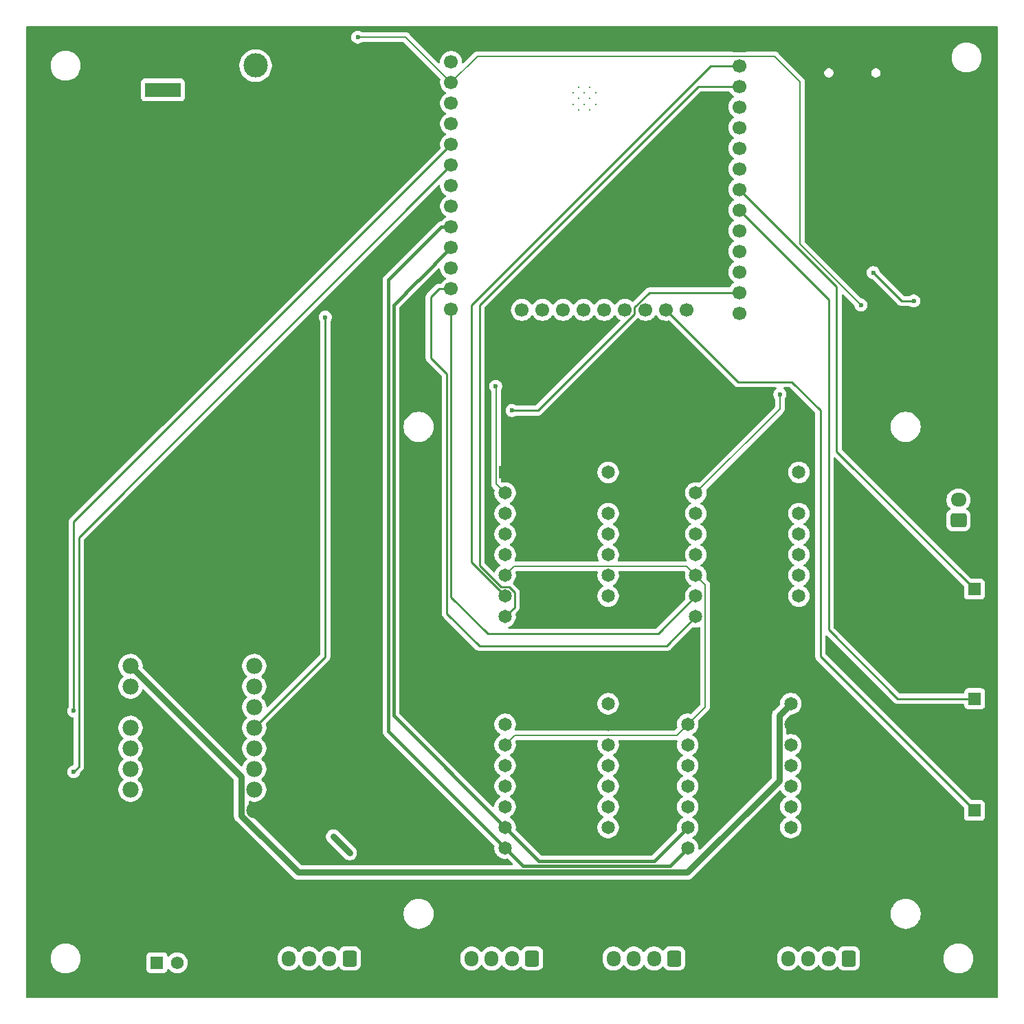
<source format=gbr>
%TF.GenerationSoftware,KiCad,Pcbnew,9.0.6*%
%TF.CreationDate,2025-12-30T14:23:23+05:30*%
%TF.ProjectId,Gantry_PCBv2,47616e74-7279-45f5-9043-4276322e6b69,rev?*%
%TF.SameCoordinates,Original*%
%TF.FileFunction,Copper,L2,Bot*%
%TF.FilePolarity,Positive*%
%FSLAX46Y46*%
G04 Gerber Fmt 4.6, Leading zero omitted, Abs format (unit mm)*
G04 Created by KiCad (PCBNEW 9.0.6) date 2025-12-30 14:23:23*
%MOMM*%
%LPD*%
G01*
G04 APERTURE LIST*
G04 Aperture macros list*
%AMRoundRect*
0 Rectangle with rounded corners*
0 $1 Rounding radius*
0 $2 $3 $4 $5 $6 $7 $8 $9 X,Y pos of 4 corners*
0 Add a 4 corners polygon primitive as box body*
4,1,4,$2,$3,$4,$5,$6,$7,$8,$9,$2,$3,0*
0 Add four circle primitives for the rounded corners*
1,1,$1+$1,$2,$3*
1,1,$1+$1,$4,$5*
1,1,$1+$1,$6,$7*
1,1,$1+$1,$8,$9*
0 Add four rect primitives between the rounded corners*
20,1,$1+$1,$2,$3,$4,$5,0*
20,1,$1+$1,$4,$5,$6,$7,0*
20,1,$1+$1,$6,$7,$8,$9,0*
20,1,$1+$1,$8,$9,$2,$3,0*%
G04 Aperture macros list end*
%TA.AperFunction,ComponentPad*%
%ADD10C,1.980000*%
%TD*%
%TA.AperFunction,ComponentPad*%
%ADD11R,1.650000X1.650000*%
%TD*%
%TA.AperFunction,ComponentPad*%
%ADD12C,1.650000*%
%TD*%
%TA.AperFunction,ComponentPad*%
%ADD13R,1.575000X1.575000*%
%TD*%
%TA.AperFunction,ComponentPad*%
%ADD14C,1.575000*%
%TD*%
%TA.AperFunction,ComponentPad*%
%ADD15RoundRect,0.250000X0.600000X0.725000X-0.600000X0.725000X-0.600000X-0.725000X0.600000X-0.725000X0*%
%TD*%
%TA.AperFunction,ComponentPad*%
%ADD16O,1.700000X1.950000*%
%TD*%
%TA.AperFunction,ComponentPad*%
%ADD17R,1.700000X1.700000*%
%TD*%
%TA.AperFunction,ComponentPad*%
%ADD18C,1.700000*%
%TD*%
%TA.AperFunction,ComponentPad*%
%ADD19C,0.300000*%
%TD*%
%TA.AperFunction,HeatsinkPad*%
%ADD20O,1.000000X2.100000*%
%TD*%
%TA.AperFunction,HeatsinkPad*%
%ADD21O,1.000000X1.600000*%
%TD*%
%TA.AperFunction,ComponentPad*%
%ADD22R,4.400000X1.800000*%
%TD*%
%TA.AperFunction,ComponentPad*%
%ADD23O,4.000000X1.800000*%
%TD*%
%TA.AperFunction,ComponentPad*%
%ADD24O,1.800000X4.000000*%
%TD*%
%TA.AperFunction,ComponentPad*%
%ADD25RoundRect,0.250000X0.725000X-0.600000X0.725000X0.600000X-0.725000X0.600000X-0.725000X-0.600000X0*%
%TD*%
%TA.AperFunction,ComponentPad*%
%ADD26O,1.950000X1.700000*%
%TD*%
%TA.AperFunction,ComponentPad*%
%ADD27R,3.000000X3.000000*%
%TD*%
%TA.AperFunction,ComponentPad*%
%ADD28C,3.000000*%
%TD*%
%TA.AperFunction,ViaPad*%
%ADD29C,0.600000*%
%TD*%
%TA.AperFunction,Conductor*%
%ADD30C,0.400000*%
%TD*%
%TA.AperFunction,Conductor*%
%ADD31C,0.800000*%
%TD*%
%TA.AperFunction,Conductor*%
%ADD32C,0.200000*%
%TD*%
%TA.AperFunction,Conductor*%
%ADD33C,0.250000*%
%TD*%
G04 APERTURE END LIST*
D10*
%TO.P,U3,1,VM*%
%TO.N,/12V_P*%
X63006000Y-128960000D03*
%TO.P,U3,2,VCC*%
%TO.N,/3V3*%
X63006000Y-131500000D03*
%TO.P,U3,3,GND*%
%TO.N,GND*%
X63006000Y-134040000D03*
%TO.P,U3,4,A01*%
%TO.N,/M1A*%
X63006000Y-136580000D03*
%TO.P,U3,5,A02*%
%TO.N,/M1B*%
X63006000Y-139120000D03*
%TO.P,U3,6,B02*%
%TO.N,unconnected-(U3-B02-Pad6)*%
X63006000Y-141660000D03*
%TO.P,U3,7,B01*%
%TO.N,unconnected-(U3-B01-Pad7)*%
X63006000Y-144200000D03*
%TO.P,U3,8,GND*%
%TO.N,GND*%
X63006000Y-146740000D03*
%TO.P,U3,9,GND*%
X78246000Y-146740000D03*
%TO.P,U3,10,PWMB*%
%TO.N,unconnected-(U3-PWMB-Pad10)*%
X78246000Y-144200000D03*
%TO.P,U3,11,BI2*%
%TO.N,unconnected-(U3-BI2-Pad11)*%
X78246000Y-141660000D03*
%TO.P,U3,12,BI1*%
%TO.N,unconnected-(U3-BI1-Pad12)*%
X78246000Y-139120000D03*
%TO.P,U3,13,STBY*%
%TO.N,/3V3*%
X78246000Y-136580000D03*
%TO.P,U3,14,AI1*%
%TO.N,Net-(U3-AI1)*%
X78246000Y-134040000D03*
%TO.P,U3,15,AI2*%
%TO.N,Net-(U3-AI2)*%
X78246000Y-131500000D03*
%TO.P,U3,16,PWMA*%
%TO.N,/4*%
X78246000Y-128960000D03*
%TD*%
D11*
%TO.P,U7,1,~{EN}*%
%TO.N,GND*%
X131650000Y-133610000D03*
D12*
%TO.P,U7,2,M0*%
%TO.N,/3V3*%
X131650000Y-136150000D03*
%TO.P,U7,3,M1*%
X131650000Y-138690000D03*
%TO.P,U7,4,M2*%
X131650000Y-141230000D03*
%TO.P,U7,5,~{RST}*%
X131650000Y-143770000D03*
%TO.P,U7,6,~{SLP}*%
X131650000Y-146310000D03*
%TO.P,U7,7,STEP*%
%TO.N,/26*%
X131650000Y-148850000D03*
%TO.P,U7,8,DIR*%
%TO.N,/25*%
X131650000Y-151390000D03*
%TO.P,U7,9,GND*%
%TO.N,GND*%
X144350000Y-151390000D03*
%TO.P,U7,10,~{FLT}*%
%TO.N,unconnected-(U7-~{FLT}-Pad10)*%
X144350000Y-148850000D03*
%TO.P,U7,11,A2*%
%TO.N,/SM3_A2*%
X144350000Y-146310000D03*
%TO.P,U7,12,A1*%
%TO.N,/SM3_A1*%
X144350000Y-143770000D03*
%TO.P,U7,13,B1*%
%TO.N,/SM3_B1*%
X144350000Y-141230000D03*
%TO.P,U7,14,B2*%
%TO.N,/SM3_B2*%
X144350000Y-138690000D03*
%TO.P,U7,15,GND_MOT*%
%TO.N,GND*%
X144350000Y-136150000D03*
%TO.P,U7,16,VMOT*%
%TO.N,/12V_P*%
X144350000Y-133610000D03*
%TD*%
D13*
%TO.P,J10,1,1*%
%TO.N,/15*%
X166975000Y-146750000D03*
D14*
%TO.P,J10,2,2*%
%TO.N,GND*%
X166975000Y-149250000D03*
%TD*%
D15*
%TO.P,J8,1,Pin_1*%
%TO.N,/SM4_A1*%
X112500000Y-165000000D03*
D16*
%TO.P,J8,2,Pin_2*%
%TO.N,/SM4_A2*%
X110000000Y-165000000D03*
%TO.P,J8,3,Pin_3*%
%TO.N,/SM4_B1*%
X107500000Y-165000000D03*
%TO.P,J8,4,Pin_4*%
%TO.N,/SM4_B2*%
X105000000Y-165000000D03*
%TD*%
D13*
%TO.P,J11,1,1*%
%TO.N,/19*%
X166975000Y-119500000D03*
D14*
%TO.P,J11,2,2*%
%TO.N,GND*%
X166975000Y-122000000D03*
%TD*%
D13*
%TO.P,J17,1,1*%
%TO.N,/M1A*%
X66250000Y-165525000D03*
D14*
%TO.P,J17,2,2*%
%TO.N,/M1B*%
X68750000Y-165525000D03*
%TD*%
D17*
%TO.P,J3,1,Pin_1*%
%TO.N,GND*%
X108680000Y-85100000D03*
D18*
%TO.P,J3,2,Pin_2*%
%TO.N,/13*%
X111220000Y-85100000D03*
%TO.P,J3,3,Pin_3*%
%TO.N,unconnected-(J3-Pin_3-Pad3)*%
X113760000Y-85100000D03*
%TO.P,J3,4,Pin_4*%
%TO.N,unconnected-(J3-Pin_4-Pad4)*%
X116300000Y-85100000D03*
%TO.P,J3,5,Pin_5*%
%TO.N,unconnected-(J3-Pin_5-Pad5)*%
X118840000Y-85100000D03*
%TO.P,J3,6,Pin_6*%
%TO.N,unconnected-(J3-Pin_6-Pad6)*%
X121380000Y-85100000D03*
%TO.P,J3,7,Pin_7*%
%TO.N,unconnected-(J3-Pin_7-Pad7)*%
X123920000Y-85100000D03*
%TO.P,J3,8,Pin_8*%
%TO.N,unconnected-(J3-Pin_8-Pad8)*%
X126460000Y-85100000D03*
%TO.P,J3,9,Pin_9*%
%TO.N,/15*%
X129000000Y-85100000D03*
%TO.P,J3,10,Pin_10*%
%TO.N,/2*%
X131540000Y-85100000D03*
%TD*%
D17*
%TO.P,J1,1,Pin_1*%
%TO.N,GND*%
X102500000Y-52020000D03*
D18*
%TO.P,J1,2,Pin_2*%
%TO.N,/3V3*%
X102500000Y-54560000D03*
%TO.P,J1,3,Pin_3*%
%TO.N,/EN*%
X102500000Y-57100000D03*
%TO.P,J1,4,Pin_4*%
%TO.N,/36*%
X102500000Y-59640000D03*
%TO.P,J1,5,Pin_5*%
%TO.N,/39*%
X102500000Y-62180000D03*
%TO.P,J1,6,Pin_6*%
%TO.N,/34*%
X102500000Y-64720000D03*
%TO.P,J1,7,Pin_7*%
%TO.N,/35*%
X102500000Y-67260000D03*
%TO.P,J1,8,Pin_8*%
%TO.N,/32*%
X102500000Y-69800000D03*
%TO.P,J1,9,Pin_9*%
%TO.N,/33*%
X102500000Y-72340000D03*
%TO.P,J1,10,Pin_10*%
%TO.N,/25*%
X102500000Y-74880000D03*
%TO.P,J1,11,Pin_11*%
%TO.N,/26*%
X102500000Y-77420000D03*
%TO.P,J1,12,Pin_12*%
%TO.N,/27*%
X102500000Y-79960000D03*
%TO.P,J1,13,Pin_13*%
%TO.N,/14*%
X102500000Y-82500000D03*
%TO.P,J1,14,Pin_14*%
%TO.N,/12*%
X102500000Y-85040000D03*
%TD*%
D13*
%TO.P,J12,1,1*%
%TO.N,/18*%
X167000000Y-133000000D03*
D14*
%TO.P,J12,2,2*%
%TO.N,GND*%
X167000000Y-135500000D03*
%TD*%
D15*
%TO.P,J9,1,Pin_1*%
%TO.N,/SM1_A1*%
X151500000Y-165000000D03*
D16*
%TO.P,J9,2,Pin_2*%
%TO.N,/SM1_A2*%
X149000000Y-165000000D03*
%TO.P,J9,3,Pin_3*%
%TO.N,/SM1_B1*%
X146500000Y-165000000D03*
%TO.P,J9,4,Pin_4*%
%TO.N,/SM1_B2*%
X144000000Y-165000000D03*
%TD*%
D19*
%TO.P,U1,39_10*%
%TO.N,N/C*%
X118205000Y-57660000D03*
%TO.P,U1,39_11*%
X119605000Y-57660000D03*
%TO.P,U1,39_12*%
X117505000Y-58360000D03*
%TO.P,U1,39_13*%
X118905000Y-58360000D03*
%TO.P,U1,39_14*%
X120305000Y-58360000D03*
%TO.P,U1,39_15*%
X118205000Y-59060000D03*
%TO.P,U1,39_16*%
X119605000Y-59060000D03*
%TO.P,U1,39_17*%
X117505000Y-59760000D03*
%TO.P,U1,39_18*%
X118905000Y-59760000D03*
%TO.P,U1,39_19*%
X120305000Y-59760000D03*
%TO.P,U1,39_20*%
X118205000Y-60460000D03*
%TO.P,U1,39_21*%
X119605000Y-60460000D03*
%TD*%
D15*
%TO.P,J6,1,Pin_1*%
%TO.N,/SM2_A1*%
X90000000Y-165000000D03*
D16*
%TO.P,J6,2,Pin_2*%
%TO.N,/SM2_A2*%
X87500000Y-165000000D03*
%TO.P,J6,3,Pin_3*%
%TO.N,/SM2_B1*%
X85000000Y-165000000D03*
%TO.P,J6,4,Pin_4*%
%TO.N,/SM2_B2*%
X82500000Y-165000000D03*
%TD*%
D11*
%TO.P,U9,1,~{EN}*%
%TO.N,GND*%
X132650000Y-105110000D03*
D12*
%TO.P,U9,2,M0*%
%TO.N,/3V3*%
X132650000Y-107650000D03*
%TO.P,U9,3,M1*%
X132650000Y-110190000D03*
%TO.P,U9,4,M2*%
X132650000Y-112730000D03*
%TO.P,U9,5,~{RST}*%
X132650000Y-115270000D03*
%TO.P,U9,6,~{SLP}*%
X132650000Y-117810000D03*
%TO.P,U9,7,STEP*%
%TO.N,/12*%
X132650000Y-120350000D03*
%TO.P,U9,8,DIR*%
%TO.N,/14*%
X132650000Y-122890000D03*
%TO.P,U9,9,GND*%
%TO.N,GND*%
X145350000Y-122890000D03*
%TO.P,U9,10,~{FLT}*%
%TO.N,unconnected-(U9-~{FLT}-Pad10)*%
X145350000Y-120350000D03*
%TO.P,U9,11,A2*%
%TO.N,/SM1_A2*%
X145350000Y-117810000D03*
%TO.P,U9,12,A1*%
%TO.N,/SM1_A1*%
X145350000Y-115270000D03*
%TO.P,U9,13,B1*%
%TO.N,/SM1_B1*%
X145350000Y-112730000D03*
%TO.P,U9,14,B2*%
%TO.N,/SM1_B2*%
X145350000Y-110190000D03*
%TO.P,U9,15,GND_MOT*%
%TO.N,GND*%
X145350000Y-107650000D03*
%TO.P,U9,16,VMOT*%
%TO.N,/12V_P*%
X145350000Y-105110000D03*
%TD*%
D15*
%TO.P,J7,1,Pin_1*%
%TO.N,/SM3_A1*%
X130000000Y-165000000D03*
D16*
%TO.P,J7,2,Pin_2*%
%TO.N,/SM3_A2*%
X127500000Y-165000000D03*
%TO.P,J7,3,Pin_3*%
%TO.N,/SM3_B1*%
X125000000Y-165000000D03*
%TO.P,J7,4,Pin_4*%
%TO.N,/SM3_B2*%
X122500000Y-165000000D03*
%TD*%
D11*
%TO.P,U6,1,~{EN}*%
%TO.N,GND*%
X109150000Y-105110000D03*
D12*
%TO.P,U6,2,M0*%
%TO.N,/3V3*%
X109150000Y-107650000D03*
%TO.P,U6,3,M1*%
X109150000Y-110190000D03*
%TO.P,U6,4,M2*%
X109150000Y-112730000D03*
%TO.P,U6,5,~{RST}*%
X109150000Y-115270000D03*
%TO.P,U6,6,~{SLP}*%
X109150000Y-117810000D03*
%TO.P,U6,7,STEP*%
%TO.N,/23*%
X109150000Y-120350000D03*
%TO.P,U6,8,DIR*%
%TO.N,/22*%
X109150000Y-122890000D03*
%TO.P,U6,9,GND*%
%TO.N,GND*%
X121850000Y-122890000D03*
%TO.P,U6,10,~{FLT}*%
%TO.N,unconnected-(U6-~{FLT}-Pad10)*%
X121850000Y-120350000D03*
%TO.P,U6,11,A2*%
%TO.N,/SM2_A2*%
X121850000Y-117810000D03*
%TO.P,U6,12,A1*%
%TO.N,/SM2_A1*%
X121850000Y-115270000D03*
%TO.P,U6,13,B1*%
%TO.N,/SM2_B1*%
X121850000Y-112730000D03*
%TO.P,U6,14,B2*%
%TO.N,/SM2_B2*%
X121850000Y-110190000D03*
%TO.P,U6,15,GND_MOT*%
%TO.N,GND*%
X121850000Y-107650000D03*
%TO.P,U6,16,VMOT*%
%TO.N,/12V_P*%
X121850000Y-105110000D03*
%TD*%
D20*
%TO.P,J14,S1,SHIELD*%
%TO.N,GND*%
X156250000Y-56430000D03*
D21*
X156250000Y-52250000D03*
D20*
X147610000Y-56430000D03*
D21*
X147610000Y-52250000D03*
%TD*%
D22*
%TO.P,J5,1*%
%TO.N,/12V*%
X67000000Y-58000000D03*
D23*
%TO.P,J5,2*%
%TO.N,GND*%
X67000000Y-52200000D03*
D24*
%TO.P,J5,3*%
X62200000Y-55000000D03*
%TD*%
D25*
%TO.P,J13,1,Pin_1*%
%TO.N,unconnected-(J13-Pin_1-Pad1)*%
X165000000Y-111000000D03*
D26*
%TO.P,J13,2,Pin_2*%
%TO.N,/12V_P*%
X165000000Y-108500000D03*
%TO.P,J13,3,Pin_3*%
%TO.N,GND*%
X165000000Y-106000000D03*
%TD*%
D11*
%TO.P,U8,1,~{EN}*%
%TO.N,GND*%
X109150000Y-133610000D03*
D12*
%TO.P,U8,2,M0*%
%TO.N,/3V3*%
X109150000Y-136150000D03*
%TO.P,U8,3,M1*%
X109150000Y-138690000D03*
%TO.P,U8,4,M2*%
X109150000Y-141230000D03*
%TO.P,U8,5,~{RST}*%
X109150000Y-143770000D03*
%TO.P,U8,6,~{SLP}*%
X109150000Y-146310000D03*
%TO.P,U8,7,STEP*%
%TO.N,/26*%
X109150000Y-148850000D03*
%TO.P,U8,8,DIR*%
%TO.N,/25*%
X109150000Y-151390000D03*
%TO.P,U8,9,GND*%
%TO.N,GND*%
X121850000Y-151390000D03*
%TO.P,U8,10,~{FLT}*%
%TO.N,unconnected-(U8-~{FLT}-Pad10)*%
X121850000Y-148850000D03*
%TO.P,U8,11,A2*%
%TO.N,/SM4_A2*%
X121850000Y-146310000D03*
%TO.P,U8,12,A1*%
%TO.N,/SM4_A1*%
X121850000Y-143770000D03*
%TO.P,U8,13,B1*%
%TO.N,/SM4_B1*%
X121850000Y-141230000D03*
%TO.P,U8,14,B2*%
%TO.N,/SM4_B2*%
X121850000Y-138690000D03*
%TO.P,U8,15,GND_MOT*%
%TO.N,GND*%
X121850000Y-136150000D03*
%TO.P,U8,16,VMOT*%
%TO.N,/12V_P*%
X121850000Y-133610000D03*
%TD*%
D17*
%TO.P,J2,1,Pin_1*%
%TO.N,GND*%
X138000000Y-52480000D03*
D18*
%TO.P,J2,2,Pin_2*%
%TO.N,/23*%
X138000000Y-55020000D03*
%TO.P,J2,3,Pin_3*%
%TO.N,/22*%
X138000000Y-57560000D03*
%TO.P,J2,4,Pin_4*%
%TO.N,/TXD*%
X138000000Y-60100000D03*
%TO.P,J2,5,Pin_5*%
%TO.N,/RXD*%
X138000000Y-62640000D03*
%TO.P,J2,6,Pin_6*%
%TO.N,/21*%
X138000000Y-65180000D03*
%TO.P,J2,7,Pin_7*%
%TO.N,unconnected-(J2-Pin_7-Pad7)*%
X138000000Y-67720000D03*
%TO.P,J2,8,Pin_8*%
%TO.N,/19*%
X138000000Y-70260000D03*
%TO.P,J2,9,Pin_9*%
%TO.N,/18*%
X138000000Y-72800000D03*
%TO.P,J2,10,Pin_10*%
%TO.N,/5*%
X138000000Y-75340000D03*
%TO.P,J2,11,Pin_11*%
%TO.N,/17*%
X138000000Y-77880000D03*
%TO.P,J2,12,Pin_12*%
%TO.N,/16*%
X138000000Y-80420000D03*
%TO.P,J2,13,Pin_13*%
%TO.N,/4*%
X138000000Y-82960000D03*
%TO.P,J2,14,Pin_14*%
%TO.N,/0*%
X138000000Y-85500000D03*
%TD*%
D27*
%TO.P,J4,1,Pin_1*%
%TO.N,GND*%
X83500000Y-55000000D03*
D28*
%TO.P,J4,2,Pin_2*%
%TO.N,/12V*%
X78420000Y-55000000D03*
%TD*%
D29*
%TO.N,/SM2_A1*%
X88000000Y-150000000D03*
X90000000Y-152000000D03*
%TO.N,/EN*%
X153000000Y-84500000D03*
X91000000Y-51500000D03*
%TO.N,/3V3*%
X108000000Y-94500000D03*
X87000000Y-86000000D03*
X143000000Y-95500000D03*
%TO.N,/35*%
X56000000Y-142000000D03*
%TO.N,/34*%
X56000000Y-134500000D03*
%TO.N,/4*%
X110000000Y-97500000D03*
%TO.N,Net-(Q1-Pad1)*%
X159500000Y-84000000D03*
X154500000Y-80500000D03*
%TD*%
D30*
%TO.N,/25*%
X94799000Y-137039000D02*
X94799000Y-81378919D01*
D31*
%TO.N,/SM2_A1*%
X90000000Y-152000000D02*
X88000000Y-150000000D01*
D32*
%TO.N,/EN*%
X96900000Y-51500000D02*
X91000000Y-51500000D01*
X145500000Y-77000000D02*
X145500000Y-57000000D01*
X145500000Y-57000000D02*
X142369000Y-53869000D01*
X142369000Y-53869000D02*
X105731000Y-53869000D01*
X105731000Y-53869000D02*
X102500000Y-57100000D01*
X102500000Y-57100000D02*
X96900000Y-51500000D01*
X153000000Y-84500000D02*
X145500000Y-77000000D01*
%TO.N,/3V3*%
X109150000Y-117810000D02*
X110276000Y-116684000D01*
X131650000Y-136150000D02*
X133776000Y-134024000D01*
X109150000Y-138690000D02*
X110340000Y-137500000D01*
X131524000Y-116684000D02*
X132650000Y-117810000D01*
X133776000Y-134024000D02*
X133776000Y-118936000D01*
X143000000Y-95500000D02*
X143000000Y-97300000D01*
X108024000Y-94524000D02*
X108024000Y-106524000D01*
X108024000Y-106524000D02*
X109150000Y-107650000D01*
X110276000Y-137564000D02*
X109150000Y-138690000D01*
X110276000Y-116684000D02*
X131524000Y-116684000D01*
X143000000Y-97300000D02*
X132650000Y-107650000D01*
D33*
X87000000Y-127826000D02*
X87000000Y-86000000D01*
D32*
X110340000Y-137500000D02*
X130300000Y-137500000D01*
D33*
X108720000Y-136580000D02*
X109150000Y-136150000D01*
X78246000Y-136580000D02*
X87000000Y-127826000D01*
D32*
X133776000Y-118936000D02*
X132650000Y-117810000D01*
X130300000Y-137500000D02*
X131650000Y-136150000D01*
D31*
%TO.N,/12V_P*%
X83657986Y-154402000D02*
X131598000Y-154402000D01*
X76655000Y-147399014D02*
X83657986Y-154402000D01*
X76655000Y-142609000D02*
X76655000Y-147399014D01*
X142924000Y-143076000D02*
X142924000Y-135036000D01*
X63006000Y-128960000D02*
X76655000Y-142609000D01*
X131598000Y-154402000D02*
X142924000Y-143076000D01*
X142924000Y-135036000D02*
X144350000Y-133610000D01*
D30*
%TO.N,/25*%
X94799000Y-81378919D02*
X101297919Y-74880000D01*
X101297919Y-74880000D02*
X102500000Y-74880000D01*
X129439000Y-153601000D02*
X131650000Y-151390000D01*
D33*
%TO.N,/12*%
X102500000Y-120500000D02*
X102500000Y-85040000D01*
X107000000Y-125000000D02*
X102500000Y-120500000D01*
X128000000Y-125000000D02*
X107000000Y-125000000D01*
X132650000Y-120350000D02*
X128000000Y-125000000D01*
%TO.N,/14*%
X100000000Y-91000000D02*
X100000000Y-83500000D01*
X106000000Y-126500000D02*
X102000000Y-122500000D01*
X101000000Y-82500000D02*
X102500000Y-82500000D01*
X129040000Y-126500000D02*
X106000000Y-126500000D01*
X102000000Y-93000000D02*
X100000000Y-91000000D01*
X102000000Y-122500000D02*
X102000000Y-93000000D01*
X132650000Y-122890000D02*
X129040000Y-126500000D01*
X100000000Y-83500000D02*
X101000000Y-82500000D01*
%TO.N,/35*%
X56626000Y-141374000D02*
X56626000Y-113134000D01*
X56000000Y-142000000D02*
X56626000Y-141374000D01*
X56626000Y-113134000D02*
X102500000Y-67260000D01*
%TO.N,/34*%
X56000000Y-111220000D02*
X102500000Y-64720000D01*
X56000000Y-134500000D02*
X56000000Y-111220000D01*
%TO.N,/23*%
X105000000Y-84500000D02*
X134480000Y-55020000D01*
X134480000Y-55020000D02*
X138000000Y-55020000D01*
X109150000Y-120350000D02*
X105000000Y-116200000D01*
X105000000Y-116200000D02*
X105000000Y-84500000D01*
%TO.N,/22*%
X108636810Y-119199000D02*
X106000000Y-116562190D01*
X110301000Y-121739000D02*
X110301000Y-119873240D01*
X106000000Y-116562190D02*
X106000000Y-84500000D01*
X106000000Y-84500000D02*
X132940000Y-57560000D01*
X138000000Y-57560000D02*
X132940000Y-57560000D01*
X109150000Y-122890000D02*
X110301000Y-121739000D01*
X109626760Y-119199000D02*
X108636810Y-119199000D01*
X110301000Y-119873240D02*
X109626760Y-119199000D01*
%TO.N,/4*%
X125096000Y-85587116D02*
X125096000Y-84800884D01*
X113183116Y-97500000D02*
X125096000Y-85587116D01*
X125096000Y-84800884D02*
X126936884Y-82960000D01*
X110000000Y-97500000D02*
X113183116Y-97500000D01*
X126936884Y-82960000D02*
X138000000Y-82960000D01*
%TO.N,/18*%
X157500000Y-133000000D02*
X149000000Y-124500000D01*
X149000000Y-83800000D02*
X138000000Y-72800000D01*
X167000000Y-133000000D02*
X157500000Y-133000000D01*
X149000000Y-124500000D02*
X149000000Y-83800000D01*
%TO.N,/19*%
X150000000Y-82260000D02*
X150000000Y-102525000D01*
X138000000Y-70260000D02*
X150000000Y-82260000D01*
X150000000Y-102525000D02*
X166975000Y-119500000D01*
%TO.N,/15*%
X129000000Y-85100000D02*
X137900000Y-94000000D01*
X148000000Y-97500000D02*
X148000000Y-127775000D01*
X148000000Y-127775000D02*
X166975000Y-146750000D01*
X144500000Y-94000000D02*
X148000000Y-97500000D01*
X137900000Y-94000000D02*
X144500000Y-94000000D01*
%TO.N,Net-(Q1-Pad1)*%
X159500000Y-84000000D02*
X158000000Y-84000000D01*
X158000000Y-84000000D02*
X154500000Y-80500000D01*
D30*
%TO.N,/26*%
X98460000Y-81460000D02*
X102500000Y-77420000D01*
X98460000Y-81460000D02*
X98440000Y-81460000D01*
X127500000Y-153000000D02*
X131650000Y-148850000D01*
X98440000Y-81460000D02*
X95400000Y-84500000D01*
X95400000Y-135100000D02*
X95400000Y-84500000D01*
X113300000Y-153000000D02*
X127500000Y-153000000D01*
X109150000Y-148850000D02*
X113300000Y-153000000D01*
X109150000Y-148850000D02*
X95400000Y-135100000D01*
%TO.N,/25*%
X109150000Y-151390000D02*
X111361000Y-153601000D01*
X109150000Y-151390000D02*
X94799000Y-137039000D01*
X111361000Y-153601000D02*
X129439000Y-153601000D01*
%TD*%
%TA.AperFunction,Conductor*%
%TO.N,GND*%
G36*
X120544194Y-138120185D02*
G01*
X120589949Y-138172989D01*
X120599893Y-138242147D01*
X120595086Y-138262818D01*
X120557138Y-138379606D01*
X120557138Y-138379609D01*
X120524500Y-138585675D01*
X120524500Y-138794324D01*
X120557137Y-139000389D01*
X120621612Y-139198820D01*
X120716330Y-139384714D01*
X120838965Y-139553505D01*
X120986495Y-139701035D01*
X121155286Y-139823670D01*
X121202271Y-139847610D01*
X121206010Y-139849515D01*
X121256806Y-139897490D01*
X121273601Y-139965310D01*
X121251064Y-140031445D01*
X121206010Y-140070485D01*
X121155285Y-140096330D01*
X120986493Y-140218966D01*
X120838966Y-140366493D01*
X120716330Y-140535285D01*
X120621612Y-140721179D01*
X120557137Y-140919610D01*
X120524500Y-141125675D01*
X120524500Y-141334324D01*
X120557137Y-141540389D01*
X120621612Y-141738820D01*
X120714516Y-141921153D01*
X120716330Y-141924714D01*
X120838965Y-142093505D01*
X120986495Y-142241035D01*
X121155286Y-142363670D01*
X121185736Y-142379185D01*
X121206010Y-142389515D01*
X121256806Y-142437490D01*
X121273601Y-142505310D01*
X121251064Y-142571445D01*
X121206010Y-142610485D01*
X121155285Y-142636330D01*
X120986493Y-142758966D01*
X120838966Y-142906493D01*
X120716330Y-143075285D01*
X120621612Y-143261179D01*
X120557137Y-143459610D01*
X120524500Y-143665675D01*
X120524500Y-143874324D01*
X120557137Y-144080389D01*
X120621612Y-144278820D01*
X120647071Y-144328785D01*
X120716330Y-144464714D01*
X120838965Y-144633505D01*
X120986495Y-144781035D01*
X121155286Y-144903670D01*
X121202271Y-144927610D01*
X121206010Y-144929515D01*
X121256806Y-144977490D01*
X121273601Y-145045310D01*
X121251064Y-145111445D01*
X121206010Y-145150485D01*
X121155285Y-145176330D01*
X120986493Y-145298966D01*
X120838966Y-145446493D01*
X120716330Y-145615285D01*
X120621612Y-145801179D01*
X120557137Y-145999610D01*
X120524500Y-146205675D01*
X120524500Y-146414324D01*
X120557137Y-146620389D01*
X120621612Y-146818820D01*
X120701013Y-146974652D01*
X120716330Y-147004714D01*
X120838965Y-147173505D01*
X120986495Y-147321035D01*
X121155286Y-147443670D01*
X121202271Y-147467610D01*
X121206010Y-147469515D01*
X121256806Y-147517490D01*
X121273601Y-147585310D01*
X121251064Y-147651445D01*
X121206010Y-147690485D01*
X121155285Y-147716330D01*
X120986493Y-147838966D01*
X120838966Y-147986493D01*
X120716330Y-148155285D01*
X120621612Y-148341179D01*
X120557137Y-148539610D01*
X120524500Y-148745675D01*
X120524500Y-148954324D01*
X120557137Y-149160389D01*
X120621612Y-149358820D01*
X120716330Y-149544714D01*
X120838965Y-149713505D01*
X120986495Y-149861035D01*
X121155286Y-149983670D01*
X121206010Y-150009515D01*
X121341179Y-150078387D01*
X121341181Y-150078387D01*
X121341184Y-150078389D01*
X121372906Y-150088696D01*
X121539610Y-150142862D01*
X121745676Y-150175500D01*
X121745681Y-150175500D01*
X121954324Y-150175500D01*
X122160389Y-150142862D01*
X122358816Y-150078389D01*
X122544714Y-149983670D01*
X122713505Y-149861035D01*
X122861035Y-149713505D01*
X122983670Y-149544714D01*
X123078389Y-149358816D01*
X123142862Y-149160389D01*
X123153865Y-149090918D01*
X123175500Y-148954324D01*
X123175500Y-148745675D01*
X123142862Y-148539610D01*
X123078387Y-148341179D01*
X122983669Y-148155285D01*
X122861035Y-147986495D01*
X122713505Y-147838965D01*
X122632111Y-147779828D01*
X122544712Y-147716328D01*
X122493990Y-147690485D01*
X122443194Y-147642511D01*
X122426398Y-147574690D01*
X122448935Y-147508555D01*
X122493990Y-147469515D01*
X122544712Y-147443671D01*
X122544711Y-147443671D01*
X122544714Y-147443670D01*
X122713505Y-147321035D01*
X122861035Y-147173505D01*
X122983670Y-147004714D01*
X123078389Y-146818816D01*
X123142862Y-146620389D01*
X123153007Y-146556337D01*
X123175500Y-146414324D01*
X123175500Y-146205675D01*
X123142862Y-145999610D01*
X123078387Y-145801179D01*
X123003293Y-145653799D01*
X122983670Y-145615286D01*
X122861035Y-145446495D01*
X122713505Y-145298965D01*
X122657241Y-145258086D01*
X122544712Y-145176328D01*
X122493990Y-145150485D01*
X122443194Y-145102511D01*
X122426398Y-145034690D01*
X122448935Y-144968555D01*
X122493990Y-144929515D01*
X122544712Y-144903671D01*
X122544711Y-144903671D01*
X122544714Y-144903670D01*
X122713505Y-144781035D01*
X122861035Y-144633505D01*
X122983670Y-144464714D01*
X123078389Y-144278816D01*
X123142862Y-144080389D01*
X123175500Y-143874324D01*
X123175500Y-143665675D01*
X123142862Y-143459610D01*
X123078387Y-143261179D01*
X122983669Y-143075285D01*
X122861035Y-142906495D01*
X122713505Y-142758965D01*
X122636477Y-142703000D01*
X122544712Y-142636328D01*
X122493990Y-142610485D01*
X122443194Y-142562511D01*
X122426398Y-142494690D01*
X122448935Y-142428555D01*
X122493990Y-142389515D01*
X122544712Y-142363671D01*
X122544711Y-142363671D01*
X122544714Y-142363670D01*
X122713505Y-142241035D01*
X122861035Y-142093505D01*
X122983670Y-141924714D01*
X123078389Y-141738816D01*
X123142862Y-141540389D01*
X123159458Y-141435606D01*
X123175500Y-141334324D01*
X123175500Y-141125675D01*
X123142862Y-140919610D01*
X123078387Y-140721179D01*
X122983669Y-140535285D01*
X122861035Y-140366495D01*
X122713505Y-140218965D01*
X122657241Y-140178086D01*
X122544712Y-140096328D01*
X122493990Y-140070485D01*
X122443194Y-140022511D01*
X122426398Y-139954690D01*
X122448935Y-139888555D01*
X122493990Y-139849515D01*
X122544712Y-139823671D01*
X122544711Y-139823671D01*
X122544714Y-139823670D01*
X122713505Y-139701035D01*
X122861035Y-139553505D01*
X122983670Y-139384714D01*
X123078389Y-139198816D01*
X123142862Y-139000389D01*
X123175500Y-138794324D01*
X123175500Y-138585675D01*
X123156512Y-138465797D01*
X123142862Y-138379611D01*
X123142861Y-138379607D01*
X123142861Y-138379606D01*
X123104914Y-138262818D01*
X123102919Y-138192977D01*
X123138999Y-138133144D01*
X123201700Y-138102316D01*
X123222845Y-138100500D01*
X130213333Y-138100500D01*
X130220939Y-138100500D01*
X130220943Y-138100501D01*
X130277156Y-138100501D01*
X130316526Y-138112061D01*
X130344193Y-138120186D01*
X130344195Y-138120187D01*
X130389949Y-138172991D01*
X130392822Y-138192977D01*
X130399892Y-138242148D01*
X130395085Y-138262819D01*
X130357138Y-138379606D01*
X130357138Y-138379609D01*
X130324500Y-138585675D01*
X130324500Y-138794324D01*
X130357137Y-139000389D01*
X130421612Y-139198820D01*
X130516330Y-139384714D01*
X130638965Y-139553505D01*
X130786495Y-139701035D01*
X130955286Y-139823670D01*
X131002271Y-139847610D01*
X131006010Y-139849515D01*
X131056806Y-139897490D01*
X131073601Y-139965310D01*
X131051064Y-140031445D01*
X131006010Y-140070485D01*
X130955285Y-140096330D01*
X130786493Y-140218966D01*
X130638966Y-140366493D01*
X130516330Y-140535285D01*
X130421612Y-140721179D01*
X130357137Y-140919610D01*
X130324500Y-141125675D01*
X130324500Y-141334324D01*
X130357137Y-141540389D01*
X130421612Y-141738820D01*
X130514516Y-141921153D01*
X130516330Y-141924714D01*
X130638965Y-142093505D01*
X130786495Y-142241035D01*
X130955286Y-142363670D01*
X130985736Y-142379185D01*
X131006010Y-142389515D01*
X131056806Y-142437490D01*
X131073601Y-142505310D01*
X131051064Y-142571445D01*
X131006010Y-142610485D01*
X130955285Y-142636330D01*
X130786493Y-142758966D01*
X130638966Y-142906493D01*
X130516330Y-143075285D01*
X130421612Y-143261179D01*
X130357137Y-143459610D01*
X130324500Y-143665675D01*
X130324500Y-143874324D01*
X130357137Y-144080389D01*
X130421612Y-144278820D01*
X130447071Y-144328785D01*
X130516330Y-144464714D01*
X130638965Y-144633505D01*
X130786495Y-144781035D01*
X130955286Y-144903670D01*
X131002271Y-144927610D01*
X131006010Y-144929515D01*
X131056806Y-144977490D01*
X131073601Y-145045310D01*
X131051064Y-145111445D01*
X131006010Y-145150485D01*
X130955285Y-145176330D01*
X130786493Y-145298966D01*
X130638966Y-145446493D01*
X130516330Y-145615285D01*
X130421612Y-145801179D01*
X130357137Y-145999610D01*
X130324500Y-146205675D01*
X130324500Y-146414324D01*
X130357137Y-146620389D01*
X130421612Y-146818820D01*
X130501013Y-146974652D01*
X130516330Y-147004714D01*
X130638965Y-147173505D01*
X130786495Y-147321035D01*
X130955286Y-147443670D01*
X131002271Y-147467610D01*
X131006010Y-147469515D01*
X131056806Y-147517490D01*
X131073601Y-147585310D01*
X131051064Y-147651445D01*
X131006010Y-147690485D01*
X130955285Y-147716330D01*
X130786493Y-147838966D01*
X130638966Y-147986493D01*
X130516330Y-148155285D01*
X130421612Y-148341179D01*
X130357137Y-148539610D01*
X130324500Y-148745675D01*
X130324500Y-148954324D01*
X130346135Y-149090919D01*
X130337181Y-149160212D01*
X130311343Y-149197998D01*
X127246162Y-152263181D01*
X127184839Y-152296666D01*
X127158481Y-152299500D01*
X113641519Y-152299500D01*
X113574480Y-152279815D01*
X113553838Y-152263181D01*
X110488655Y-149197998D01*
X110455170Y-149136675D01*
X110453863Y-149090924D01*
X110475500Y-148954319D01*
X110475500Y-148745681D01*
X110475500Y-148745675D01*
X110442862Y-148539610D01*
X110378387Y-148341179D01*
X110283669Y-148155285D01*
X110161035Y-147986495D01*
X110013505Y-147838965D01*
X109932111Y-147779828D01*
X109844712Y-147716328D01*
X109793990Y-147690485D01*
X109743194Y-147642511D01*
X109726398Y-147574690D01*
X109748935Y-147508555D01*
X109793990Y-147469515D01*
X109844712Y-147443671D01*
X109844711Y-147443671D01*
X109844714Y-147443670D01*
X110013505Y-147321035D01*
X110161035Y-147173505D01*
X110283670Y-147004714D01*
X110378389Y-146818816D01*
X110442862Y-146620389D01*
X110453007Y-146556337D01*
X110475500Y-146414324D01*
X110475500Y-146205675D01*
X110442862Y-145999610D01*
X110378387Y-145801179D01*
X110303293Y-145653799D01*
X110283670Y-145615286D01*
X110161035Y-145446495D01*
X110013505Y-145298965D01*
X109957241Y-145258086D01*
X109844712Y-145176328D01*
X109793990Y-145150485D01*
X109743194Y-145102511D01*
X109726398Y-145034690D01*
X109748935Y-144968555D01*
X109793990Y-144929515D01*
X109844712Y-144903671D01*
X109844711Y-144903671D01*
X109844714Y-144903670D01*
X110013505Y-144781035D01*
X110161035Y-144633505D01*
X110283670Y-144464714D01*
X110378389Y-144278816D01*
X110442862Y-144080389D01*
X110475500Y-143874324D01*
X110475500Y-143665675D01*
X110442862Y-143459610D01*
X110378387Y-143261179D01*
X110283669Y-143075285D01*
X110161035Y-142906495D01*
X110013505Y-142758965D01*
X109936477Y-142703000D01*
X109844712Y-142636328D01*
X109793990Y-142610485D01*
X109743194Y-142562511D01*
X109726398Y-142494690D01*
X109748935Y-142428555D01*
X109793990Y-142389515D01*
X109844712Y-142363671D01*
X109844711Y-142363671D01*
X109844714Y-142363670D01*
X110013505Y-142241035D01*
X110161035Y-142093505D01*
X110283670Y-141924714D01*
X110378389Y-141738816D01*
X110442862Y-141540389D01*
X110459458Y-141435606D01*
X110475500Y-141334324D01*
X110475500Y-141125675D01*
X110442862Y-140919610D01*
X110378387Y-140721179D01*
X110283669Y-140535285D01*
X110161035Y-140366495D01*
X110013505Y-140218965D01*
X109957241Y-140178086D01*
X109844712Y-140096328D01*
X109793990Y-140070485D01*
X109743194Y-140022511D01*
X109726398Y-139954690D01*
X109748935Y-139888555D01*
X109793990Y-139849515D01*
X109844712Y-139823671D01*
X109844711Y-139823671D01*
X109844714Y-139823670D01*
X110013505Y-139701035D01*
X110161035Y-139553505D01*
X110283670Y-139384714D01*
X110378389Y-139198816D01*
X110442862Y-139000389D01*
X110475500Y-138794324D01*
X110475500Y-138585675D01*
X110442862Y-138379610D01*
X110433668Y-138351314D01*
X110433233Y-138336100D01*
X110427915Y-138321841D01*
X110432256Y-138301885D01*
X110431673Y-138281473D01*
X110439760Y-138267387D01*
X110442767Y-138253568D01*
X110463915Y-138225319D01*
X110552417Y-138136818D01*
X110613740Y-138103333D01*
X110640097Y-138100500D01*
X120477155Y-138100500D01*
X120544194Y-138120185D01*
G37*
%TD.AperFunction*%
%TA.AperFunction,Conductor*%
G36*
X101068834Y-79944336D02*
G01*
X101124767Y-79986208D01*
X101149184Y-80051672D01*
X101149500Y-80060518D01*
X101149500Y-80066286D01*
X101181210Y-80266499D01*
X101182754Y-80276243D01*
X101229838Y-80421153D01*
X101248444Y-80478414D01*
X101344951Y-80667820D01*
X101469890Y-80839786D01*
X101620213Y-80990109D01*
X101792182Y-81115050D01*
X101800946Y-81119516D01*
X101851742Y-81167491D01*
X101868536Y-81235312D01*
X101845998Y-81301447D01*
X101800946Y-81340484D01*
X101792182Y-81344949D01*
X101620213Y-81469890D01*
X101469890Y-81620213D01*
X101344950Y-81792180D01*
X101337503Y-81806797D01*
X101327053Y-81817860D01*
X101320732Y-81831703D01*
X101303549Y-81842745D01*
X101289527Y-81857592D01*
X101273848Y-81861832D01*
X101261954Y-81869477D01*
X101227019Y-81874500D01*
X101067741Y-81874500D01*
X101067721Y-81874499D01*
X101061607Y-81874499D01*
X100938394Y-81874499D01*
X100837597Y-81894548D01*
X100837592Y-81894548D01*
X100817549Y-81898536D01*
X100817547Y-81898536D01*
X100770397Y-81918067D01*
X100703719Y-81945685D01*
X100703717Y-81945686D01*
X100601266Y-82014141D01*
X100601263Y-82014144D01*
X99799170Y-82816239D01*
X99601269Y-83014140D01*
X99601267Y-83014142D01*
X99557822Y-83057587D01*
X99514142Y-83101266D01*
X99486623Y-83142452D01*
X99486622Y-83142453D01*
X99445690Y-83203709D01*
X99445685Y-83203718D01*
X99398540Y-83317538D01*
X99398538Y-83317545D01*
X99398537Y-83317548D01*
X99398537Y-83317549D01*
X99380180Y-83409843D01*
X99377457Y-83423532D01*
X99377455Y-83423537D01*
X99374500Y-83438389D01*
X99374500Y-91061611D01*
X99398535Y-91182444D01*
X99398540Y-91182461D01*
X99445685Y-91296280D01*
X99445687Y-91296283D01*
X99445688Y-91296286D01*
X99479915Y-91347509D01*
X99514142Y-91398733D01*
X99601267Y-91485858D01*
X99601270Y-91485860D01*
X99608554Y-91493144D01*
X101338181Y-93222771D01*
X101371666Y-93284094D01*
X101374500Y-93310452D01*
X101374500Y-122561611D01*
X101398535Y-122682444D01*
X101398540Y-122682461D01*
X101445685Y-122796281D01*
X101445688Y-122796286D01*
X101467142Y-122828393D01*
X101514142Y-122898733D01*
X101601267Y-122985858D01*
X101601270Y-122985860D01*
X101609105Y-122993695D01*
X105511016Y-126895606D01*
X105511045Y-126895637D01*
X105601263Y-126985855D01*
X105601267Y-126985858D01*
X105703707Y-127054307D01*
X105703711Y-127054309D01*
X105703714Y-127054311D01*
X105817548Y-127101463D01*
X105877971Y-127113481D01*
X105938393Y-127125500D01*
X129101607Y-127125500D01*
X129162029Y-127113481D01*
X129222452Y-127101463D01*
X129255792Y-127087652D01*
X129336286Y-127054312D01*
X129387509Y-127020084D01*
X129438733Y-126985858D01*
X129525858Y-126898733D01*
X129525859Y-126898731D01*
X129532925Y-126891665D01*
X129532928Y-126891661D01*
X132212002Y-124212586D01*
X132273323Y-124179103D01*
X132334767Y-124182175D01*
X132334876Y-124181725D01*
X132337274Y-124182300D01*
X132337994Y-124182336D01*
X132339611Y-124182862D01*
X132431197Y-124197367D01*
X132545676Y-124215500D01*
X132545681Y-124215500D01*
X132754324Y-124215500D01*
X132854222Y-124199677D01*
X132960389Y-124182862D01*
X132960394Y-124182860D01*
X132960396Y-124182860D01*
X133013180Y-124165709D01*
X133083021Y-124163712D01*
X133142854Y-124199792D01*
X133173683Y-124262492D01*
X133175500Y-124283639D01*
X133175500Y-133723902D01*
X133155815Y-133790941D01*
X133139181Y-133811583D01*
X132114682Y-134836081D01*
X132053359Y-134869566D01*
X131988683Y-134866331D01*
X131960390Y-134857138D01*
X131754324Y-134824500D01*
X131754319Y-134824500D01*
X131545681Y-134824500D01*
X131545676Y-134824500D01*
X131339610Y-134857137D01*
X131141179Y-134921612D01*
X130955285Y-135016330D01*
X130786493Y-135138966D01*
X130638966Y-135286493D01*
X130516330Y-135455285D01*
X130421612Y-135641179D01*
X130357137Y-135839610D01*
X130324500Y-136045675D01*
X130324500Y-136254324D01*
X130357138Y-136460389D01*
X130357138Y-136460392D01*
X130366331Y-136488683D01*
X130368326Y-136558524D01*
X130336081Y-136614682D01*
X130087582Y-136863182D01*
X130026262Y-136896666D01*
X129999903Y-136899500D01*
X110458105Y-136899500D01*
X110391066Y-136879815D01*
X110345311Y-136827011D01*
X110335367Y-136757853D01*
X110347620Y-136719206D01*
X110378386Y-136658823D01*
X110378386Y-136658819D01*
X110378389Y-136658816D01*
X110442862Y-136460389D01*
X110457688Y-136366780D01*
X110475500Y-136254324D01*
X110475500Y-136045675D01*
X110442862Y-135839610D01*
X110378387Y-135641179D01*
X110328421Y-135543116D01*
X110283670Y-135455286D01*
X110161035Y-135286495D01*
X110013505Y-135138965D01*
X109844714Y-135016330D01*
X109834245Y-135010996D01*
X109658820Y-134921612D01*
X109460389Y-134857137D01*
X109254324Y-134824500D01*
X109254319Y-134824500D01*
X109045681Y-134824500D01*
X109045676Y-134824500D01*
X108839610Y-134857137D01*
X108641179Y-134921612D01*
X108455285Y-135016330D01*
X108286493Y-135138966D01*
X108138966Y-135286493D01*
X108016330Y-135455285D01*
X107921612Y-135641179D01*
X107857137Y-135839610D01*
X107824500Y-136045675D01*
X107824500Y-136254324D01*
X107857137Y-136460389D01*
X107921612Y-136658820D01*
X107985987Y-136785162D01*
X108016330Y-136844714D01*
X108138965Y-137013505D01*
X108286495Y-137161035D01*
X108455286Y-137283670D01*
X108480192Y-137296360D01*
X108506010Y-137309515D01*
X108556806Y-137357490D01*
X108573601Y-137425310D01*
X108551064Y-137491445D01*
X108506010Y-137530485D01*
X108455285Y-137556330D01*
X108286493Y-137678966D01*
X108138966Y-137826493D01*
X108016330Y-137995285D01*
X107921612Y-138181179D01*
X107857137Y-138379610D01*
X107824500Y-138585675D01*
X107824500Y-138794324D01*
X107857137Y-139000389D01*
X107921612Y-139198820D01*
X108016330Y-139384714D01*
X108138965Y-139553505D01*
X108286495Y-139701035D01*
X108455286Y-139823670D01*
X108502271Y-139847610D01*
X108506010Y-139849515D01*
X108556806Y-139897490D01*
X108573601Y-139965310D01*
X108551064Y-140031445D01*
X108506010Y-140070485D01*
X108455285Y-140096330D01*
X108286493Y-140218966D01*
X108138966Y-140366493D01*
X108016330Y-140535285D01*
X107921612Y-140721179D01*
X107857137Y-140919610D01*
X107824500Y-141125675D01*
X107824500Y-141334324D01*
X107857137Y-141540389D01*
X107921612Y-141738820D01*
X108014516Y-141921153D01*
X108016330Y-141924714D01*
X108138965Y-142093505D01*
X108286495Y-142241035D01*
X108455286Y-142363670D01*
X108485736Y-142379185D01*
X108506010Y-142389515D01*
X108556806Y-142437490D01*
X108573601Y-142505310D01*
X108551064Y-142571445D01*
X108506010Y-142610485D01*
X108455285Y-142636330D01*
X108286493Y-142758966D01*
X108138966Y-142906493D01*
X108016330Y-143075285D01*
X107921612Y-143261179D01*
X107857137Y-143459610D01*
X107824500Y-143665675D01*
X107824500Y-143874324D01*
X107857137Y-144080389D01*
X107921612Y-144278820D01*
X107947071Y-144328785D01*
X108016330Y-144464714D01*
X108138965Y-144633505D01*
X108286495Y-144781035D01*
X108455286Y-144903670D01*
X108502271Y-144927610D01*
X108506010Y-144929515D01*
X108556806Y-144977490D01*
X108573601Y-145045310D01*
X108551064Y-145111445D01*
X108506010Y-145150485D01*
X108455285Y-145176330D01*
X108286493Y-145298966D01*
X108138966Y-145446493D01*
X108016330Y-145615285D01*
X107921612Y-145801179D01*
X107857137Y-145999610D01*
X107824500Y-146205675D01*
X107824500Y-146234481D01*
X107804815Y-146301520D01*
X107752011Y-146347275D01*
X107682853Y-146357219D01*
X107619297Y-146328194D01*
X107612819Y-146322162D01*
X96136819Y-134846162D01*
X96103334Y-134784839D01*
X96100500Y-134758481D01*
X96100500Y-133505675D01*
X120524500Y-133505675D01*
X120524500Y-133714324D01*
X120557137Y-133920389D01*
X120621612Y-134118820D01*
X120696864Y-134266510D01*
X120716330Y-134304714D01*
X120838965Y-134473505D01*
X120986495Y-134621035D01*
X121155286Y-134743670D01*
X121213519Y-134773341D01*
X121341179Y-134838387D01*
X121341181Y-134838387D01*
X121341184Y-134838389D01*
X121437137Y-134869566D01*
X121539610Y-134902862D01*
X121745676Y-134935500D01*
X121745681Y-134935500D01*
X121954324Y-134935500D01*
X122160389Y-134902862D01*
X122358816Y-134838389D01*
X122544714Y-134743670D01*
X122713505Y-134621035D01*
X122861035Y-134473505D01*
X122983670Y-134304714D01*
X123078389Y-134118816D01*
X123142862Y-133920389D01*
X123156327Y-133835373D01*
X123175500Y-133714324D01*
X123175500Y-133505675D01*
X123142862Y-133299610D01*
X123078387Y-133101179D01*
X123003293Y-132953799D01*
X122983670Y-132915286D01*
X122861035Y-132746495D01*
X122713505Y-132598965D01*
X122544714Y-132476330D01*
X122534245Y-132470996D01*
X122358820Y-132381612D01*
X122160389Y-132317137D01*
X121954324Y-132284500D01*
X121954319Y-132284500D01*
X121745681Y-132284500D01*
X121745676Y-132284500D01*
X121539610Y-132317137D01*
X121341179Y-132381612D01*
X121155285Y-132476330D01*
X120986493Y-132598966D01*
X120838966Y-132746493D01*
X120716330Y-132915285D01*
X120621612Y-133101179D01*
X120557137Y-133299610D01*
X120524500Y-133505675D01*
X96100500Y-133505675D01*
X96100500Y-99378711D01*
X96649500Y-99378711D01*
X96649500Y-99621288D01*
X96681161Y-99861785D01*
X96743947Y-100096104D01*
X96836773Y-100320205D01*
X96836776Y-100320212D01*
X96958064Y-100530289D01*
X96958066Y-100530292D01*
X96958067Y-100530293D01*
X97105733Y-100722736D01*
X97105739Y-100722743D01*
X97277256Y-100894260D01*
X97277262Y-100894265D01*
X97469711Y-101041936D01*
X97679788Y-101163224D01*
X97903900Y-101256054D01*
X98138211Y-101318838D01*
X98318586Y-101342584D01*
X98378711Y-101350500D01*
X98378712Y-101350500D01*
X98621289Y-101350500D01*
X98669388Y-101344167D01*
X98861789Y-101318838D01*
X99096100Y-101256054D01*
X99320212Y-101163224D01*
X99530289Y-101041936D01*
X99722738Y-100894265D01*
X99894265Y-100722738D01*
X100041936Y-100530289D01*
X100163224Y-100320212D01*
X100256054Y-100096100D01*
X100318838Y-99861789D01*
X100350500Y-99621288D01*
X100350500Y-99378712D01*
X100318838Y-99138211D01*
X100256054Y-98903900D01*
X100163224Y-98679788D01*
X100041936Y-98469711D01*
X99912096Y-98300500D01*
X99894266Y-98277263D01*
X99894260Y-98277256D01*
X99722743Y-98105739D01*
X99722736Y-98105733D01*
X99530293Y-97958067D01*
X99530292Y-97958066D01*
X99530289Y-97958064D01*
X99320212Y-97836776D01*
X99320205Y-97836773D01*
X99096104Y-97743947D01*
X98861785Y-97681161D01*
X98621289Y-97649500D01*
X98621288Y-97649500D01*
X98378712Y-97649500D01*
X98378711Y-97649500D01*
X98138214Y-97681161D01*
X97903895Y-97743947D01*
X97679794Y-97836773D01*
X97679785Y-97836777D01*
X97469706Y-97958067D01*
X97277263Y-98105733D01*
X97277256Y-98105739D01*
X97105739Y-98277256D01*
X97105733Y-98277263D01*
X96958067Y-98469706D01*
X96836777Y-98679785D01*
X96836773Y-98679794D01*
X96743947Y-98903895D01*
X96681161Y-99138214D01*
X96649500Y-99378711D01*
X96100500Y-99378711D01*
X96100500Y-84841518D01*
X96120185Y-84774479D01*
X96136814Y-84753842D01*
X98837638Y-82053017D01*
X98856417Y-82037606D01*
X98906543Y-82004114D01*
X100937819Y-79972836D01*
X100999142Y-79939352D01*
X101068834Y-79944336D01*
G37*
%TD.AperFunction*%
%TA.AperFunction,Conductor*%
G36*
X120483350Y-117292425D02*
G01*
X120511072Y-117297223D01*
X120516426Y-117302137D01*
X120523399Y-117304185D01*
X120541818Y-117325442D01*
X120562547Y-117344467D01*
X120564394Y-117351496D01*
X120569154Y-117356989D01*
X120573157Y-117384835D01*
X120580309Y-117412041D01*
X120578539Y-117422264D01*
X120579098Y-117426147D01*
X120574291Y-117446818D01*
X120557138Y-117499606D01*
X120557138Y-117499609D01*
X120524500Y-117705675D01*
X120524500Y-117914324D01*
X120557137Y-118120389D01*
X120621612Y-118318820D01*
X120716330Y-118504714D01*
X120838965Y-118673505D01*
X120986495Y-118821035D01*
X121155286Y-118943670D01*
X121202271Y-118967610D01*
X121206010Y-118969515D01*
X121256806Y-119017490D01*
X121273601Y-119085310D01*
X121251064Y-119151445D01*
X121206010Y-119190485D01*
X121155285Y-119216330D01*
X120986493Y-119338966D01*
X120838966Y-119486493D01*
X120716330Y-119655285D01*
X120621612Y-119841179D01*
X120557137Y-120039610D01*
X120524500Y-120245675D01*
X120524500Y-120454324D01*
X120557137Y-120660389D01*
X120621612Y-120858820D01*
X120716330Y-121044714D01*
X120838965Y-121213505D01*
X120986495Y-121361035D01*
X121155286Y-121483670D01*
X121206010Y-121509515D01*
X121341179Y-121578387D01*
X121341181Y-121578387D01*
X121341184Y-121578389D01*
X121447545Y-121612948D01*
X121539610Y-121642862D01*
X121745676Y-121675500D01*
X121745681Y-121675500D01*
X121954324Y-121675500D01*
X122160389Y-121642862D01*
X122214408Y-121625310D01*
X122358816Y-121578389D01*
X122544714Y-121483670D01*
X122713505Y-121361035D01*
X122861035Y-121213505D01*
X122983670Y-121044714D01*
X123078389Y-120858816D01*
X123142862Y-120660389D01*
X123163540Y-120529835D01*
X123175500Y-120454324D01*
X123175500Y-120245675D01*
X123142862Y-120039610D01*
X123078387Y-119841179D01*
X123028421Y-119743116D01*
X122983670Y-119655286D01*
X122861035Y-119486495D01*
X122713505Y-119338965D01*
X122657241Y-119298086D01*
X122544712Y-119216328D01*
X122493990Y-119190485D01*
X122443194Y-119142511D01*
X122426398Y-119074690D01*
X122448935Y-119008555D01*
X122493990Y-118969515D01*
X122544712Y-118943671D01*
X122544711Y-118943671D01*
X122544714Y-118943670D01*
X122713505Y-118821035D01*
X122861035Y-118673505D01*
X122983670Y-118504714D01*
X123078389Y-118318816D01*
X123142862Y-118120389D01*
X123175500Y-117914324D01*
X123175500Y-117705675D01*
X123156512Y-117585797D01*
X123142862Y-117499611D01*
X123142861Y-117499607D01*
X123142861Y-117499606D01*
X123125709Y-117446818D01*
X123123714Y-117376977D01*
X123159794Y-117317144D01*
X123222495Y-117286316D01*
X123243640Y-117284500D01*
X131223903Y-117284500D01*
X131253343Y-117293144D01*
X131283330Y-117299668D01*
X131288345Y-117303422D01*
X131290942Y-117304185D01*
X131311579Y-117320815D01*
X131311584Y-117320819D01*
X131336081Y-117345316D01*
X131369566Y-117406639D01*
X131366332Y-117471313D01*
X131357138Y-117499610D01*
X131324500Y-117705675D01*
X131324500Y-117914324D01*
X131357137Y-118120389D01*
X131421612Y-118318820D01*
X131516330Y-118504714D01*
X131638965Y-118673505D01*
X131786495Y-118821035D01*
X131955286Y-118943670D01*
X132002271Y-118967610D01*
X132006010Y-118969515D01*
X132056806Y-119017490D01*
X132073601Y-119085310D01*
X132051064Y-119151445D01*
X132006010Y-119190485D01*
X131955285Y-119216330D01*
X131786493Y-119338966D01*
X131638966Y-119486493D01*
X131516330Y-119655285D01*
X131421612Y-119841179D01*
X131357137Y-120039610D01*
X131324500Y-120245675D01*
X131324500Y-120454324D01*
X131357138Y-120660392D01*
X131357140Y-120660401D01*
X131357664Y-120662013D01*
X131357682Y-120662658D01*
X131358276Y-120665132D01*
X131357756Y-120665256D01*
X131359652Y-120731854D01*
X131327410Y-120787998D01*
X127777229Y-124338181D01*
X127715906Y-124371666D01*
X127689548Y-124374500D01*
X109653492Y-124374500D01*
X109586453Y-124354815D01*
X109540698Y-124302011D01*
X109530754Y-124232853D01*
X109559779Y-124169297D01*
X109615173Y-124132569D01*
X109658816Y-124118389D01*
X109844714Y-124023670D01*
X110013505Y-123901035D01*
X110161035Y-123753505D01*
X110283670Y-123584714D01*
X110378389Y-123398816D01*
X110442862Y-123200389D01*
X110475500Y-122994324D01*
X110475500Y-122785675D01*
X110455917Y-122662039D01*
X110442862Y-122579611D01*
X110442336Y-122577995D01*
X110442318Y-122577347D01*
X110441725Y-122574876D01*
X110442244Y-122574751D01*
X110440343Y-122508156D01*
X110472586Y-122452002D01*
X110699729Y-122224860D01*
X110699733Y-122224858D01*
X110786858Y-122137733D01*
X110855311Y-122035286D01*
X110855312Y-122035285D01*
X110882932Y-121968603D01*
X110902463Y-121921452D01*
X110926500Y-121800606D01*
X110926500Y-119811634D01*
X110902463Y-119690788D01*
X110855311Y-119576954D01*
X110855310Y-119576953D01*
X110855307Y-119576947D01*
X110786859Y-119474508D01*
X110786858Y-119474507D01*
X110699733Y-119387382D01*
X110699732Y-119387381D01*
X110161125Y-118848775D01*
X110127641Y-118787453D01*
X110132625Y-118717762D01*
X110158395Y-118677668D01*
X110157866Y-118677216D01*
X110161029Y-118673511D01*
X110161029Y-118673510D01*
X110161035Y-118673505D01*
X110283670Y-118504714D01*
X110378389Y-118318816D01*
X110442862Y-118120389D01*
X110475500Y-117914324D01*
X110475500Y-117705675D01*
X110442862Y-117499612D01*
X110442862Y-117499611D01*
X110433667Y-117471314D01*
X110431672Y-117401475D01*
X110463919Y-117345315D01*
X110488420Y-117320815D01*
X110549745Y-117287333D01*
X110576098Y-117284500D01*
X120456360Y-117284500D01*
X120483350Y-117292425D01*
G37*
%TD.AperFunction*%
%TA.AperFunction,Conductor*%
G36*
X136794058Y-58205185D02*
G01*
X136837503Y-58253203D01*
X136844950Y-58267819D01*
X136969890Y-58439786D01*
X137120213Y-58590109D01*
X137292182Y-58715050D01*
X137300946Y-58719516D01*
X137351742Y-58767491D01*
X137368536Y-58835312D01*
X137345998Y-58901447D01*
X137300946Y-58940484D01*
X137292182Y-58944949D01*
X137120213Y-59069890D01*
X136969890Y-59220213D01*
X136844951Y-59392179D01*
X136748444Y-59581585D01*
X136682753Y-59783760D01*
X136649500Y-59993713D01*
X136649500Y-60206286D01*
X136682117Y-60412225D01*
X136682754Y-60416243D01*
X136717103Y-60521959D01*
X136748444Y-60618414D01*
X136844951Y-60807820D01*
X136969890Y-60979786D01*
X137120213Y-61130109D01*
X137292182Y-61255050D01*
X137300946Y-61259516D01*
X137351742Y-61307491D01*
X137368536Y-61375312D01*
X137345998Y-61441447D01*
X137300946Y-61480484D01*
X137292182Y-61484949D01*
X137120213Y-61609890D01*
X136969890Y-61760213D01*
X136844951Y-61932179D01*
X136748444Y-62121585D01*
X136682753Y-62323760D01*
X136655435Y-62496239D01*
X136649500Y-62533713D01*
X136649500Y-62746287D01*
X136682754Y-62956243D01*
X136716399Y-63059792D01*
X136748444Y-63158414D01*
X136844951Y-63347820D01*
X136969890Y-63519786D01*
X137120213Y-63670109D01*
X137292182Y-63795050D01*
X137300946Y-63799516D01*
X137351742Y-63847491D01*
X137368536Y-63915312D01*
X137345998Y-63981447D01*
X137300946Y-64020484D01*
X137292182Y-64024949D01*
X137120213Y-64149890D01*
X136969890Y-64300213D01*
X136844951Y-64472179D01*
X136748444Y-64661585D01*
X136682753Y-64863760D01*
X136655435Y-65036239D01*
X136649500Y-65073713D01*
X136649500Y-65286287D01*
X136682754Y-65496243D01*
X136716399Y-65599792D01*
X136748444Y-65698414D01*
X136844951Y-65887820D01*
X136969890Y-66059786D01*
X137120213Y-66210109D01*
X137292182Y-66335050D01*
X137300946Y-66339516D01*
X137351742Y-66387491D01*
X137368536Y-66455312D01*
X137345998Y-66521447D01*
X137300946Y-66560484D01*
X137292182Y-66564949D01*
X137120213Y-66689890D01*
X136969890Y-66840213D01*
X136844951Y-67012179D01*
X136748444Y-67201585D01*
X136682753Y-67403760D01*
X136655435Y-67576239D01*
X136649500Y-67613713D01*
X136649500Y-67826287D01*
X136682754Y-68036243D01*
X136716399Y-68139792D01*
X136748444Y-68238414D01*
X136844951Y-68427820D01*
X136969890Y-68599786D01*
X137120213Y-68750109D01*
X137292182Y-68875050D01*
X137300946Y-68879516D01*
X137351742Y-68927491D01*
X137368536Y-68995312D01*
X137345998Y-69061447D01*
X137300946Y-69100484D01*
X137292182Y-69104949D01*
X137120213Y-69229890D01*
X136969890Y-69380213D01*
X136844951Y-69552179D01*
X136748444Y-69741585D01*
X136682753Y-69943760D01*
X136655435Y-70116239D01*
X136649500Y-70153713D01*
X136649500Y-70366287D01*
X136682754Y-70576243D01*
X136728761Y-70717838D01*
X136748444Y-70778414D01*
X136844951Y-70967820D01*
X136969890Y-71139786D01*
X137120213Y-71290109D01*
X137292182Y-71415050D01*
X137300946Y-71419516D01*
X137351742Y-71467491D01*
X137368536Y-71535312D01*
X137345998Y-71601447D01*
X137300946Y-71640484D01*
X137292182Y-71644949D01*
X137120213Y-71769890D01*
X136969890Y-71920213D01*
X136844951Y-72092179D01*
X136748444Y-72281585D01*
X136682753Y-72483760D01*
X136655435Y-72656239D01*
X136649500Y-72693713D01*
X136649500Y-72906287D01*
X136682754Y-73116243D01*
X136728761Y-73257838D01*
X136748444Y-73318414D01*
X136844951Y-73507820D01*
X136969890Y-73679786D01*
X137120213Y-73830109D01*
X137292182Y-73955050D01*
X137300946Y-73959516D01*
X137351742Y-74007491D01*
X137368536Y-74075312D01*
X137345998Y-74141447D01*
X137300946Y-74180484D01*
X137292182Y-74184949D01*
X137120213Y-74309890D01*
X136969890Y-74460213D01*
X136844951Y-74632179D01*
X136748444Y-74821585D01*
X136682753Y-75023760D01*
X136655435Y-75196239D01*
X136649500Y-75233713D01*
X136649500Y-75446287D01*
X136682754Y-75656243D01*
X136725699Y-75788415D01*
X136748444Y-75858414D01*
X136844951Y-76047820D01*
X136969890Y-76219786D01*
X137120213Y-76370109D01*
X137292182Y-76495050D01*
X137300946Y-76499516D01*
X137351742Y-76547491D01*
X137368536Y-76615312D01*
X137345998Y-76681447D01*
X137300946Y-76720484D01*
X137292182Y-76724949D01*
X137120213Y-76849890D01*
X136969890Y-77000213D01*
X136844951Y-77172179D01*
X136748444Y-77361585D01*
X136682753Y-77563760D01*
X136663904Y-77682771D01*
X136649500Y-77773713D01*
X136649500Y-77986287D01*
X136682754Y-78196243D01*
X136716399Y-78299792D01*
X136748444Y-78398414D01*
X136844951Y-78587820D01*
X136969890Y-78759786D01*
X137120213Y-78910109D01*
X137292182Y-79035050D01*
X137300946Y-79039516D01*
X137351742Y-79087491D01*
X137368536Y-79155312D01*
X137345998Y-79221447D01*
X137300946Y-79260484D01*
X137292182Y-79264949D01*
X137120213Y-79389890D01*
X136969890Y-79540213D01*
X136844951Y-79712179D01*
X136748444Y-79901585D01*
X136682753Y-80103760D01*
X136649500Y-80313713D01*
X136649500Y-80526286D01*
X136682319Y-80733501D01*
X136682754Y-80736243D01*
X136746480Y-80932372D01*
X136748444Y-80938414D01*
X136844951Y-81127820D01*
X136969890Y-81299786D01*
X137120213Y-81450109D01*
X137292182Y-81575050D01*
X137300946Y-81579516D01*
X137351742Y-81627491D01*
X137368536Y-81695312D01*
X137345998Y-81761447D01*
X137300946Y-81800484D01*
X137292182Y-81804949D01*
X137120213Y-81929890D01*
X136969890Y-82080213D01*
X136844950Y-82252180D01*
X136837503Y-82266797D01*
X136789527Y-82317592D01*
X136727019Y-82334500D01*
X126875273Y-82334500D01*
X126814855Y-82346518D01*
X126777143Y-82354019D01*
X126754434Y-82358536D01*
X126754432Y-82358537D01*
X126721091Y-82372347D01*
X126640602Y-82405685D01*
X126640593Y-82405690D01*
X126598135Y-82434060D01*
X126598126Y-82434067D01*
X126591653Y-82438393D01*
X126538151Y-82474142D01*
X126451026Y-82561267D01*
X126451023Y-82561270D01*
X126447921Y-82564371D01*
X126447914Y-82564378D01*
X124957275Y-84055018D01*
X124895952Y-84088503D01*
X124826260Y-84083519D01*
X124796709Y-84067655D01*
X124627820Y-83944951D01*
X124438414Y-83848444D01*
X124438413Y-83848443D01*
X124438412Y-83848443D01*
X124236243Y-83782754D01*
X124236241Y-83782753D01*
X124236240Y-83782753D01*
X124039274Y-83751557D01*
X124026287Y-83749500D01*
X123813713Y-83749500D01*
X123800726Y-83751557D01*
X123603760Y-83782753D01*
X123603757Y-83782754D01*
X123435843Y-83837313D01*
X123401585Y-83848444D01*
X123212179Y-83944951D01*
X123040213Y-84069890D01*
X122889890Y-84220213D01*
X122764949Y-84392182D01*
X122760484Y-84400946D01*
X122712509Y-84451742D01*
X122644688Y-84468536D01*
X122578553Y-84445998D01*
X122539516Y-84400946D01*
X122535050Y-84392182D01*
X122410109Y-84220213D01*
X122259786Y-84069890D01*
X122087820Y-83944951D01*
X121898414Y-83848444D01*
X121898413Y-83848443D01*
X121898412Y-83848443D01*
X121696243Y-83782754D01*
X121696241Y-83782753D01*
X121696240Y-83782753D01*
X121499274Y-83751557D01*
X121486287Y-83749500D01*
X121273713Y-83749500D01*
X121260726Y-83751557D01*
X121063760Y-83782753D01*
X121063757Y-83782754D01*
X120895843Y-83837313D01*
X120861585Y-83848444D01*
X120672179Y-83944951D01*
X120500213Y-84069890D01*
X120349890Y-84220213D01*
X120224949Y-84392182D01*
X120220484Y-84400946D01*
X120172509Y-84451742D01*
X120104688Y-84468536D01*
X120038553Y-84445998D01*
X119999516Y-84400946D01*
X119995050Y-84392182D01*
X119870109Y-84220213D01*
X119719786Y-84069890D01*
X119547820Y-83944951D01*
X119358414Y-83848444D01*
X119358413Y-83848443D01*
X119358412Y-83848443D01*
X119156243Y-83782754D01*
X119156241Y-83782753D01*
X119156240Y-83782753D01*
X118959274Y-83751557D01*
X118946287Y-83749500D01*
X118733713Y-83749500D01*
X118720726Y-83751557D01*
X118523760Y-83782753D01*
X118523757Y-83782754D01*
X118355843Y-83837313D01*
X118321585Y-83848444D01*
X118132179Y-83944951D01*
X117960213Y-84069890D01*
X117809890Y-84220213D01*
X117684949Y-84392182D01*
X117680484Y-84400946D01*
X117632509Y-84451742D01*
X117564688Y-84468536D01*
X117498553Y-84445998D01*
X117459516Y-84400946D01*
X117455050Y-84392182D01*
X117330109Y-84220213D01*
X117179786Y-84069890D01*
X117007820Y-83944951D01*
X116818414Y-83848444D01*
X116818413Y-83848443D01*
X116818412Y-83848443D01*
X116616243Y-83782754D01*
X116616241Y-83782753D01*
X116616240Y-83782753D01*
X116419274Y-83751557D01*
X116406287Y-83749500D01*
X116193713Y-83749500D01*
X116180726Y-83751557D01*
X115983760Y-83782753D01*
X115983757Y-83782754D01*
X115815843Y-83837313D01*
X115781585Y-83848444D01*
X115592179Y-83944951D01*
X115420213Y-84069890D01*
X115269890Y-84220213D01*
X115144949Y-84392182D01*
X115140484Y-84400946D01*
X115092509Y-84451742D01*
X115024688Y-84468536D01*
X114958553Y-84445998D01*
X114919516Y-84400946D01*
X114915050Y-84392182D01*
X114790109Y-84220213D01*
X114639786Y-84069890D01*
X114467820Y-83944951D01*
X114278414Y-83848444D01*
X114278413Y-83848443D01*
X114278412Y-83848443D01*
X114076243Y-83782754D01*
X114076241Y-83782753D01*
X114076240Y-83782753D01*
X113879274Y-83751557D01*
X113866287Y-83749500D01*
X113653713Y-83749500D01*
X113640726Y-83751557D01*
X113443760Y-83782753D01*
X113443757Y-83782754D01*
X113275843Y-83837313D01*
X113241585Y-83848444D01*
X113052179Y-83944951D01*
X112880213Y-84069890D01*
X112729890Y-84220213D01*
X112604949Y-84392182D01*
X112600484Y-84400946D01*
X112552509Y-84451742D01*
X112484688Y-84468536D01*
X112418553Y-84445998D01*
X112379516Y-84400946D01*
X112375050Y-84392182D01*
X112250109Y-84220213D01*
X112099786Y-84069890D01*
X111927820Y-83944951D01*
X111738414Y-83848444D01*
X111738413Y-83848443D01*
X111738412Y-83848443D01*
X111536243Y-83782754D01*
X111536241Y-83782753D01*
X111536240Y-83782753D01*
X111339274Y-83751557D01*
X111326287Y-83749500D01*
X111113713Y-83749500D01*
X111100726Y-83751557D01*
X110903760Y-83782753D01*
X110903757Y-83782754D01*
X110735843Y-83837313D01*
X110701585Y-83848444D01*
X110512179Y-83944951D01*
X110340213Y-84069890D01*
X110189890Y-84220213D01*
X110064951Y-84392179D01*
X109968444Y-84581585D01*
X109902753Y-84783760D01*
X109879003Y-84933713D01*
X109869500Y-84993713D01*
X109869500Y-85206287D01*
X109873298Y-85230264D01*
X109899185Y-85393713D01*
X109902754Y-85416243D01*
X109964503Y-85606287D01*
X109968444Y-85618414D01*
X110064951Y-85807820D01*
X110189890Y-85979786D01*
X110340213Y-86130109D01*
X110512179Y-86255048D01*
X110512181Y-86255049D01*
X110512184Y-86255051D01*
X110701588Y-86351557D01*
X110903757Y-86417246D01*
X111113713Y-86450500D01*
X111113714Y-86450500D01*
X111326286Y-86450500D01*
X111326287Y-86450500D01*
X111536243Y-86417246D01*
X111738412Y-86351557D01*
X111927816Y-86255051D01*
X111957494Y-86233489D01*
X112099786Y-86130109D01*
X112099788Y-86130106D01*
X112099792Y-86130104D01*
X112250104Y-85979792D01*
X112250106Y-85979788D01*
X112250109Y-85979786D01*
X112375048Y-85807820D01*
X112375047Y-85807820D01*
X112375051Y-85807816D01*
X112379514Y-85799054D01*
X112427488Y-85748259D01*
X112495308Y-85731463D01*
X112561444Y-85753999D01*
X112600486Y-85799056D01*
X112604951Y-85807820D01*
X112729890Y-85979786D01*
X112880213Y-86130109D01*
X113052179Y-86255048D01*
X113052181Y-86255049D01*
X113052184Y-86255051D01*
X113241588Y-86351557D01*
X113443757Y-86417246D01*
X113653713Y-86450500D01*
X113653714Y-86450500D01*
X113866286Y-86450500D01*
X113866287Y-86450500D01*
X114076243Y-86417246D01*
X114278412Y-86351557D01*
X114467816Y-86255051D01*
X114497494Y-86233489D01*
X114639786Y-86130109D01*
X114639788Y-86130106D01*
X114639792Y-86130104D01*
X114790104Y-85979792D01*
X114790106Y-85979788D01*
X114790109Y-85979786D01*
X114915048Y-85807820D01*
X114915047Y-85807820D01*
X114915051Y-85807816D01*
X114919514Y-85799054D01*
X114967488Y-85748259D01*
X115035308Y-85731463D01*
X115101444Y-85753999D01*
X115140486Y-85799056D01*
X115144951Y-85807820D01*
X115269890Y-85979786D01*
X115420213Y-86130109D01*
X115592179Y-86255048D01*
X115592181Y-86255049D01*
X115592184Y-86255051D01*
X115781588Y-86351557D01*
X115983757Y-86417246D01*
X116193713Y-86450500D01*
X116193714Y-86450500D01*
X116406286Y-86450500D01*
X116406287Y-86450500D01*
X116616243Y-86417246D01*
X116818412Y-86351557D01*
X117007816Y-86255051D01*
X117037494Y-86233489D01*
X117179786Y-86130109D01*
X117179788Y-86130106D01*
X117179792Y-86130104D01*
X117330104Y-85979792D01*
X117330106Y-85979788D01*
X117330109Y-85979786D01*
X117455048Y-85807820D01*
X117455047Y-85807820D01*
X117455051Y-85807816D01*
X117459514Y-85799054D01*
X117507488Y-85748259D01*
X117575308Y-85731463D01*
X117641444Y-85753999D01*
X117680486Y-85799056D01*
X117684951Y-85807820D01*
X117809890Y-85979786D01*
X117960213Y-86130109D01*
X118132179Y-86255048D01*
X118132181Y-86255049D01*
X118132184Y-86255051D01*
X118321588Y-86351557D01*
X118523757Y-86417246D01*
X118733713Y-86450500D01*
X118733714Y-86450500D01*
X118946286Y-86450500D01*
X118946287Y-86450500D01*
X119156243Y-86417246D01*
X119358412Y-86351557D01*
X119547816Y-86255051D01*
X119577494Y-86233489D01*
X119719786Y-86130109D01*
X119719788Y-86130106D01*
X119719792Y-86130104D01*
X119870104Y-85979792D01*
X119870106Y-85979788D01*
X119870109Y-85979786D01*
X119995048Y-85807820D01*
X119995047Y-85807820D01*
X119995051Y-85807816D01*
X119999514Y-85799054D01*
X120047488Y-85748259D01*
X120115308Y-85731463D01*
X120181444Y-85753999D01*
X120220486Y-85799056D01*
X120224951Y-85807820D01*
X120349890Y-85979786D01*
X120500213Y-86130109D01*
X120672179Y-86255048D01*
X120672181Y-86255049D01*
X120672184Y-86255051D01*
X120861588Y-86351557D01*
X121063757Y-86417246D01*
X121273713Y-86450500D01*
X121273714Y-86450500D01*
X121486286Y-86450500D01*
X121486287Y-86450500D01*
X121696243Y-86417246D01*
X121898412Y-86351557D01*
X122087816Y-86255051D01*
X122117494Y-86233489D01*
X122259786Y-86130109D01*
X122259788Y-86130106D01*
X122259792Y-86130104D01*
X122410104Y-85979792D01*
X122410106Y-85979788D01*
X122410109Y-85979786D01*
X122535048Y-85807820D01*
X122535047Y-85807820D01*
X122535051Y-85807816D01*
X122539514Y-85799054D01*
X122587488Y-85748259D01*
X122655308Y-85731463D01*
X122721444Y-85753999D01*
X122760486Y-85799056D01*
X122764951Y-85807820D01*
X122889890Y-85979786D01*
X123040213Y-86130109D01*
X123212182Y-86255050D01*
X123279580Y-86289391D01*
X123330377Y-86337365D01*
X123347172Y-86405186D01*
X123324635Y-86471321D01*
X123310967Y-86487557D01*
X112960345Y-96838181D01*
X112899022Y-96871666D01*
X112872664Y-96874500D01*
X110542350Y-96874500D01*
X110475311Y-96854815D01*
X110473459Y-96853602D01*
X110379184Y-96790609D01*
X110379172Y-96790602D01*
X110233501Y-96730264D01*
X110233489Y-96730261D01*
X110078845Y-96699500D01*
X110078842Y-96699500D01*
X109921158Y-96699500D01*
X109921155Y-96699500D01*
X109766510Y-96730261D01*
X109766498Y-96730264D01*
X109620827Y-96790602D01*
X109620814Y-96790609D01*
X109489711Y-96878210D01*
X109489707Y-96878213D01*
X109378213Y-96989707D01*
X109378210Y-96989711D01*
X109290609Y-97120814D01*
X109290602Y-97120827D01*
X109230264Y-97266498D01*
X109230261Y-97266510D01*
X109199500Y-97421153D01*
X109199500Y-97578846D01*
X109230261Y-97733489D01*
X109230264Y-97733501D01*
X109290602Y-97879172D01*
X109290609Y-97879185D01*
X109378210Y-98010288D01*
X109378213Y-98010292D01*
X109489707Y-98121786D01*
X109489711Y-98121789D01*
X109620814Y-98209390D01*
X109620827Y-98209397D01*
X109766498Y-98269735D01*
X109766503Y-98269737D01*
X109921153Y-98300499D01*
X109921156Y-98300500D01*
X109921158Y-98300500D01*
X110078844Y-98300500D01*
X110078845Y-98300499D01*
X110233497Y-98269737D01*
X110379179Y-98209394D01*
X110473459Y-98146398D01*
X110540136Y-98125520D01*
X110542350Y-98125500D01*
X113244723Y-98125500D01*
X113305145Y-98113481D01*
X113365568Y-98101463D01*
X113398908Y-98087652D01*
X113479402Y-98054312D01*
X113545285Y-98010289D01*
X113581849Y-97985858D01*
X113668974Y-97898733D01*
X113668975Y-97898731D01*
X113676041Y-97891665D01*
X113676044Y-97891661D01*
X125422725Y-86144979D01*
X125484046Y-86111496D01*
X125553738Y-86116480D01*
X125583289Y-86132343D01*
X125722506Y-86233489D01*
X125752184Y-86255051D01*
X125941588Y-86351557D01*
X126143757Y-86417246D01*
X126353713Y-86450500D01*
X126353714Y-86450500D01*
X126566286Y-86450500D01*
X126566287Y-86450500D01*
X126776243Y-86417246D01*
X126978412Y-86351557D01*
X127167816Y-86255051D01*
X127197494Y-86233489D01*
X127339786Y-86130109D01*
X127339788Y-86130106D01*
X127339792Y-86130104D01*
X127490104Y-85979792D01*
X127490106Y-85979788D01*
X127490109Y-85979786D01*
X127615048Y-85807820D01*
X127615047Y-85807820D01*
X127615051Y-85807816D01*
X127619514Y-85799054D01*
X127667488Y-85748259D01*
X127735308Y-85731463D01*
X127801444Y-85753999D01*
X127840486Y-85799056D01*
X127844951Y-85807820D01*
X127969890Y-85979786D01*
X128120213Y-86130109D01*
X128292179Y-86255048D01*
X128292181Y-86255049D01*
X128292184Y-86255051D01*
X128481588Y-86351557D01*
X128683757Y-86417246D01*
X128893713Y-86450500D01*
X128893714Y-86450500D01*
X129106286Y-86450500D01*
X129106287Y-86450500D01*
X129316243Y-86417246D01*
X129331840Y-86412177D01*
X129401679Y-86410183D01*
X129457838Y-86442428D01*
X137501263Y-94485855D01*
X137501267Y-94485858D01*
X137603710Y-94554309D01*
X137603711Y-94554309D01*
X137603715Y-94554312D01*
X137670397Y-94581932D01*
X137717548Y-94601463D01*
X137737597Y-94605451D01*
X137802624Y-94618385D01*
X137838392Y-94625501D01*
X137838394Y-94625501D01*
X137967721Y-94625501D01*
X137967741Y-94625500D01*
X142459146Y-94625500D01*
X142526185Y-94645185D01*
X142571940Y-94697989D01*
X142581884Y-94767147D01*
X142552859Y-94830703D01*
X142528037Y-94852602D01*
X142489711Y-94878210D01*
X142489707Y-94878213D01*
X142378213Y-94989707D01*
X142378210Y-94989711D01*
X142290609Y-95120814D01*
X142290602Y-95120827D01*
X142230264Y-95266498D01*
X142230261Y-95266510D01*
X142199500Y-95421153D01*
X142199500Y-95578846D01*
X142230261Y-95733489D01*
X142230264Y-95733501D01*
X142290602Y-95879172D01*
X142290609Y-95879185D01*
X142378602Y-96010874D01*
X142399480Y-96077551D01*
X142399500Y-96079765D01*
X142399500Y-96999902D01*
X142379815Y-97066941D01*
X142363181Y-97087583D01*
X133114682Y-106336081D01*
X133053359Y-106369566D01*
X132988683Y-106366331D01*
X132960390Y-106357138D01*
X132754324Y-106324500D01*
X132754319Y-106324500D01*
X132545681Y-106324500D01*
X132545676Y-106324500D01*
X132339610Y-106357137D01*
X132141179Y-106421612D01*
X131955285Y-106516330D01*
X131786493Y-106638966D01*
X131638966Y-106786493D01*
X131516330Y-106955285D01*
X131421612Y-107141179D01*
X131357137Y-107339610D01*
X131324500Y-107545675D01*
X131324500Y-107754324D01*
X131357137Y-107960389D01*
X131421612Y-108158820D01*
X131516330Y-108344714D01*
X131638965Y-108513505D01*
X131786495Y-108661035D01*
X131955286Y-108783670D01*
X132002271Y-108807610D01*
X132006010Y-108809515D01*
X132056806Y-108857490D01*
X132073601Y-108925310D01*
X132051064Y-108991445D01*
X132006010Y-109030485D01*
X131955285Y-109056330D01*
X131786493Y-109178966D01*
X131638966Y-109326493D01*
X131516330Y-109495285D01*
X131421612Y-109681179D01*
X131357137Y-109879610D01*
X131324500Y-110085675D01*
X131324500Y-110294324D01*
X131357137Y-110500389D01*
X131421612Y-110698820D01*
X131503562Y-110859655D01*
X131516330Y-110884714D01*
X131638965Y-111053505D01*
X131786495Y-111201035D01*
X131955286Y-111323670D01*
X132002271Y-111347610D01*
X132006010Y-111349515D01*
X132056806Y-111397490D01*
X132073601Y-111465310D01*
X132051064Y-111531445D01*
X132006010Y-111570485D01*
X131955285Y-111596330D01*
X131786493Y-111718966D01*
X131638966Y-111866493D01*
X131516330Y-112035285D01*
X131421612Y-112221179D01*
X131357137Y-112419610D01*
X131324500Y-112625675D01*
X131324500Y-112834324D01*
X131357137Y-113040389D01*
X131421612Y-113238820D01*
X131500217Y-113393090D01*
X131516330Y-113424714D01*
X131638965Y-113593505D01*
X131786495Y-113741035D01*
X131955286Y-113863670D01*
X132002271Y-113887610D01*
X132006010Y-113889515D01*
X132056806Y-113937490D01*
X132073601Y-114005310D01*
X132051064Y-114071445D01*
X132006010Y-114110485D01*
X131955285Y-114136330D01*
X131786493Y-114258966D01*
X131638966Y-114406493D01*
X131516330Y-114575285D01*
X131421612Y-114761179D01*
X131357137Y-114959610D01*
X131324500Y-115165675D01*
X131324500Y-115374324D01*
X131357137Y-115580389D01*
X131421612Y-115778820D01*
X131484990Y-115903205D01*
X131497886Y-115971875D01*
X131471610Y-116036615D01*
X131414503Y-116076872D01*
X131374505Y-116083500D01*
X123125495Y-116083500D01*
X123058456Y-116063815D01*
X123012701Y-116011011D01*
X123002757Y-115941853D01*
X123015010Y-115903205D01*
X123078387Y-115778820D01*
X123078387Y-115778819D01*
X123078389Y-115778816D01*
X123142862Y-115580389D01*
X123175500Y-115374324D01*
X123175500Y-115165675D01*
X123142862Y-114959610D01*
X123078387Y-114761179D01*
X122983669Y-114575285D01*
X122861035Y-114406495D01*
X122713505Y-114258965D01*
X122657241Y-114218086D01*
X122544712Y-114136328D01*
X122493990Y-114110485D01*
X122443194Y-114062511D01*
X122426398Y-113994690D01*
X122448935Y-113928555D01*
X122493990Y-113889515D01*
X122544712Y-113863671D01*
X122544711Y-113863671D01*
X122544714Y-113863670D01*
X122713505Y-113741035D01*
X122861035Y-113593505D01*
X122983670Y-113424714D01*
X123078389Y-113238816D01*
X123142862Y-113040389D01*
X123175500Y-112834324D01*
X123175500Y-112625675D01*
X123142862Y-112419610D01*
X123099063Y-112284812D01*
X123078389Y-112221184D01*
X123078387Y-112221181D01*
X123078387Y-112221179D01*
X123000673Y-112068657D01*
X122983670Y-112035286D01*
X122861035Y-111866495D01*
X122713505Y-111718965D01*
X122657241Y-111678086D01*
X122544712Y-111596328D01*
X122493990Y-111570485D01*
X122443194Y-111522511D01*
X122426398Y-111454690D01*
X122448935Y-111388555D01*
X122493990Y-111349515D01*
X122544712Y-111323671D01*
X122544711Y-111323671D01*
X122544714Y-111323670D01*
X122713505Y-111201035D01*
X122861035Y-111053505D01*
X122983670Y-110884714D01*
X123078389Y-110698816D01*
X123142862Y-110500389D01*
X123175500Y-110294324D01*
X123175500Y-110085675D01*
X123142862Y-109879610D01*
X123089437Y-109715186D01*
X123078389Y-109681184D01*
X123078387Y-109681181D01*
X123078387Y-109681179D01*
X123026795Y-109579924D01*
X122983670Y-109495286D01*
X122861035Y-109326495D01*
X122713505Y-109178965D01*
X122544714Y-109056330D01*
X122493990Y-109030485D01*
X122358820Y-108961612D01*
X122160389Y-108897137D01*
X121954324Y-108864500D01*
X121954319Y-108864500D01*
X121745681Y-108864500D01*
X121745676Y-108864500D01*
X121539610Y-108897137D01*
X121341179Y-108961612D01*
X121155285Y-109056330D01*
X120986493Y-109178966D01*
X120838966Y-109326493D01*
X120716330Y-109495285D01*
X120621612Y-109681179D01*
X120557137Y-109879610D01*
X120524500Y-110085675D01*
X120524500Y-110294324D01*
X120557137Y-110500389D01*
X120621612Y-110698820D01*
X120703562Y-110859655D01*
X120716330Y-110884714D01*
X120838965Y-111053505D01*
X120986495Y-111201035D01*
X121155286Y-111323670D01*
X121202271Y-111347610D01*
X121206010Y-111349515D01*
X121256806Y-111397490D01*
X121273601Y-111465310D01*
X121251064Y-111531445D01*
X121206010Y-111570485D01*
X121155285Y-111596330D01*
X120986493Y-111718966D01*
X120838966Y-111866493D01*
X120716330Y-112035285D01*
X120621612Y-112221179D01*
X120557137Y-112419610D01*
X120524500Y-112625675D01*
X120524500Y-112834324D01*
X120557137Y-113040389D01*
X120621612Y-113238820D01*
X120700217Y-113393090D01*
X120716330Y-113424714D01*
X120838965Y-113593505D01*
X120986495Y-113741035D01*
X121155286Y-113863670D01*
X121202271Y-113887610D01*
X121206010Y-113889515D01*
X121256806Y-113937490D01*
X121273601Y-114005310D01*
X121251064Y-114071445D01*
X121206010Y-114110485D01*
X121155285Y-114136330D01*
X120986493Y-114258966D01*
X120838966Y-114406493D01*
X120716330Y-114575285D01*
X120621612Y-114761179D01*
X120557137Y-114959610D01*
X120524500Y-115165675D01*
X120524500Y-115374324D01*
X120557137Y-115580389D01*
X120621612Y-115778820D01*
X120684990Y-115903205D01*
X120697886Y-115971875D01*
X120671610Y-116036615D01*
X120614503Y-116076872D01*
X120574505Y-116083500D01*
X110425495Y-116083500D01*
X110358456Y-116063815D01*
X110312701Y-116011011D01*
X110302757Y-115941853D01*
X110315010Y-115903205D01*
X110378387Y-115778820D01*
X110378387Y-115778819D01*
X110378389Y-115778816D01*
X110442862Y-115580389D01*
X110475500Y-115374324D01*
X110475500Y-115165675D01*
X110442862Y-114959610D01*
X110378387Y-114761179D01*
X110283669Y-114575285D01*
X110161035Y-114406495D01*
X110013505Y-114258965D01*
X109957241Y-114218086D01*
X109844712Y-114136328D01*
X109793990Y-114110485D01*
X109743194Y-114062511D01*
X109726398Y-113994690D01*
X109748935Y-113928555D01*
X109793990Y-113889515D01*
X109844712Y-113863671D01*
X109844711Y-113863671D01*
X109844714Y-113863670D01*
X110013505Y-113741035D01*
X110161035Y-113593505D01*
X110283670Y-113424714D01*
X110378389Y-113238816D01*
X110442862Y-113040389D01*
X110475500Y-112834324D01*
X110475500Y-112625675D01*
X110442862Y-112419610D01*
X110399063Y-112284812D01*
X110378389Y-112221184D01*
X110378387Y-112221181D01*
X110378387Y-112221179D01*
X110300673Y-112068657D01*
X110283670Y-112035286D01*
X110161035Y-111866495D01*
X110013505Y-111718965D01*
X109957241Y-111678086D01*
X109844712Y-111596328D01*
X109793990Y-111570485D01*
X109743194Y-111522511D01*
X109726398Y-111454690D01*
X109748935Y-111388555D01*
X109793990Y-111349515D01*
X109844712Y-111323671D01*
X109844711Y-111323671D01*
X109844714Y-111323670D01*
X110013505Y-111201035D01*
X110161035Y-111053505D01*
X110283670Y-110884714D01*
X110378389Y-110698816D01*
X110442862Y-110500389D01*
X110475500Y-110294324D01*
X110475500Y-110085675D01*
X110442862Y-109879610D01*
X110389437Y-109715186D01*
X110378389Y-109681184D01*
X110378387Y-109681181D01*
X110378387Y-109681179D01*
X110326795Y-109579924D01*
X110283670Y-109495286D01*
X110161035Y-109326495D01*
X110013505Y-109178965D01*
X109957241Y-109138086D01*
X109844712Y-109056328D01*
X109793990Y-109030485D01*
X109743194Y-108982511D01*
X109726398Y-108914690D01*
X109748935Y-108848555D01*
X109793990Y-108809515D01*
X109844712Y-108783671D01*
X109844711Y-108783671D01*
X109844714Y-108783670D01*
X110013505Y-108661035D01*
X110161035Y-108513505D01*
X110283670Y-108344714D01*
X110378389Y-108158816D01*
X110442862Y-107960389D01*
X110469504Y-107792179D01*
X110475500Y-107754324D01*
X110475500Y-107545675D01*
X110442862Y-107339610D01*
X110391896Y-107182754D01*
X110378389Y-107141184D01*
X110378387Y-107141181D01*
X110378387Y-107141179D01*
X110312358Y-107011590D01*
X110283670Y-106955286D01*
X110161035Y-106786495D01*
X110013505Y-106638965D01*
X109844714Y-106516330D01*
X109658820Y-106421612D01*
X109460389Y-106357137D01*
X109254324Y-106324500D01*
X109254319Y-106324500D01*
X109045681Y-106324500D01*
X109045676Y-106324500D01*
X108839610Y-106357138D01*
X108811313Y-106366332D01*
X108796100Y-106366766D01*
X108781843Y-106372084D01*
X108761888Y-106367743D01*
X108741472Y-106368326D01*
X108727385Y-106360237D01*
X108713570Y-106357232D01*
X108685316Y-106336081D01*
X108660819Y-106311584D01*
X108627334Y-106250261D01*
X108624500Y-106223903D01*
X108624500Y-105005675D01*
X120524500Y-105005675D01*
X120524500Y-105214324D01*
X120557137Y-105420389D01*
X120621612Y-105618820D01*
X120716330Y-105804714D01*
X120838965Y-105973505D01*
X120986495Y-106121035D01*
X121155286Y-106243670D01*
X121168222Y-106250261D01*
X121341179Y-106338387D01*
X121341181Y-106338387D01*
X121341184Y-106338389D01*
X121437137Y-106369566D01*
X121539610Y-106402862D01*
X121745676Y-106435500D01*
X121745681Y-106435500D01*
X121954324Y-106435500D01*
X122160389Y-106402862D01*
X122358816Y-106338389D01*
X122544714Y-106243670D01*
X122713505Y-106121035D01*
X122861035Y-105973505D01*
X122983670Y-105804714D01*
X123078389Y-105618816D01*
X123142862Y-105420389D01*
X123175500Y-105214324D01*
X123175500Y-105005675D01*
X123142862Y-104799610D01*
X123078387Y-104601179D01*
X122983669Y-104415285D01*
X122861035Y-104246495D01*
X122713505Y-104098965D01*
X122544714Y-103976330D01*
X122358820Y-103881612D01*
X122160389Y-103817137D01*
X121954324Y-103784500D01*
X121954319Y-103784500D01*
X121745681Y-103784500D01*
X121745676Y-103784500D01*
X121539610Y-103817137D01*
X121341179Y-103881612D01*
X121155285Y-103976330D01*
X120986493Y-104098966D01*
X120838966Y-104246493D01*
X120716330Y-104415285D01*
X120621612Y-104601179D01*
X120557137Y-104799610D01*
X120524500Y-105005675D01*
X108624500Y-105005675D01*
X108624500Y-95043846D01*
X108644185Y-94976807D01*
X108645361Y-94975010D01*
X108709394Y-94879179D01*
X108769737Y-94733497D01*
X108800500Y-94578842D01*
X108800500Y-94421158D01*
X108800500Y-94421155D01*
X108800499Y-94421153D01*
X108769738Y-94266510D01*
X108769737Y-94266503D01*
X108769735Y-94266498D01*
X108709397Y-94120827D01*
X108709390Y-94120814D01*
X108621789Y-93989711D01*
X108621786Y-93989707D01*
X108510292Y-93878213D01*
X108510288Y-93878210D01*
X108379185Y-93790609D01*
X108379172Y-93790602D01*
X108233501Y-93730264D01*
X108233489Y-93730261D01*
X108078845Y-93699500D01*
X108078842Y-93699500D01*
X107921158Y-93699500D01*
X107921155Y-93699500D01*
X107766510Y-93730261D01*
X107766498Y-93730264D01*
X107620827Y-93790602D01*
X107620814Y-93790609D01*
X107489711Y-93878210D01*
X107489707Y-93878213D01*
X107378213Y-93989707D01*
X107378210Y-93989711D01*
X107290609Y-94120814D01*
X107290602Y-94120827D01*
X107230264Y-94266498D01*
X107230261Y-94266510D01*
X107199500Y-94421153D01*
X107199500Y-94578846D01*
X107230261Y-94733489D01*
X107230264Y-94733501D01*
X107290602Y-94879172D01*
X107290609Y-94879185D01*
X107364461Y-94989711D01*
X107378211Y-95010289D01*
X107387179Y-95019257D01*
X107420665Y-95080577D01*
X107423500Y-95106940D01*
X107423500Y-106437330D01*
X107423499Y-106437348D01*
X107423499Y-106603054D01*
X107423498Y-106603054D01*
X107423499Y-106603057D01*
X107464423Y-106755785D01*
X107464424Y-106755787D01*
X107464423Y-106755787D01*
X107482151Y-106786491D01*
X107482153Y-106786493D01*
X107482154Y-106786495D01*
X107523038Y-106857309D01*
X107543479Y-106892715D01*
X107662349Y-107011585D01*
X107662355Y-107011590D01*
X107836081Y-107185316D01*
X107869566Y-107246639D01*
X107866332Y-107311313D01*
X107857138Y-107339610D01*
X107824500Y-107545675D01*
X107824500Y-107754324D01*
X107857137Y-107960389D01*
X107921612Y-108158820D01*
X108016330Y-108344714D01*
X108138965Y-108513505D01*
X108286495Y-108661035D01*
X108455286Y-108783670D01*
X108502271Y-108807610D01*
X108506010Y-108809515D01*
X108556806Y-108857490D01*
X108573601Y-108925310D01*
X108551064Y-108991445D01*
X108506010Y-109030485D01*
X108455285Y-109056330D01*
X108286493Y-109178966D01*
X108138966Y-109326493D01*
X108016330Y-109495285D01*
X107921612Y-109681179D01*
X107857137Y-109879610D01*
X107824500Y-110085675D01*
X107824500Y-110294324D01*
X107857137Y-110500389D01*
X107921612Y-110698820D01*
X108003562Y-110859655D01*
X108016330Y-110884714D01*
X108138965Y-111053505D01*
X108286495Y-111201035D01*
X108455286Y-111323670D01*
X108502271Y-111347610D01*
X108506010Y-111349515D01*
X108556806Y-111397490D01*
X108573601Y-111465310D01*
X108551064Y-111531445D01*
X108506010Y-111570485D01*
X108455285Y-111596330D01*
X108286493Y-111718966D01*
X108138966Y-111866493D01*
X108016330Y-112035285D01*
X107921612Y-112221179D01*
X107857137Y-112419610D01*
X107824500Y-112625675D01*
X107824500Y-112834324D01*
X107857137Y-113040389D01*
X107921612Y-113238820D01*
X108000217Y-113393090D01*
X108016330Y-113424714D01*
X108138965Y-113593505D01*
X108286495Y-113741035D01*
X108455286Y-113863670D01*
X108502271Y-113887610D01*
X108506010Y-113889515D01*
X108556806Y-113937490D01*
X108573601Y-114005310D01*
X108551064Y-114071445D01*
X108506010Y-114110485D01*
X108455285Y-114136330D01*
X108286493Y-114258966D01*
X108138966Y-114406493D01*
X108016330Y-114575285D01*
X107921612Y-114761179D01*
X107857137Y-114959610D01*
X107824500Y-115165675D01*
X107824500Y-115374324D01*
X107857137Y-115580389D01*
X107921612Y-115778820D01*
X107984990Y-115903205D01*
X108016330Y-115964714D01*
X108138965Y-116133505D01*
X108286495Y-116281035D01*
X108455286Y-116403670D01*
X108502271Y-116427610D01*
X108506010Y-116429515D01*
X108556806Y-116477490D01*
X108573601Y-116545310D01*
X108551064Y-116611445D01*
X108506010Y-116650485D01*
X108455285Y-116676330D01*
X108286493Y-116798966D01*
X108138966Y-116946493D01*
X108016330Y-117115285D01*
X107921610Y-117301183D01*
X107911052Y-117333679D01*
X107871614Y-117391354D01*
X107807255Y-117418551D01*
X107738409Y-117406635D01*
X107705441Y-117383040D01*
X106661819Y-116339418D01*
X106628334Y-116278095D01*
X106625500Y-116251737D01*
X106625500Y-84810452D01*
X106645185Y-84743413D01*
X106661819Y-84722771D01*
X133162772Y-58221819D01*
X133224095Y-58188334D01*
X133250453Y-58185500D01*
X136727019Y-58185500D01*
X136794058Y-58205185D01*
G37*
%TD.AperFunction*%
%TA.AperFunction,Conductor*%
G36*
X169812539Y-50150185D02*
G01*
X169858294Y-50202989D01*
X169869500Y-50254500D01*
X169869500Y-169745500D01*
X169849815Y-169812539D01*
X169797011Y-169858294D01*
X169745500Y-169869500D01*
X50254500Y-169869500D01*
X50187461Y-169849815D01*
X50141706Y-169797011D01*
X50130500Y-169745500D01*
X50130500Y-164878711D01*
X53149500Y-164878711D01*
X53149500Y-165121288D01*
X53181161Y-165361785D01*
X53243947Y-165596104D01*
X53336773Y-165820205D01*
X53336777Y-165820214D01*
X53358974Y-165858661D01*
X53458064Y-166030289D01*
X53458066Y-166030292D01*
X53458067Y-166030293D01*
X53605733Y-166222736D01*
X53605739Y-166222743D01*
X53777256Y-166394260D01*
X53777263Y-166394266D01*
X53883127Y-166475498D01*
X53969711Y-166541936D01*
X54179788Y-166663224D01*
X54403900Y-166756054D01*
X54638211Y-166818838D01*
X54818586Y-166842584D01*
X54878711Y-166850500D01*
X54878712Y-166850500D01*
X55121289Y-166850500D01*
X55169388Y-166844167D01*
X55361789Y-166818838D01*
X55596100Y-166756054D01*
X55820212Y-166663224D01*
X56030289Y-166541936D01*
X56222738Y-166394265D01*
X56394265Y-166222738D01*
X56541936Y-166030289D01*
X56663224Y-165820212D01*
X56756054Y-165596100D01*
X56818838Y-165361789D01*
X56850500Y-165121288D01*
X56850500Y-164878712D01*
X56825608Y-164689635D01*
X64962000Y-164689635D01*
X64962001Y-166360363D01*
X64962001Y-166360376D01*
X64968408Y-166419983D01*
X65018702Y-166554828D01*
X65018706Y-166554835D01*
X65104952Y-166670044D01*
X65104955Y-166670047D01*
X65220164Y-166756293D01*
X65220171Y-166756297D01*
X65355017Y-166806591D01*
X65355016Y-166806591D01*
X65361944Y-166807335D01*
X65414627Y-166813000D01*
X67085372Y-166812999D01*
X67144983Y-166806591D01*
X67279831Y-166756296D01*
X67395046Y-166670046D01*
X67481296Y-166554831D01*
X67531591Y-166419983D01*
X67532836Y-166408398D01*
X67559570Y-166343850D01*
X67616960Y-166303999D01*
X67686785Y-166301501D01*
X67746876Y-166337151D01*
X67756442Y-166348764D01*
X67767564Y-166364072D01*
X67910925Y-166507433D01*
X67910930Y-166507437D01*
X68053986Y-166611372D01*
X68074941Y-166626597D01*
X68146822Y-166663222D01*
X68255579Y-166718637D01*
X68255582Y-166718638D01*
X68351986Y-166749961D01*
X68448393Y-166781285D01*
X68648632Y-166813000D01*
X68648633Y-166813000D01*
X68851367Y-166813000D01*
X68851368Y-166813000D01*
X69051607Y-166781285D01*
X69244420Y-166718637D01*
X69425059Y-166626597D01*
X69589076Y-166507432D01*
X69732432Y-166364076D01*
X69851597Y-166200059D01*
X69943637Y-166019420D01*
X70006285Y-165826607D01*
X70038000Y-165626368D01*
X70038000Y-165423632D01*
X70006285Y-165223393D01*
X69943637Y-165030580D01*
X69943637Y-165030579D01*
X69912172Y-164968826D01*
X69851597Y-164849941D01*
X69847337Y-164844078D01*
X69841995Y-164836724D01*
X69841994Y-164836722D01*
X69792582Y-164768713D01*
X81149500Y-164768713D01*
X81149500Y-165231286D01*
X81179964Y-165423632D01*
X81182754Y-165441243D01*
X81233070Y-165596100D01*
X81248444Y-165643414D01*
X81344951Y-165832820D01*
X81469890Y-166004786D01*
X81620213Y-166155109D01*
X81792179Y-166280048D01*
X81792181Y-166280049D01*
X81792184Y-166280051D01*
X81981588Y-166376557D01*
X82183757Y-166442246D01*
X82393713Y-166475500D01*
X82393714Y-166475500D01*
X82606286Y-166475500D01*
X82606287Y-166475500D01*
X82816243Y-166442246D01*
X83018412Y-166376557D01*
X83207816Y-166280051D01*
X83229789Y-166264086D01*
X83379786Y-166155109D01*
X83379788Y-166155106D01*
X83379792Y-166155104D01*
X83530104Y-166004792D01*
X83649683Y-165840204D01*
X83705011Y-165797540D01*
X83774624Y-165791561D01*
X83836420Y-165824166D01*
X83850313Y-165840199D01*
X83939462Y-165962903D01*
X83969896Y-166004792D01*
X84120213Y-166155109D01*
X84292179Y-166280048D01*
X84292181Y-166280049D01*
X84292184Y-166280051D01*
X84481588Y-166376557D01*
X84683757Y-166442246D01*
X84893713Y-166475500D01*
X84893714Y-166475500D01*
X85106286Y-166475500D01*
X85106287Y-166475500D01*
X85316243Y-166442246D01*
X85518412Y-166376557D01*
X85707816Y-166280051D01*
X85729789Y-166264086D01*
X85879786Y-166155109D01*
X85879788Y-166155106D01*
X85879792Y-166155104D01*
X86030104Y-166004792D01*
X86149683Y-165840204D01*
X86205011Y-165797540D01*
X86274624Y-165791561D01*
X86336420Y-165824166D01*
X86350313Y-165840199D01*
X86439462Y-165962903D01*
X86469896Y-166004792D01*
X86620213Y-166155109D01*
X86792179Y-166280048D01*
X86792181Y-166280049D01*
X86792184Y-166280051D01*
X86981588Y-166376557D01*
X87183757Y-166442246D01*
X87393713Y-166475500D01*
X87393714Y-166475500D01*
X87606286Y-166475500D01*
X87606287Y-166475500D01*
X87816243Y-166442246D01*
X88018412Y-166376557D01*
X88207816Y-166280051D01*
X88379792Y-166155104D01*
X88518604Y-166016291D01*
X88579923Y-165982809D01*
X88649615Y-165987793D01*
X88705549Y-166029664D01*
X88711821Y-166038878D01*
X88715185Y-166044333D01*
X88715186Y-166044334D01*
X88807288Y-166193656D01*
X88931344Y-166317712D01*
X89080666Y-166409814D01*
X89247203Y-166464999D01*
X89349991Y-166475500D01*
X90650008Y-166475499D01*
X90752797Y-166464999D01*
X90919334Y-166409814D01*
X91068656Y-166317712D01*
X91192712Y-166193656D01*
X91284814Y-166044334D01*
X91339999Y-165877797D01*
X91350500Y-165775009D01*
X91350499Y-164768713D01*
X103649500Y-164768713D01*
X103649500Y-165231286D01*
X103679964Y-165423632D01*
X103682754Y-165441243D01*
X103733070Y-165596100D01*
X103748444Y-165643414D01*
X103844951Y-165832820D01*
X103969890Y-166004786D01*
X104120213Y-166155109D01*
X104292179Y-166280048D01*
X104292181Y-166280049D01*
X104292184Y-166280051D01*
X104481588Y-166376557D01*
X104683757Y-166442246D01*
X104893713Y-166475500D01*
X104893714Y-166475500D01*
X105106286Y-166475500D01*
X105106287Y-166475500D01*
X105316243Y-166442246D01*
X105518412Y-166376557D01*
X105707816Y-166280051D01*
X105729789Y-166264086D01*
X105879786Y-166155109D01*
X105879788Y-166155106D01*
X105879792Y-166155104D01*
X106030104Y-166004792D01*
X106149683Y-165840204D01*
X106205011Y-165797540D01*
X106274624Y-165791561D01*
X106336420Y-165824166D01*
X106350313Y-165840199D01*
X106439462Y-165962903D01*
X106469896Y-166004792D01*
X106620213Y-166155109D01*
X106792179Y-166280048D01*
X106792181Y-166280049D01*
X106792184Y-166280051D01*
X106981588Y-166376557D01*
X107183757Y-166442246D01*
X107393713Y-166475500D01*
X107393714Y-166475500D01*
X107606286Y-166475500D01*
X107606287Y-166475500D01*
X107816243Y-166442246D01*
X108018412Y-166376557D01*
X108207816Y-166280051D01*
X108229789Y-166264086D01*
X108379786Y-166155109D01*
X108379788Y-166155106D01*
X108379792Y-166155104D01*
X108530104Y-166004792D01*
X108649683Y-165840204D01*
X108705011Y-165797540D01*
X108774624Y-165791561D01*
X108836420Y-165824166D01*
X108850313Y-165840199D01*
X108939462Y-165962903D01*
X108969896Y-166004792D01*
X109120213Y-166155109D01*
X109292179Y-166280048D01*
X109292181Y-166280049D01*
X109292184Y-166280051D01*
X109481588Y-166376557D01*
X109683757Y-166442246D01*
X109893713Y-166475500D01*
X109893714Y-166475500D01*
X110106286Y-166475500D01*
X110106287Y-166475500D01*
X110316243Y-166442246D01*
X110518412Y-166376557D01*
X110707816Y-166280051D01*
X110879792Y-166155104D01*
X111018604Y-166016291D01*
X111079923Y-165982809D01*
X111149615Y-165987793D01*
X111205549Y-166029664D01*
X111211821Y-166038878D01*
X111215185Y-166044333D01*
X111215186Y-166044334D01*
X111307288Y-166193656D01*
X111431344Y-166317712D01*
X111580666Y-166409814D01*
X111747203Y-166464999D01*
X111849991Y-166475500D01*
X113150008Y-166475499D01*
X113252797Y-166464999D01*
X113419334Y-166409814D01*
X113568656Y-166317712D01*
X113692712Y-166193656D01*
X113784814Y-166044334D01*
X113839999Y-165877797D01*
X113850500Y-165775009D01*
X113850499Y-164768713D01*
X121149500Y-164768713D01*
X121149500Y-165231286D01*
X121179964Y-165423632D01*
X121182754Y-165441243D01*
X121233070Y-165596100D01*
X121248444Y-165643414D01*
X121344951Y-165832820D01*
X121469890Y-166004786D01*
X121620213Y-166155109D01*
X121792179Y-166280048D01*
X121792181Y-166280049D01*
X121792184Y-166280051D01*
X121981588Y-166376557D01*
X122183757Y-166442246D01*
X122393713Y-166475500D01*
X122393714Y-166475500D01*
X122606286Y-166475500D01*
X122606287Y-166475500D01*
X122816243Y-166442246D01*
X123018412Y-166376557D01*
X123207816Y-166280051D01*
X123229789Y-166264086D01*
X123379786Y-166155109D01*
X123379788Y-166155106D01*
X123379792Y-166155104D01*
X123530104Y-166004792D01*
X123649683Y-165840204D01*
X123705011Y-165797540D01*
X123774624Y-165791561D01*
X123836420Y-165824166D01*
X123850313Y-165840199D01*
X123939462Y-165962903D01*
X123969896Y-166004792D01*
X124120213Y-166155109D01*
X124292179Y-166280048D01*
X124292181Y-166280049D01*
X124292184Y-166280051D01*
X124481588Y-166376557D01*
X124683757Y-166442246D01*
X124893713Y-166475500D01*
X124893714Y-166475500D01*
X125106286Y-166475500D01*
X125106287Y-166475500D01*
X125316243Y-166442246D01*
X125518412Y-166376557D01*
X125707816Y-166280051D01*
X125729789Y-166264086D01*
X125879786Y-166155109D01*
X125879788Y-166155106D01*
X125879792Y-166155104D01*
X126030104Y-166004792D01*
X126149683Y-165840204D01*
X126205011Y-165797540D01*
X126274624Y-165791561D01*
X126336420Y-165824166D01*
X126350313Y-165840199D01*
X126439462Y-165962903D01*
X126469896Y-166004792D01*
X126620213Y-166155109D01*
X126792179Y-166280048D01*
X126792181Y-166280049D01*
X126792184Y-166280051D01*
X126981588Y-166376557D01*
X127183757Y-166442246D01*
X127393713Y-166475500D01*
X127393714Y-166475500D01*
X127606286Y-166475500D01*
X127606287Y-166475500D01*
X127816243Y-166442246D01*
X128018412Y-166376557D01*
X128207816Y-166280051D01*
X128379792Y-166155104D01*
X128518604Y-166016291D01*
X128579923Y-165982809D01*
X128649615Y-165987793D01*
X128705549Y-166029664D01*
X128711821Y-166038878D01*
X128715185Y-166044333D01*
X128715186Y-166044334D01*
X128807288Y-166193656D01*
X128931344Y-166317712D01*
X129080666Y-166409814D01*
X129247203Y-166464999D01*
X129349991Y-166475500D01*
X130650008Y-166475499D01*
X130752797Y-166464999D01*
X130919334Y-166409814D01*
X131068656Y-166317712D01*
X131192712Y-166193656D01*
X131284814Y-166044334D01*
X131339999Y-165877797D01*
X131350500Y-165775009D01*
X131350499Y-164768713D01*
X142649500Y-164768713D01*
X142649500Y-165231286D01*
X142679964Y-165423632D01*
X142682754Y-165441243D01*
X142733070Y-165596100D01*
X142748444Y-165643414D01*
X142844951Y-165832820D01*
X142969890Y-166004786D01*
X143120213Y-166155109D01*
X143292179Y-166280048D01*
X143292181Y-166280049D01*
X143292184Y-166280051D01*
X143481588Y-166376557D01*
X143683757Y-166442246D01*
X143893713Y-166475500D01*
X143893714Y-166475500D01*
X144106286Y-166475500D01*
X144106287Y-166475500D01*
X144316243Y-166442246D01*
X144518412Y-166376557D01*
X144707816Y-166280051D01*
X144729789Y-166264086D01*
X144879786Y-166155109D01*
X144879788Y-166155106D01*
X144879792Y-166155104D01*
X145030104Y-166004792D01*
X145149683Y-165840204D01*
X145205011Y-165797540D01*
X145274624Y-165791561D01*
X145336420Y-165824166D01*
X145350313Y-165840199D01*
X145439462Y-165962903D01*
X145469896Y-166004792D01*
X145620213Y-166155109D01*
X145792179Y-166280048D01*
X145792181Y-166280049D01*
X145792184Y-166280051D01*
X145981588Y-166376557D01*
X146183757Y-166442246D01*
X146393713Y-166475500D01*
X146393714Y-166475500D01*
X146606286Y-166475500D01*
X146606287Y-166475500D01*
X146816243Y-166442246D01*
X147018412Y-166376557D01*
X147207816Y-166280051D01*
X147229789Y-166264086D01*
X147379786Y-166155109D01*
X147379788Y-166155106D01*
X147379792Y-166155104D01*
X147530104Y-166004792D01*
X147649683Y-165840204D01*
X147705011Y-165797540D01*
X147774624Y-165791561D01*
X147836420Y-165824166D01*
X147850313Y-165840199D01*
X147939462Y-165962903D01*
X147969896Y-166004792D01*
X148120213Y-166155109D01*
X148292179Y-166280048D01*
X148292181Y-166280049D01*
X148292184Y-166280051D01*
X148481588Y-166376557D01*
X148683757Y-166442246D01*
X148893713Y-166475500D01*
X148893714Y-166475500D01*
X149106286Y-166475500D01*
X149106287Y-166475500D01*
X149316243Y-166442246D01*
X149518412Y-166376557D01*
X149707816Y-166280051D01*
X149879792Y-166155104D01*
X150018604Y-166016291D01*
X150079923Y-165982809D01*
X150149615Y-165987793D01*
X150205549Y-166029664D01*
X150211821Y-166038878D01*
X150215185Y-166044333D01*
X150215186Y-166044334D01*
X150307288Y-166193656D01*
X150431344Y-166317712D01*
X150580666Y-166409814D01*
X150747203Y-166464999D01*
X150849991Y-166475500D01*
X152150008Y-166475499D01*
X152252797Y-166464999D01*
X152419334Y-166409814D01*
X152568656Y-166317712D01*
X152692712Y-166193656D01*
X152784814Y-166044334D01*
X152839999Y-165877797D01*
X152850500Y-165775009D01*
X152850499Y-164878711D01*
X163149500Y-164878711D01*
X163149500Y-165121288D01*
X163181161Y-165361785D01*
X163243947Y-165596104D01*
X163336773Y-165820205D01*
X163336777Y-165820214D01*
X163358974Y-165858661D01*
X163458064Y-166030289D01*
X163458066Y-166030292D01*
X163458067Y-166030293D01*
X163605733Y-166222736D01*
X163605739Y-166222743D01*
X163777256Y-166394260D01*
X163777263Y-166394266D01*
X163883127Y-166475498D01*
X163969711Y-166541936D01*
X164179788Y-166663224D01*
X164403900Y-166756054D01*
X164638211Y-166818838D01*
X164818586Y-166842584D01*
X164878711Y-166850500D01*
X164878712Y-166850500D01*
X165121289Y-166850500D01*
X165169388Y-166844167D01*
X165361789Y-166818838D01*
X165596100Y-166756054D01*
X165820212Y-166663224D01*
X166030289Y-166541936D01*
X166222738Y-166394265D01*
X166394265Y-166222738D01*
X166541936Y-166030289D01*
X166663224Y-165820212D01*
X166756054Y-165596100D01*
X166818838Y-165361789D01*
X166850500Y-165121288D01*
X166850500Y-164878712D01*
X166818838Y-164638211D01*
X166756054Y-164403900D01*
X166663224Y-164179788D01*
X166541936Y-163969711D01*
X166446158Y-163844890D01*
X166394266Y-163777263D01*
X166394260Y-163777256D01*
X166222743Y-163605739D01*
X166222736Y-163605733D01*
X166030293Y-163458067D01*
X166030292Y-163458066D01*
X166030289Y-163458064D01*
X165820212Y-163336776D01*
X165820205Y-163336773D01*
X165596104Y-163243947D01*
X165361785Y-163181161D01*
X165121289Y-163149500D01*
X165121288Y-163149500D01*
X164878712Y-163149500D01*
X164878711Y-163149500D01*
X164638214Y-163181161D01*
X164403895Y-163243947D01*
X164179794Y-163336773D01*
X164179785Y-163336777D01*
X163969706Y-163458067D01*
X163777263Y-163605733D01*
X163777256Y-163605739D01*
X163605739Y-163777256D01*
X163605733Y-163777263D01*
X163458067Y-163969706D01*
X163336777Y-164179785D01*
X163336773Y-164179794D01*
X163243947Y-164403895D01*
X163181161Y-164638214D01*
X163149500Y-164878711D01*
X152850499Y-164878711D01*
X152850499Y-164224992D01*
X152839999Y-164122203D01*
X152784814Y-163955666D01*
X152692712Y-163806344D01*
X152568656Y-163682288D01*
X152419334Y-163590186D01*
X152252797Y-163535001D01*
X152252795Y-163535000D01*
X152150010Y-163524500D01*
X150849998Y-163524500D01*
X150849981Y-163524501D01*
X150747203Y-163535000D01*
X150747200Y-163535001D01*
X150580668Y-163590185D01*
X150580663Y-163590187D01*
X150431342Y-163682289D01*
X150307289Y-163806342D01*
X150211821Y-163961121D01*
X150159873Y-164007845D01*
X150090910Y-164019068D01*
X150026828Y-163991224D01*
X150018601Y-163983705D01*
X149879786Y-163844890D01*
X149707820Y-163719951D01*
X149518414Y-163623444D01*
X149518413Y-163623443D01*
X149518412Y-163623443D01*
X149316243Y-163557754D01*
X149316241Y-163557753D01*
X149316240Y-163557753D01*
X149154957Y-163532208D01*
X149106287Y-163524500D01*
X148893713Y-163524500D01*
X148845042Y-163532208D01*
X148683760Y-163557753D01*
X148481585Y-163623444D01*
X148292179Y-163719951D01*
X148120213Y-163844890D01*
X147969894Y-163995209D01*
X147969890Y-163995214D01*
X147850318Y-164159793D01*
X147794989Y-164202459D01*
X147725375Y-164208438D01*
X147663580Y-164175833D01*
X147649682Y-164159793D01*
X147530109Y-163995214D01*
X147530105Y-163995209D01*
X147379786Y-163844890D01*
X147207820Y-163719951D01*
X147018414Y-163623444D01*
X147018413Y-163623443D01*
X147018412Y-163623443D01*
X146816243Y-163557754D01*
X146816241Y-163557753D01*
X146816240Y-163557753D01*
X146654957Y-163532208D01*
X146606287Y-163524500D01*
X146393713Y-163524500D01*
X146345042Y-163532208D01*
X146183760Y-163557753D01*
X145981585Y-163623444D01*
X145792179Y-163719951D01*
X145620213Y-163844890D01*
X145469894Y-163995209D01*
X145469890Y-163995214D01*
X145350318Y-164159793D01*
X145294989Y-164202459D01*
X145225375Y-164208438D01*
X145163580Y-164175833D01*
X145149682Y-164159793D01*
X145030109Y-163995214D01*
X145030105Y-163995209D01*
X144879786Y-163844890D01*
X144707820Y-163719951D01*
X144518414Y-163623444D01*
X144518413Y-163623443D01*
X144518412Y-163623443D01*
X144316243Y-163557754D01*
X144316241Y-163557753D01*
X144316240Y-163557753D01*
X144154957Y-163532208D01*
X144106287Y-163524500D01*
X143893713Y-163524500D01*
X143845042Y-163532208D01*
X143683760Y-163557753D01*
X143481585Y-163623444D01*
X143292179Y-163719951D01*
X143120213Y-163844890D01*
X142969890Y-163995213D01*
X142844951Y-164167179D01*
X142748444Y-164356585D01*
X142682753Y-164558760D01*
X142649500Y-164768713D01*
X131350499Y-164768713D01*
X131350499Y-164224992D01*
X131339999Y-164122203D01*
X131284814Y-163955666D01*
X131192712Y-163806344D01*
X131068656Y-163682288D01*
X130919334Y-163590186D01*
X130752797Y-163535001D01*
X130752795Y-163535000D01*
X130650010Y-163524500D01*
X129349998Y-163524500D01*
X129349981Y-163524501D01*
X129247203Y-163535000D01*
X129247200Y-163535001D01*
X129080668Y-163590185D01*
X129080663Y-163590187D01*
X128931342Y-163682289D01*
X128807289Y-163806342D01*
X128711821Y-163961121D01*
X128659873Y-164007845D01*
X128590910Y-164019068D01*
X128526828Y-163991224D01*
X128518601Y-163983705D01*
X128379786Y-163844890D01*
X128207820Y-163719951D01*
X128018414Y-163623444D01*
X128018413Y-163623443D01*
X128018412Y-163623443D01*
X127816243Y-163557754D01*
X127816241Y-163557753D01*
X127816240Y-163557753D01*
X127654957Y-163532208D01*
X127606287Y-163524500D01*
X127393713Y-163524500D01*
X127345042Y-163532208D01*
X127183760Y-163557753D01*
X126981585Y-163623444D01*
X126792179Y-163719951D01*
X126620213Y-163844890D01*
X126469894Y-163995209D01*
X126469890Y-163995214D01*
X126350318Y-164159793D01*
X126294989Y-164202459D01*
X126225375Y-164208438D01*
X126163580Y-164175833D01*
X126149682Y-164159793D01*
X126030109Y-163995214D01*
X126030105Y-163995209D01*
X125879786Y-163844890D01*
X125707820Y-163719951D01*
X125518414Y-163623444D01*
X125518413Y-163623443D01*
X125518412Y-163623443D01*
X125316243Y-163557754D01*
X125316241Y-163557753D01*
X125316240Y-163557753D01*
X125154957Y-163532208D01*
X125106287Y-163524500D01*
X124893713Y-163524500D01*
X124845042Y-163532208D01*
X124683760Y-163557753D01*
X124481585Y-163623444D01*
X124292179Y-163719951D01*
X124120213Y-163844890D01*
X123969894Y-163995209D01*
X123969890Y-163995214D01*
X123850318Y-164159793D01*
X123794989Y-164202459D01*
X123725375Y-164208438D01*
X123663580Y-164175833D01*
X123649682Y-164159793D01*
X123530109Y-163995214D01*
X123530105Y-163995209D01*
X123379786Y-163844890D01*
X123207820Y-163719951D01*
X123018414Y-163623444D01*
X123018413Y-163623443D01*
X123018412Y-163623443D01*
X122816243Y-163557754D01*
X122816241Y-163557753D01*
X122816240Y-163557753D01*
X122654957Y-163532208D01*
X122606287Y-163524500D01*
X122393713Y-163524500D01*
X122345042Y-163532208D01*
X122183760Y-163557753D01*
X121981585Y-163623444D01*
X121792179Y-163719951D01*
X121620213Y-163844890D01*
X121469890Y-163995213D01*
X121344951Y-164167179D01*
X121248444Y-164356585D01*
X121182753Y-164558760D01*
X121149500Y-164768713D01*
X113850499Y-164768713D01*
X113850499Y-164224992D01*
X113839999Y-164122203D01*
X113784814Y-163955666D01*
X113692712Y-163806344D01*
X113568656Y-163682288D01*
X113419334Y-163590186D01*
X113252797Y-163535001D01*
X113252795Y-163535000D01*
X113150010Y-163524500D01*
X111849998Y-163524500D01*
X111849981Y-163524501D01*
X111747203Y-163535000D01*
X111747200Y-163535001D01*
X111580668Y-163590185D01*
X111580663Y-163590187D01*
X111431342Y-163682289D01*
X111307289Y-163806342D01*
X111211821Y-163961121D01*
X111159873Y-164007845D01*
X111090910Y-164019068D01*
X111026828Y-163991224D01*
X111018601Y-163983705D01*
X110879786Y-163844890D01*
X110707820Y-163719951D01*
X110518414Y-163623444D01*
X110518413Y-163623443D01*
X110518412Y-163623443D01*
X110316243Y-163557754D01*
X110316241Y-163557753D01*
X110316240Y-163557753D01*
X110154957Y-163532208D01*
X110106287Y-163524500D01*
X109893713Y-163524500D01*
X109845042Y-163532208D01*
X109683760Y-163557753D01*
X109481585Y-163623444D01*
X109292179Y-163719951D01*
X109120213Y-163844890D01*
X108969894Y-163995209D01*
X108969890Y-163995214D01*
X108850318Y-164159793D01*
X108794989Y-164202459D01*
X108725375Y-164208438D01*
X108663580Y-164175833D01*
X108649682Y-164159793D01*
X108530109Y-163995214D01*
X108530105Y-163995209D01*
X108379786Y-163844890D01*
X108207820Y-163719951D01*
X108018414Y-163623444D01*
X108018413Y-163623443D01*
X108018412Y-163623443D01*
X107816243Y-163557754D01*
X107816241Y-163557753D01*
X107816240Y-163557753D01*
X107654957Y-163532208D01*
X107606287Y-163524500D01*
X107393713Y-163524500D01*
X107345042Y-163532208D01*
X107183760Y-163557753D01*
X106981585Y-163623444D01*
X106792179Y-163719951D01*
X106620213Y-163844890D01*
X106469894Y-163995209D01*
X106469890Y-163995214D01*
X106350318Y-164159793D01*
X106294989Y-164202459D01*
X106225375Y-164208438D01*
X106163580Y-164175833D01*
X106149682Y-164159793D01*
X106030109Y-163995214D01*
X106030105Y-163995209D01*
X105879786Y-163844890D01*
X105707820Y-163719951D01*
X105518414Y-163623444D01*
X105518413Y-163623443D01*
X105518412Y-163623443D01*
X105316243Y-163557754D01*
X105316241Y-163557753D01*
X105316240Y-163557753D01*
X105154957Y-163532208D01*
X105106287Y-163524500D01*
X104893713Y-163524500D01*
X104845042Y-163532208D01*
X104683760Y-163557753D01*
X104481585Y-163623444D01*
X104292179Y-163719951D01*
X104120213Y-163844890D01*
X103969890Y-163995213D01*
X103844951Y-164167179D01*
X103748444Y-164356585D01*
X103682753Y-164558760D01*
X103649500Y-164768713D01*
X91350499Y-164768713D01*
X91350499Y-164224992D01*
X91339999Y-164122203D01*
X91284814Y-163955666D01*
X91192712Y-163806344D01*
X91068656Y-163682288D01*
X90919334Y-163590186D01*
X90752797Y-163535001D01*
X90752795Y-163535000D01*
X90650010Y-163524500D01*
X89349998Y-163524500D01*
X89349981Y-163524501D01*
X89247203Y-163535000D01*
X89247200Y-163535001D01*
X89080668Y-163590185D01*
X89080663Y-163590187D01*
X88931342Y-163682289D01*
X88807289Y-163806342D01*
X88711821Y-163961121D01*
X88659873Y-164007845D01*
X88590910Y-164019068D01*
X88526828Y-163991224D01*
X88518601Y-163983705D01*
X88379786Y-163844890D01*
X88207820Y-163719951D01*
X88018414Y-163623444D01*
X88018413Y-163623443D01*
X88018412Y-163623443D01*
X87816243Y-163557754D01*
X87816241Y-163557753D01*
X87816240Y-163557753D01*
X87654957Y-163532208D01*
X87606287Y-163524500D01*
X87393713Y-163524500D01*
X87345042Y-163532208D01*
X87183760Y-163557753D01*
X86981585Y-163623444D01*
X86792179Y-163719951D01*
X86620213Y-163844890D01*
X86469894Y-163995209D01*
X86469890Y-163995214D01*
X86350318Y-164159793D01*
X86294989Y-164202459D01*
X86225375Y-164208438D01*
X86163580Y-164175833D01*
X86149682Y-164159793D01*
X86030109Y-163995214D01*
X86030105Y-163995209D01*
X85879786Y-163844890D01*
X85707820Y-163719951D01*
X85518414Y-163623444D01*
X85518413Y-163623443D01*
X85518412Y-163623443D01*
X85316243Y-163557754D01*
X85316241Y-163557753D01*
X85316240Y-163557753D01*
X85154957Y-163532208D01*
X85106287Y-163524500D01*
X84893713Y-163524500D01*
X84845042Y-163532208D01*
X84683760Y-163557753D01*
X84481585Y-163623444D01*
X84292179Y-163719951D01*
X84120213Y-163844890D01*
X83969894Y-163995209D01*
X83969890Y-163995214D01*
X83850318Y-164159793D01*
X83794989Y-164202459D01*
X83725375Y-164208438D01*
X83663580Y-164175833D01*
X83649682Y-164159793D01*
X83530109Y-163995214D01*
X83530105Y-163995209D01*
X83379786Y-163844890D01*
X83207820Y-163719951D01*
X83018414Y-163623444D01*
X83018413Y-163623443D01*
X83018412Y-163623443D01*
X82816243Y-163557754D01*
X82816241Y-163557753D01*
X82816240Y-163557753D01*
X82654957Y-163532208D01*
X82606287Y-163524500D01*
X82393713Y-163524500D01*
X82345042Y-163532208D01*
X82183760Y-163557753D01*
X81981585Y-163623444D01*
X81792179Y-163719951D01*
X81620213Y-163844890D01*
X81469890Y-163995213D01*
X81344951Y-164167179D01*
X81248444Y-164356585D01*
X81182753Y-164558760D01*
X81149500Y-164768713D01*
X69792582Y-164768713D01*
X69732437Y-164685930D01*
X69732433Y-164685925D01*
X69589074Y-164542566D01*
X69589069Y-164542562D01*
X69425062Y-164423405D01*
X69425061Y-164423404D01*
X69425059Y-164423403D01*
X69367186Y-164393915D01*
X69244420Y-164331362D01*
X69244417Y-164331361D01*
X69051608Y-164268715D01*
X68951487Y-164252857D01*
X68851368Y-164237000D01*
X68648632Y-164237000D01*
X68581885Y-164247571D01*
X68448391Y-164268715D01*
X68255582Y-164331361D01*
X68255579Y-164331362D01*
X68074937Y-164423405D01*
X67910930Y-164542562D01*
X67910925Y-164542566D01*
X67767566Y-164685925D01*
X67767560Y-164685932D01*
X67756443Y-164701234D01*
X67701113Y-164743900D01*
X67631499Y-164749878D01*
X67569705Y-164717271D01*
X67535348Y-164656432D01*
X67532836Y-164641599D01*
X67531591Y-164630016D01*
X67481297Y-164495171D01*
X67481293Y-164495164D01*
X67395047Y-164379955D01*
X67395044Y-164379952D01*
X67279835Y-164293706D01*
X67279828Y-164293702D01*
X67144982Y-164243408D01*
X67144983Y-164243408D01*
X67085383Y-164237001D01*
X67085381Y-164237000D01*
X67085373Y-164237000D01*
X67085364Y-164237000D01*
X65414629Y-164237000D01*
X65414623Y-164237001D01*
X65355016Y-164243408D01*
X65220171Y-164293702D01*
X65220164Y-164293706D01*
X65104955Y-164379952D01*
X65104952Y-164379955D01*
X65018706Y-164495164D01*
X65018702Y-164495171D01*
X64968408Y-164630017D01*
X64962001Y-164689616D01*
X64962000Y-164689635D01*
X56825608Y-164689635D01*
X56818838Y-164638211D01*
X56756054Y-164403900D01*
X56663224Y-164179788D01*
X56541936Y-163969711D01*
X56446158Y-163844890D01*
X56394266Y-163777263D01*
X56394260Y-163777256D01*
X56222743Y-163605739D01*
X56222736Y-163605733D01*
X56030293Y-163458067D01*
X56030292Y-163458066D01*
X56030289Y-163458064D01*
X55820212Y-163336776D01*
X55820205Y-163336773D01*
X55596104Y-163243947D01*
X55361785Y-163181161D01*
X55121289Y-163149500D01*
X55121288Y-163149500D01*
X54878712Y-163149500D01*
X54878711Y-163149500D01*
X54638214Y-163181161D01*
X54403895Y-163243947D01*
X54179794Y-163336773D01*
X54179785Y-163336777D01*
X53969706Y-163458067D01*
X53777263Y-163605733D01*
X53777256Y-163605739D01*
X53605739Y-163777256D01*
X53605733Y-163777263D01*
X53458067Y-163969706D01*
X53336777Y-164179785D01*
X53336773Y-164179794D01*
X53243947Y-164403895D01*
X53181161Y-164638214D01*
X53149500Y-164878711D01*
X50130500Y-164878711D01*
X50130500Y-159378711D01*
X96649500Y-159378711D01*
X96649500Y-159621288D01*
X96681161Y-159861785D01*
X96743947Y-160096104D01*
X96836773Y-160320205D01*
X96836776Y-160320212D01*
X96958064Y-160530289D01*
X96958066Y-160530292D01*
X96958067Y-160530293D01*
X97105733Y-160722736D01*
X97105739Y-160722743D01*
X97277256Y-160894260D01*
X97277262Y-160894265D01*
X97469711Y-161041936D01*
X97679788Y-161163224D01*
X97903900Y-161256054D01*
X98138211Y-161318838D01*
X98318586Y-161342584D01*
X98378711Y-161350500D01*
X98378712Y-161350500D01*
X98621289Y-161350500D01*
X98669388Y-161344167D01*
X98861789Y-161318838D01*
X99096100Y-161256054D01*
X99320212Y-161163224D01*
X99530289Y-161041936D01*
X99722738Y-160894265D01*
X99894265Y-160722738D01*
X100041936Y-160530289D01*
X100163224Y-160320212D01*
X100256054Y-160096100D01*
X100318838Y-159861789D01*
X100350500Y-159621288D01*
X100350500Y-159378712D01*
X100350500Y-159378711D01*
X156649500Y-159378711D01*
X156649500Y-159621288D01*
X156681161Y-159861785D01*
X156743947Y-160096104D01*
X156836773Y-160320205D01*
X156836776Y-160320212D01*
X156958064Y-160530289D01*
X156958066Y-160530292D01*
X156958067Y-160530293D01*
X157105733Y-160722736D01*
X157105739Y-160722743D01*
X157277256Y-160894260D01*
X157277262Y-160894265D01*
X157469711Y-161041936D01*
X157679788Y-161163224D01*
X157903900Y-161256054D01*
X158138211Y-161318838D01*
X158318586Y-161342584D01*
X158378711Y-161350500D01*
X158378712Y-161350500D01*
X158621289Y-161350500D01*
X158669388Y-161344167D01*
X158861789Y-161318838D01*
X159096100Y-161256054D01*
X159320212Y-161163224D01*
X159530289Y-161041936D01*
X159722738Y-160894265D01*
X159894265Y-160722738D01*
X160041936Y-160530289D01*
X160163224Y-160320212D01*
X160256054Y-160096100D01*
X160318838Y-159861789D01*
X160350500Y-159621288D01*
X160350500Y-159378712D01*
X160318838Y-159138211D01*
X160256054Y-158903900D01*
X160163224Y-158679788D01*
X160041936Y-158469711D01*
X159894265Y-158277262D01*
X159894260Y-158277256D01*
X159722743Y-158105739D01*
X159722736Y-158105733D01*
X159530293Y-157958067D01*
X159530292Y-157958066D01*
X159530289Y-157958064D01*
X159320212Y-157836776D01*
X159320205Y-157836773D01*
X159096104Y-157743947D01*
X158861785Y-157681161D01*
X158621289Y-157649500D01*
X158621288Y-157649500D01*
X158378712Y-157649500D01*
X158378711Y-157649500D01*
X158138214Y-157681161D01*
X157903895Y-157743947D01*
X157679794Y-157836773D01*
X157679785Y-157836777D01*
X157469706Y-157958067D01*
X157277263Y-158105733D01*
X157277256Y-158105739D01*
X157105739Y-158277256D01*
X157105733Y-158277263D01*
X156958067Y-158469706D01*
X156836777Y-158679785D01*
X156836773Y-158679794D01*
X156743947Y-158903895D01*
X156681161Y-159138214D01*
X156649500Y-159378711D01*
X100350500Y-159378711D01*
X100318838Y-159138211D01*
X100256054Y-158903900D01*
X100163224Y-158679788D01*
X100041936Y-158469711D01*
X99894265Y-158277262D01*
X99894260Y-158277256D01*
X99722743Y-158105739D01*
X99722736Y-158105733D01*
X99530293Y-157958067D01*
X99530292Y-157958066D01*
X99530289Y-157958064D01*
X99320212Y-157836776D01*
X99320205Y-157836773D01*
X99096104Y-157743947D01*
X98861785Y-157681161D01*
X98621289Y-157649500D01*
X98621288Y-157649500D01*
X98378712Y-157649500D01*
X98378711Y-157649500D01*
X98138214Y-157681161D01*
X97903895Y-157743947D01*
X97679794Y-157836773D01*
X97679785Y-157836777D01*
X97469706Y-157958067D01*
X97277263Y-158105733D01*
X97277256Y-158105739D01*
X97105739Y-158277256D01*
X97105733Y-158277263D01*
X96958067Y-158469706D01*
X96836777Y-158679785D01*
X96836773Y-158679794D01*
X96743947Y-158903895D01*
X96681161Y-159138214D01*
X96649500Y-159378711D01*
X50130500Y-159378711D01*
X50130500Y-134421153D01*
X55199500Y-134421153D01*
X55199500Y-134578846D01*
X55230261Y-134733489D01*
X55230264Y-134733501D01*
X55290602Y-134879172D01*
X55290609Y-134879185D01*
X55378210Y-135010288D01*
X55378213Y-135010292D01*
X55489707Y-135121786D01*
X55489711Y-135121789D01*
X55620814Y-135209390D01*
X55620827Y-135209397D01*
X55766498Y-135269735D01*
X55766503Y-135269737D01*
X55850741Y-135286493D01*
X55900691Y-135296429D01*
X55962602Y-135328814D01*
X55997176Y-135389529D01*
X56000500Y-135418046D01*
X56000500Y-141063547D01*
X55991855Y-141092988D01*
X55985331Y-141122976D01*
X55981577Y-141127990D01*
X55980815Y-141130586D01*
X55964179Y-141151230D01*
X55941201Y-141174207D01*
X55879877Y-141207691D01*
X55877714Y-141208141D01*
X55766508Y-141230261D01*
X55766498Y-141230264D01*
X55620827Y-141290602D01*
X55620814Y-141290609D01*
X55489711Y-141378210D01*
X55489707Y-141378213D01*
X55378213Y-141489707D01*
X55378210Y-141489711D01*
X55290609Y-141620814D01*
X55290602Y-141620827D01*
X55230264Y-141766498D01*
X55230261Y-141766510D01*
X55199500Y-141921153D01*
X55199500Y-142078846D01*
X55230261Y-142233489D01*
X55230264Y-142233501D01*
X55290602Y-142379172D01*
X55290609Y-142379185D01*
X55378210Y-142510288D01*
X55378213Y-142510292D01*
X55489707Y-142621786D01*
X55489711Y-142621789D01*
X55620814Y-142709390D01*
X55620827Y-142709397D01*
X55693064Y-142739318D01*
X55766503Y-142769737D01*
X55903025Y-142796893D01*
X55921153Y-142800499D01*
X55921156Y-142800500D01*
X55921158Y-142800500D01*
X56078844Y-142800500D01*
X56078845Y-142800499D01*
X56233497Y-142769737D01*
X56379179Y-142709394D01*
X56510289Y-142621789D01*
X56621789Y-142510289D01*
X56709394Y-142379179D01*
X56769737Y-142233497D01*
X56791858Y-142122282D01*
X56824241Y-142060376D01*
X56825730Y-142058858D01*
X57111858Y-141772733D01*
X57180312Y-141670285D01*
X57227463Y-141556451D01*
X57251501Y-141435606D01*
X57251501Y-141312393D01*
X57251501Y-141307283D01*
X57251500Y-141307257D01*
X57251500Y-136462695D01*
X61515500Y-136462695D01*
X61515500Y-136697304D01*
X61552201Y-136929027D01*
X61624697Y-137152150D01*
X61671152Y-137243322D01*
X61724771Y-137348555D01*
X61731212Y-137361195D01*
X61869104Y-137550989D01*
X61869108Y-137550994D01*
X62035005Y-137716891D01*
X62035010Y-137716895D01*
X62080137Y-137749682D01*
X62122803Y-137805012D01*
X62128782Y-137874625D01*
X62096176Y-137936420D01*
X62080137Y-137950318D01*
X62035010Y-137983104D01*
X62035005Y-137983108D01*
X61869108Y-138149005D01*
X61869104Y-138149010D01*
X61731212Y-138338804D01*
X61624697Y-138547849D01*
X61552201Y-138770972D01*
X61515500Y-139002695D01*
X61515500Y-139237304D01*
X61552201Y-139469027D01*
X61624697Y-139692150D01*
X61677954Y-139796672D01*
X61724771Y-139888555D01*
X61731212Y-139901195D01*
X61869104Y-140090989D01*
X61869108Y-140090994D01*
X62035005Y-140256891D01*
X62035010Y-140256895D01*
X62080137Y-140289682D01*
X62122803Y-140345012D01*
X62128782Y-140414625D01*
X62096176Y-140476420D01*
X62080137Y-140490318D01*
X62035010Y-140523104D01*
X62035005Y-140523108D01*
X61869108Y-140689005D01*
X61869104Y-140689010D01*
X61731212Y-140878804D01*
X61624697Y-141087849D01*
X61552201Y-141310972D01*
X61515500Y-141542695D01*
X61515500Y-141777304D01*
X61552201Y-142009027D01*
X61624697Y-142232150D01*
X61677954Y-142336672D01*
X61724771Y-142428555D01*
X61731212Y-142441195D01*
X61869104Y-142630989D01*
X61869108Y-142630994D01*
X62035005Y-142796891D01*
X62035010Y-142796895D01*
X62080137Y-142829682D01*
X62122803Y-142885012D01*
X62128782Y-142954625D01*
X62096176Y-143016420D01*
X62080137Y-143030318D01*
X62035010Y-143063104D01*
X62035005Y-143063108D01*
X61869108Y-143229005D01*
X61869104Y-143229010D01*
X61731212Y-143418804D01*
X61624697Y-143627849D01*
X61552201Y-143850972D01*
X61515500Y-144082695D01*
X61515500Y-144317304D01*
X61552201Y-144549027D01*
X61624697Y-144772150D01*
X61677954Y-144876672D01*
X61724771Y-144968555D01*
X61731212Y-144981195D01*
X61869104Y-145170989D01*
X61869108Y-145170994D01*
X62035005Y-145336891D01*
X62035010Y-145336895D01*
X62157215Y-145425681D01*
X62224808Y-145474790D01*
X62433847Y-145581301D01*
X62433849Y-145581302D01*
X62538443Y-145615286D01*
X62656974Y-145653799D01*
X62888695Y-145690500D01*
X62888696Y-145690500D01*
X63123304Y-145690500D01*
X63123305Y-145690500D01*
X63355026Y-145653799D01*
X63578153Y-145581301D01*
X63787192Y-145474790D01*
X63976996Y-145336890D01*
X64142890Y-145170996D01*
X64280790Y-144981192D01*
X64387301Y-144772153D01*
X64459799Y-144549026D01*
X64496500Y-144317305D01*
X64496500Y-144082695D01*
X64459799Y-143850974D01*
X64387301Y-143627847D01*
X64280790Y-143418808D01*
X64263171Y-143394558D01*
X64142895Y-143229010D01*
X64142891Y-143229005D01*
X63976992Y-143063106D01*
X63931863Y-143030319D01*
X63889196Y-142974989D01*
X63883216Y-142905376D01*
X63915822Y-142843581D01*
X63931863Y-142829681D01*
X63976992Y-142796893D01*
X63976992Y-142796892D01*
X63976996Y-142796890D01*
X64142890Y-142630996D01*
X64280790Y-142441192D01*
X64387301Y-142232153D01*
X64459799Y-142009026D01*
X64496500Y-141777305D01*
X64496500Y-141542695D01*
X64459799Y-141310974D01*
X64396094Y-141114909D01*
X64387302Y-141087849D01*
X64374919Y-141063547D01*
X64280790Y-140878808D01*
X64263171Y-140854558D01*
X64142895Y-140689010D01*
X64142891Y-140689005D01*
X63976992Y-140523106D01*
X63931863Y-140490319D01*
X63889196Y-140434989D01*
X63883216Y-140365376D01*
X63915822Y-140303581D01*
X63931863Y-140289681D01*
X63976992Y-140256893D01*
X63976992Y-140256892D01*
X63976996Y-140256890D01*
X64142890Y-140090996D01*
X64280790Y-139901192D01*
X64387301Y-139692153D01*
X64459799Y-139469026D01*
X64496500Y-139237305D01*
X64496500Y-139002695D01*
X64459799Y-138770974D01*
X64387301Y-138547847D01*
X64280790Y-138338808D01*
X64225581Y-138262819D01*
X64142895Y-138149010D01*
X64142891Y-138149005D01*
X63976992Y-137983106D01*
X63931863Y-137950319D01*
X63889196Y-137894989D01*
X63883216Y-137825376D01*
X63915822Y-137763581D01*
X63931863Y-137749681D01*
X63976992Y-137716893D01*
X63976992Y-137716892D01*
X63976996Y-137716890D01*
X64142890Y-137550996D01*
X64280790Y-137361192D01*
X64387301Y-137152153D01*
X64459799Y-136929026D01*
X64496500Y-136697305D01*
X64496500Y-136462695D01*
X64459799Y-136230974D01*
X64399592Y-136045675D01*
X64387302Y-136007849D01*
X64387301Y-136007847D01*
X64280790Y-135798808D01*
X64198333Y-135685315D01*
X64142895Y-135609010D01*
X64142891Y-135609005D01*
X63976994Y-135443108D01*
X63976989Y-135443104D01*
X63787195Y-135305212D01*
X63787194Y-135305211D01*
X63787192Y-135305210D01*
X63682672Y-135251954D01*
X63578150Y-135198697D01*
X63355027Y-135126201D01*
X63239165Y-135107850D01*
X63123305Y-135089500D01*
X62888695Y-135089500D01*
X62811454Y-135101733D01*
X62656972Y-135126201D01*
X62433849Y-135198697D01*
X62224804Y-135305212D01*
X62035010Y-135443104D01*
X62035005Y-135443108D01*
X61869108Y-135609005D01*
X61869104Y-135609010D01*
X61731212Y-135798804D01*
X61624697Y-136007849D01*
X61552201Y-136230972D01*
X61515500Y-136462695D01*
X57251500Y-136462695D01*
X57251500Y-113444451D01*
X57271185Y-113377412D01*
X57287814Y-113356775D01*
X100937819Y-69706769D01*
X100999142Y-69673285D01*
X101068834Y-69678269D01*
X101124767Y-69720141D01*
X101149184Y-69785605D01*
X101149500Y-69794451D01*
X101149500Y-69906286D01*
X101182753Y-70116239D01*
X101248444Y-70318414D01*
X101344951Y-70507820D01*
X101469890Y-70679786D01*
X101620213Y-70830109D01*
X101792182Y-70955050D01*
X101800946Y-70959516D01*
X101851742Y-71007491D01*
X101868536Y-71075312D01*
X101845998Y-71141447D01*
X101800946Y-71180484D01*
X101792182Y-71184949D01*
X101620213Y-71309890D01*
X101469890Y-71460213D01*
X101344951Y-71632179D01*
X101248444Y-71821585D01*
X101182753Y-72023760D01*
X101149500Y-72233713D01*
X101149500Y-72446286D01*
X101182753Y-72656239D01*
X101248444Y-72858414D01*
X101344951Y-73047820D01*
X101469890Y-73219786D01*
X101620213Y-73370109D01*
X101792182Y-73495050D01*
X101800946Y-73499516D01*
X101851742Y-73547491D01*
X101868536Y-73615312D01*
X101845998Y-73681447D01*
X101800946Y-73720484D01*
X101792182Y-73724949D01*
X101620213Y-73849890D01*
X101469892Y-74000211D01*
X101415330Y-74075312D01*
X101376770Y-74128385D01*
X101351307Y-74148020D01*
X101326763Y-74168836D01*
X101323386Y-74169551D01*
X101321442Y-74171051D01*
X101292794Y-74178419D01*
X101284663Y-74179500D01*
X101228926Y-74179500D01*
X101120510Y-74201065D01*
X101116605Y-74201841D01*
X101116603Y-74201842D01*
X101093592Y-74206419D01*
X101040785Y-74228291D01*
X101040785Y-74228292D01*
X100993693Y-74247798D01*
X100966105Y-74259226D01*
X100955953Y-74266010D01*
X100955842Y-74266084D01*
X100851376Y-74335886D01*
X100851372Y-74335889D01*
X94254888Y-80932372D01*
X94254887Y-80932373D01*
X94178222Y-81047111D01*
X94125421Y-81174586D01*
X94125418Y-81174598D01*
X94105001Y-81277244D01*
X94105001Y-81277247D01*
X94100635Y-81299196D01*
X94098500Y-81309926D01*
X94098500Y-136970006D01*
X94098500Y-137107994D01*
X94098500Y-137107996D01*
X94098499Y-137107996D01*
X94125418Y-137243322D01*
X94125421Y-137243332D01*
X94178222Y-137370807D01*
X94254887Y-137485545D01*
X94254888Y-137485546D01*
X107811343Y-151042000D01*
X107844828Y-151103323D01*
X107846135Y-151149079D01*
X107824500Y-151285675D01*
X107824500Y-151494324D01*
X107857137Y-151700389D01*
X107921612Y-151898820D01*
X108016330Y-152084714D01*
X108138965Y-152253505D01*
X108286495Y-152401035D01*
X108455286Y-152523670D01*
X108543116Y-152568421D01*
X108641179Y-152618387D01*
X108641181Y-152618387D01*
X108641184Y-152618389D01*
X108716292Y-152642793D01*
X108839610Y-152682862D01*
X109045676Y-152715500D01*
X109045681Y-152715500D01*
X109254317Y-152715500D01*
X109254319Y-152715500D01*
X109390922Y-152693863D01*
X109460211Y-152702817D01*
X109497998Y-152728655D01*
X110059162Y-153289819D01*
X110092647Y-153351142D01*
X110087663Y-153420834D01*
X110045791Y-153476767D01*
X109980327Y-153501184D01*
X109971481Y-153501500D01*
X84082347Y-153501500D01*
X84015308Y-153481815D01*
X83994666Y-153465181D01*
X80522383Y-149992897D01*
X80440789Y-149911303D01*
X87099500Y-149911303D01*
X87099500Y-150088696D01*
X87134103Y-150262658D01*
X87134105Y-150262666D01*
X87201988Y-150426548D01*
X87300534Y-150574034D01*
X87300540Y-150574041D01*
X89425958Y-152699459D01*
X89425965Y-152699465D01*
X89573451Y-152798011D01*
X89573452Y-152798011D01*
X89573453Y-152798012D01*
X89737334Y-152865895D01*
X89897060Y-152897666D01*
X89911303Y-152900499D01*
X89911307Y-152900500D01*
X89911308Y-152900500D01*
X90088693Y-152900500D01*
X90088694Y-152900499D01*
X90262666Y-152865895D01*
X90426547Y-152798012D01*
X90574036Y-152699464D01*
X90699464Y-152574036D01*
X90798012Y-152426547D01*
X90865895Y-152262666D01*
X90900500Y-152088692D01*
X90900500Y-151911308D01*
X90865895Y-151737334D01*
X90798012Y-151573453D01*
X90745140Y-151494324D01*
X90699465Y-151425965D01*
X90699459Y-151425958D01*
X88574041Y-149300540D01*
X88574034Y-149300534D01*
X88426548Y-149201988D01*
X88262666Y-149134105D01*
X88262658Y-149134103D01*
X88088696Y-149099500D01*
X88088692Y-149099500D01*
X87911308Y-149099500D01*
X87911303Y-149099500D01*
X87737341Y-149134103D01*
X87737333Y-149134105D01*
X87573451Y-149201988D01*
X87425965Y-149300534D01*
X87425958Y-149300540D01*
X87300540Y-149425958D01*
X87300534Y-149425965D01*
X87201988Y-149573451D01*
X87134105Y-149737333D01*
X87134103Y-149737341D01*
X87099500Y-149911303D01*
X80440789Y-149911303D01*
X77591819Y-147062333D01*
X77558334Y-147001010D01*
X77555500Y-146974652D01*
X77555500Y-145713519D01*
X77575185Y-145646480D01*
X77627989Y-145600725D01*
X77697147Y-145590781D01*
X77717818Y-145595588D01*
X77896974Y-145653799D01*
X78128695Y-145690500D01*
X78128696Y-145690500D01*
X78363304Y-145690500D01*
X78363305Y-145690500D01*
X78595026Y-145653799D01*
X78818153Y-145581301D01*
X79027192Y-145474790D01*
X79216996Y-145336890D01*
X79382890Y-145170996D01*
X79520790Y-144981192D01*
X79627301Y-144772153D01*
X79699799Y-144549026D01*
X79736500Y-144317305D01*
X79736500Y-144082695D01*
X79699799Y-143850974D01*
X79627301Y-143627847D01*
X79520790Y-143418808D01*
X79503171Y-143394558D01*
X79382895Y-143229010D01*
X79382891Y-143229005D01*
X79216992Y-143063106D01*
X79171863Y-143030319D01*
X79129196Y-142974989D01*
X79123216Y-142905376D01*
X79155822Y-142843581D01*
X79171863Y-142829681D01*
X79216992Y-142796893D01*
X79216992Y-142796892D01*
X79216996Y-142796890D01*
X79382890Y-142630996D01*
X79520790Y-142441192D01*
X79627301Y-142232153D01*
X79699799Y-142009026D01*
X79736500Y-141777305D01*
X79736500Y-141542695D01*
X79699799Y-141310974D01*
X79636094Y-141114909D01*
X79627302Y-141087849D01*
X79614919Y-141063547D01*
X79520790Y-140878808D01*
X79503171Y-140854558D01*
X79382895Y-140689010D01*
X79382891Y-140689005D01*
X79216992Y-140523106D01*
X79171863Y-140490319D01*
X79129196Y-140434989D01*
X79123216Y-140365376D01*
X79155822Y-140303581D01*
X79171863Y-140289681D01*
X79216992Y-140256893D01*
X79216992Y-140256892D01*
X79216996Y-140256890D01*
X79382890Y-140090996D01*
X79520790Y-139901192D01*
X79627301Y-139692153D01*
X79699799Y-139469026D01*
X79736500Y-139237305D01*
X79736500Y-139002695D01*
X79699799Y-138770974D01*
X79627301Y-138547847D01*
X79520790Y-138338808D01*
X79465581Y-138262819D01*
X79382895Y-138149010D01*
X79382891Y-138149005D01*
X79216992Y-137983106D01*
X79171863Y-137950319D01*
X79129196Y-137894989D01*
X79123216Y-137825376D01*
X79155822Y-137763581D01*
X79171863Y-137749681D01*
X79216992Y-137716893D01*
X79216992Y-137716892D01*
X79216996Y-137716890D01*
X79382890Y-137550996D01*
X79520790Y-137361192D01*
X79627301Y-137152153D01*
X79699799Y-136929026D01*
X79736500Y-136697305D01*
X79736500Y-136462695D01*
X79699799Y-136230974D01*
X79669283Y-136137054D01*
X79667288Y-136067213D01*
X79699531Y-136011057D01*
X87485858Y-128224733D01*
X87554312Y-128122285D01*
X87601463Y-128008451D01*
X87625501Y-127887606D01*
X87625501Y-127764393D01*
X87625501Y-127759283D01*
X87625500Y-127759257D01*
X87625500Y-86542350D01*
X87645185Y-86475311D01*
X87646398Y-86473459D01*
X87647827Y-86471321D01*
X87709394Y-86379179D01*
X87769737Y-86233497D01*
X87800500Y-86078842D01*
X87800500Y-85921158D01*
X87800500Y-85921155D01*
X87800499Y-85921153D01*
X87779630Y-85816239D01*
X87769737Y-85766503D01*
X87755223Y-85731463D01*
X87709397Y-85620827D01*
X87709390Y-85620814D01*
X87621789Y-85489711D01*
X87621786Y-85489707D01*
X87510292Y-85378213D01*
X87510288Y-85378210D01*
X87379185Y-85290609D01*
X87379172Y-85290602D01*
X87233501Y-85230264D01*
X87233489Y-85230261D01*
X87078845Y-85199500D01*
X87078842Y-85199500D01*
X86921158Y-85199500D01*
X86921155Y-85199500D01*
X86766510Y-85230261D01*
X86766498Y-85230264D01*
X86620827Y-85290602D01*
X86620814Y-85290609D01*
X86489711Y-85378210D01*
X86489707Y-85378213D01*
X86378213Y-85489707D01*
X86378210Y-85489711D01*
X86290609Y-85620814D01*
X86290602Y-85620827D01*
X86230264Y-85766498D01*
X86230261Y-85766510D01*
X86199500Y-85921153D01*
X86199500Y-86078846D01*
X86230261Y-86233489D01*
X86230264Y-86233501D01*
X86290602Y-86379172D01*
X86290609Y-86379184D01*
X86353602Y-86473459D01*
X86374480Y-86540136D01*
X86374500Y-86542350D01*
X86374500Y-127515547D01*
X86354815Y-127582586D01*
X86338181Y-127603228D01*
X79947170Y-133994238D01*
X79885847Y-134027723D01*
X79816155Y-134022739D01*
X79760222Y-133980867D01*
X79737016Y-133925955D01*
X79736500Y-133922695D01*
X79699799Y-133690974D01*
X79627301Y-133467847D01*
X79520790Y-133258808D01*
X79503171Y-133234558D01*
X79382895Y-133069010D01*
X79382891Y-133069005D01*
X79216992Y-132903106D01*
X79171863Y-132870319D01*
X79129196Y-132814989D01*
X79123216Y-132745376D01*
X79155822Y-132683581D01*
X79171863Y-132669681D01*
X79216992Y-132636893D01*
X79216992Y-132636892D01*
X79216996Y-132636890D01*
X79382890Y-132470996D01*
X79520790Y-132281192D01*
X79627301Y-132072153D01*
X79699799Y-131849026D01*
X79736500Y-131617305D01*
X79736500Y-131382695D01*
X79699799Y-131150974D01*
X79627301Y-130927847D01*
X79520790Y-130718808D01*
X79503171Y-130694558D01*
X79382895Y-130529010D01*
X79382891Y-130529005D01*
X79216992Y-130363106D01*
X79171863Y-130330319D01*
X79129196Y-130274989D01*
X79123216Y-130205376D01*
X79155822Y-130143581D01*
X79171863Y-130129681D01*
X79216992Y-130096893D01*
X79216992Y-130096892D01*
X79216996Y-130096890D01*
X79382890Y-129930996D01*
X79520790Y-129741192D01*
X79627301Y-129532153D01*
X79699799Y-129309026D01*
X79736500Y-129077305D01*
X79736500Y-128842695D01*
X79699799Y-128610974D01*
X79627301Y-128387847D01*
X79520790Y-128178808D01*
X79459250Y-128094105D01*
X79382895Y-127989010D01*
X79382891Y-127989005D01*
X79216994Y-127823108D01*
X79216989Y-127823104D01*
X79027195Y-127685212D01*
X79027194Y-127685211D01*
X79027192Y-127685210D01*
X78866294Y-127603228D01*
X78818150Y-127578697D01*
X78595027Y-127506201D01*
X78479165Y-127487850D01*
X78363305Y-127469500D01*
X78128695Y-127469500D01*
X78051454Y-127481733D01*
X77896972Y-127506201D01*
X77673849Y-127578697D01*
X77464804Y-127685212D01*
X77275010Y-127823104D01*
X77275005Y-127823108D01*
X77109108Y-127989005D01*
X77109104Y-127989010D01*
X76971212Y-128178804D01*
X76864697Y-128387849D01*
X76792201Y-128610972D01*
X76755500Y-128842695D01*
X76755500Y-129077304D01*
X76792201Y-129309027D01*
X76864697Y-129532150D01*
X76971212Y-129741195D01*
X77109104Y-129930989D01*
X77109108Y-129930994D01*
X77275005Y-130096891D01*
X77275010Y-130096895D01*
X77320137Y-130129682D01*
X77362803Y-130185012D01*
X77368782Y-130254625D01*
X77336176Y-130316420D01*
X77320137Y-130330318D01*
X77275010Y-130363104D01*
X77275005Y-130363108D01*
X77109108Y-130529005D01*
X77109104Y-130529010D01*
X76971212Y-130718804D01*
X76864697Y-130927849D01*
X76792201Y-131150972D01*
X76755500Y-131382695D01*
X76755500Y-131617304D01*
X76792201Y-131849027D01*
X76864697Y-132072150D01*
X76971212Y-132281195D01*
X77109104Y-132470989D01*
X77109108Y-132470994D01*
X77275005Y-132636891D01*
X77275010Y-132636895D01*
X77320137Y-132669682D01*
X77362803Y-132725012D01*
X77368782Y-132794625D01*
X77336176Y-132856420D01*
X77320137Y-132870318D01*
X77275010Y-132903104D01*
X77275005Y-132903108D01*
X77109108Y-133069005D01*
X77109104Y-133069010D01*
X76971212Y-133258804D01*
X76864697Y-133467849D01*
X76792201Y-133690972D01*
X76755500Y-133922695D01*
X76755500Y-134157304D01*
X76792201Y-134389027D01*
X76864697Y-134612150D01*
X76889333Y-134660500D01*
X76965427Y-134809843D01*
X76971212Y-134821195D01*
X77109104Y-135010989D01*
X77109108Y-135010994D01*
X77275005Y-135176891D01*
X77275010Y-135176895D01*
X77320137Y-135209682D01*
X77362803Y-135265012D01*
X77368782Y-135334625D01*
X77336176Y-135396420D01*
X77320137Y-135410318D01*
X77275010Y-135443104D01*
X77275005Y-135443108D01*
X77109108Y-135609005D01*
X77109104Y-135609010D01*
X76971212Y-135798804D01*
X76864697Y-136007849D01*
X76792201Y-136230972D01*
X76755500Y-136462695D01*
X76755500Y-136697304D01*
X76792201Y-136929027D01*
X76864697Y-137152150D01*
X76911152Y-137243322D01*
X76964771Y-137348555D01*
X76971212Y-137361195D01*
X77109104Y-137550989D01*
X77109108Y-137550994D01*
X77275005Y-137716891D01*
X77275010Y-137716895D01*
X77320137Y-137749682D01*
X77362803Y-137805012D01*
X77368782Y-137874625D01*
X77336176Y-137936420D01*
X77320137Y-137950318D01*
X77275010Y-137983104D01*
X77275005Y-137983108D01*
X77109108Y-138149005D01*
X77109104Y-138149010D01*
X76971212Y-138338804D01*
X76864697Y-138547849D01*
X76792201Y-138770972D01*
X76755500Y-139002695D01*
X76755500Y-139237304D01*
X76792201Y-139469027D01*
X76864697Y-139692150D01*
X76917954Y-139796672D01*
X76964771Y-139888555D01*
X76971212Y-139901195D01*
X77109104Y-140090989D01*
X77109108Y-140090994D01*
X77275005Y-140256891D01*
X77275010Y-140256895D01*
X77320137Y-140289682D01*
X77362803Y-140345012D01*
X77368782Y-140414625D01*
X77336176Y-140476420D01*
X77320137Y-140490318D01*
X77275010Y-140523104D01*
X77275005Y-140523108D01*
X77109108Y-140689005D01*
X77109104Y-140689010D01*
X76971212Y-140878804D01*
X76864697Y-141087849D01*
X76815068Y-141240593D01*
X76775630Y-141298269D01*
X76711272Y-141325467D01*
X76642425Y-141313552D01*
X76609456Y-141289956D01*
X64527544Y-129208044D01*
X64494059Y-129146721D01*
X64492752Y-129100966D01*
X64496500Y-129077305D01*
X64496500Y-128842695D01*
X64459799Y-128610974D01*
X64387301Y-128387847D01*
X64280790Y-128178808D01*
X64219250Y-128094105D01*
X64142895Y-127989010D01*
X64142891Y-127989005D01*
X63976994Y-127823108D01*
X63976989Y-127823104D01*
X63787195Y-127685212D01*
X63787194Y-127685211D01*
X63787192Y-127685210D01*
X63626294Y-127603228D01*
X63578150Y-127578697D01*
X63355027Y-127506201D01*
X63239165Y-127487850D01*
X63123305Y-127469500D01*
X62888695Y-127469500D01*
X62811454Y-127481733D01*
X62656972Y-127506201D01*
X62433849Y-127578697D01*
X62224804Y-127685212D01*
X62035010Y-127823104D01*
X62035005Y-127823108D01*
X61869108Y-127989005D01*
X61869104Y-127989010D01*
X61731212Y-128178804D01*
X61624697Y-128387849D01*
X61552201Y-128610972D01*
X61515500Y-128842695D01*
X61515500Y-129077304D01*
X61552201Y-129309027D01*
X61624697Y-129532150D01*
X61731212Y-129741195D01*
X61869104Y-129930989D01*
X61869108Y-129930994D01*
X62035005Y-130096891D01*
X62035010Y-130096895D01*
X62080137Y-130129682D01*
X62122803Y-130185012D01*
X62128782Y-130254625D01*
X62096176Y-130316420D01*
X62080137Y-130330318D01*
X62035010Y-130363104D01*
X62035005Y-130363108D01*
X61869108Y-130529005D01*
X61869104Y-130529010D01*
X61731212Y-130718804D01*
X61624697Y-130927849D01*
X61552201Y-131150972D01*
X61515500Y-131382695D01*
X61515500Y-131617304D01*
X61552201Y-131849027D01*
X61624697Y-132072150D01*
X61731212Y-132281195D01*
X61869104Y-132470989D01*
X61869108Y-132470994D01*
X62035005Y-132636891D01*
X62035010Y-132636895D01*
X62156294Y-132725012D01*
X62224808Y-132774790D01*
X62412292Y-132870318D01*
X62433849Y-132881302D01*
X62538443Y-132915286D01*
X62656974Y-132953799D01*
X62888695Y-132990500D01*
X62888696Y-132990500D01*
X63123304Y-132990500D01*
X63123305Y-132990500D01*
X63355026Y-132953799D01*
X63578153Y-132881301D01*
X63787192Y-132774790D01*
X63976996Y-132636890D01*
X64142890Y-132470996D01*
X64280790Y-132281192D01*
X64387301Y-132072153D01*
X64420438Y-131970169D01*
X64436931Y-131919407D01*
X64476368Y-131861731D01*
X64540726Y-131834532D01*
X64609573Y-131846446D01*
X64642543Y-131870043D01*
X75718181Y-142945681D01*
X75751666Y-143007004D01*
X75754500Y-143033362D01*
X75754500Y-147487710D01*
X75789103Y-147661673D01*
X75789105Y-147661679D01*
X75817748Y-147730830D01*
X75817751Y-147730836D01*
X75819928Y-147736091D01*
X75856987Y-147825561D01*
X75903416Y-147895046D01*
X75907021Y-147900442D01*
X75907022Y-147900443D01*
X75955537Y-147973052D01*
X75955540Y-147973055D01*
X82958522Y-154976035D01*
X83083951Y-155101464D01*
X83231439Y-155200013D01*
X83279438Y-155219895D01*
X83395320Y-155267895D01*
X83569289Y-155302499D01*
X83569293Y-155302500D01*
X83569294Y-155302500D01*
X131686693Y-155302500D01*
X131686694Y-155302499D01*
X131860666Y-155267895D01*
X131942606Y-155233953D01*
X132024547Y-155200013D01*
X132112959Y-155140936D01*
X132172036Y-155101464D01*
X142958086Y-144315412D01*
X143019407Y-144281929D01*
X143089099Y-144286913D01*
X143145032Y-144328785D01*
X143156250Y-144346800D01*
X143216330Y-144464714D01*
X143338965Y-144633505D01*
X143486495Y-144781035D01*
X143655286Y-144903670D01*
X143702271Y-144927610D01*
X143706010Y-144929515D01*
X143756806Y-144977490D01*
X143773601Y-145045310D01*
X143751064Y-145111445D01*
X143706010Y-145150485D01*
X143655285Y-145176330D01*
X143486493Y-145298966D01*
X143338966Y-145446493D01*
X143216330Y-145615285D01*
X143121612Y-145801179D01*
X143057137Y-145999610D01*
X143024500Y-146205675D01*
X143024500Y-146414324D01*
X143057137Y-146620389D01*
X143121612Y-146818820D01*
X143201013Y-146974652D01*
X143216330Y-147004714D01*
X143338965Y-147173505D01*
X143486495Y-147321035D01*
X143655286Y-147443670D01*
X143702271Y-147467610D01*
X143706010Y-147469515D01*
X143756806Y-147517490D01*
X143773601Y-147585310D01*
X143751064Y-147651445D01*
X143706010Y-147690485D01*
X143655285Y-147716330D01*
X143486493Y-147838966D01*
X143338966Y-147986493D01*
X143216330Y-148155285D01*
X143121612Y-148341179D01*
X143057137Y-148539610D01*
X143024500Y-148745675D01*
X143024500Y-148954324D01*
X143057137Y-149160389D01*
X143121612Y-149358820D01*
X143216330Y-149544714D01*
X143338965Y-149713505D01*
X143486495Y-149861035D01*
X143655286Y-149983670D01*
X143706010Y-150009515D01*
X143841179Y-150078387D01*
X143841181Y-150078387D01*
X143841184Y-150078389D01*
X143872906Y-150088696D01*
X144039610Y-150142862D01*
X144245676Y-150175500D01*
X144245681Y-150175500D01*
X144454324Y-150175500D01*
X144660389Y-150142862D01*
X144858816Y-150078389D01*
X145044714Y-149983670D01*
X145213505Y-149861035D01*
X145361035Y-149713505D01*
X145483670Y-149544714D01*
X145578389Y-149358816D01*
X145642862Y-149160389D01*
X145653865Y-149090918D01*
X145675500Y-148954324D01*
X145675500Y-148745675D01*
X145642862Y-148539610D01*
X145578387Y-148341179D01*
X145483669Y-148155285D01*
X145361035Y-147986495D01*
X145213505Y-147838965D01*
X145132111Y-147779828D01*
X145044712Y-147716328D01*
X144993990Y-147690485D01*
X144943194Y-147642511D01*
X144926398Y-147574690D01*
X144948935Y-147508555D01*
X144993990Y-147469515D01*
X145044712Y-147443671D01*
X145044711Y-147443671D01*
X145044714Y-147443670D01*
X145213505Y-147321035D01*
X145361035Y-147173505D01*
X145483670Y-147004714D01*
X145578389Y-146818816D01*
X145642862Y-146620389D01*
X145653007Y-146556337D01*
X145675500Y-146414324D01*
X145675500Y-146205675D01*
X145642862Y-145999610D01*
X145578387Y-145801179D01*
X145503293Y-145653799D01*
X145483670Y-145615286D01*
X145361035Y-145446495D01*
X145213505Y-145298965D01*
X145157241Y-145258086D01*
X145044712Y-145176328D01*
X144993990Y-145150485D01*
X144943194Y-145102511D01*
X144926398Y-145034690D01*
X144948935Y-144968555D01*
X144993990Y-144929515D01*
X145044712Y-144903671D01*
X145044711Y-144903671D01*
X145044714Y-144903670D01*
X145213505Y-144781035D01*
X145361035Y-144633505D01*
X145483670Y-144464714D01*
X145578389Y-144278816D01*
X145642862Y-144080389D01*
X145675500Y-143874324D01*
X145675500Y-143665675D01*
X145642862Y-143459610D01*
X145578387Y-143261179D01*
X145483669Y-143075285D01*
X145361035Y-142906495D01*
X145213505Y-142758965D01*
X145136477Y-142703000D01*
X145044712Y-142636328D01*
X144993990Y-142610485D01*
X144943194Y-142562511D01*
X144926398Y-142494690D01*
X144948935Y-142428555D01*
X144993990Y-142389515D01*
X145044712Y-142363671D01*
X145044711Y-142363671D01*
X145044714Y-142363670D01*
X145213505Y-142241035D01*
X145361035Y-142093505D01*
X145483670Y-141924714D01*
X145578389Y-141738816D01*
X145642862Y-141540389D01*
X145659458Y-141435606D01*
X145675500Y-141334324D01*
X145675500Y-141125675D01*
X145642862Y-140919610D01*
X145578387Y-140721179D01*
X145483669Y-140535285D01*
X145361035Y-140366495D01*
X145213505Y-140218965D01*
X145157241Y-140178086D01*
X145044712Y-140096328D01*
X144993990Y-140070485D01*
X144943194Y-140022511D01*
X144926398Y-139954690D01*
X144948935Y-139888555D01*
X144993990Y-139849515D01*
X145044712Y-139823671D01*
X145044711Y-139823671D01*
X145044714Y-139823670D01*
X145213505Y-139701035D01*
X145361035Y-139553505D01*
X145483670Y-139384714D01*
X145578389Y-139198816D01*
X145642862Y-139000389D01*
X145675500Y-138794324D01*
X145675500Y-138585675D01*
X145642862Y-138379610D01*
X145604914Y-138262819D01*
X145578389Y-138181184D01*
X145578387Y-138181181D01*
X145578387Y-138181179D01*
X145483669Y-137995285D01*
X145361035Y-137826495D01*
X145213505Y-137678965D01*
X145044714Y-137556330D01*
X145034245Y-137550996D01*
X144858820Y-137461612D01*
X144660389Y-137397137D01*
X144454324Y-137364500D01*
X144454319Y-137364500D01*
X144245681Y-137364500D01*
X144245676Y-137364500D01*
X144039609Y-137397138D01*
X144039606Y-137397138D01*
X143986818Y-137414291D01*
X143916977Y-137416286D01*
X143857144Y-137380206D01*
X143826316Y-137317505D01*
X143824500Y-137296360D01*
X143824500Y-135460361D01*
X143844185Y-135393322D01*
X143860819Y-135372680D01*
X144261680Y-134971819D01*
X144323003Y-134938334D01*
X144349361Y-134935500D01*
X144454324Y-134935500D01*
X144660389Y-134902862D01*
X144858816Y-134838389D01*
X145044714Y-134743670D01*
X145213505Y-134621035D01*
X145361035Y-134473505D01*
X145483670Y-134304714D01*
X145578389Y-134118816D01*
X145642862Y-133920389D01*
X145656327Y-133835373D01*
X145675500Y-133714324D01*
X145675500Y-133505675D01*
X145642862Y-133299610D01*
X145578387Y-133101179D01*
X145503293Y-132953799D01*
X145483670Y-132915286D01*
X145361035Y-132746495D01*
X145213505Y-132598965D01*
X145044714Y-132476330D01*
X145034245Y-132470996D01*
X144858820Y-132381612D01*
X144660389Y-132317137D01*
X144454324Y-132284500D01*
X144454319Y-132284500D01*
X144245681Y-132284500D01*
X144245676Y-132284500D01*
X144039610Y-132317137D01*
X143841179Y-132381612D01*
X143655285Y-132476330D01*
X143486493Y-132598966D01*
X143338966Y-132746493D01*
X143216330Y-132915285D01*
X143121612Y-133101179D01*
X143057137Y-133299610D01*
X143024500Y-133505675D01*
X143024500Y-133610637D01*
X143004815Y-133677676D01*
X142988181Y-133698318D01*
X142224538Y-134461960D01*
X142224537Y-134461961D01*
X142198316Y-134501204D01*
X142198311Y-134501211D01*
X142196101Y-134504520D01*
X142125987Y-134609453D01*
X142104843Y-134660500D01*
X142101703Y-134668078D01*
X142101703Y-134668080D01*
X142058105Y-134773333D01*
X142058103Y-134773341D01*
X142027901Y-134925177D01*
X142027902Y-134925178D01*
X142023500Y-134947309D01*
X142023500Y-142651637D01*
X142003815Y-142718676D01*
X141987181Y-142739318D01*
X133187181Y-151539318D01*
X133125858Y-151572803D01*
X133056166Y-151567819D01*
X133000233Y-151525947D01*
X132975816Y-151460483D01*
X132975500Y-151451637D01*
X132975500Y-151285675D01*
X132942862Y-151079610D01*
X132878387Y-150881179D01*
X132783669Y-150695285D01*
X132661035Y-150526495D01*
X132513505Y-150378965D01*
X132353424Y-150262658D01*
X132344712Y-150256328D01*
X132293990Y-150230485D01*
X132243194Y-150182511D01*
X132226398Y-150114690D01*
X132248935Y-150048555D01*
X132293990Y-150009515D01*
X132344712Y-149983671D01*
X132344711Y-149983671D01*
X132344714Y-149983670D01*
X132513505Y-149861035D01*
X132661035Y-149713505D01*
X132783670Y-149544714D01*
X132878389Y-149358816D01*
X132942862Y-149160389D01*
X132953865Y-149090918D01*
X132975500Y-148954324D01*
X132975500Y-148745675D01*
X132942862Y-148539610D01*
X132878387Y-148341179D01*
X132783669Y-148155285D01*
X132661035Y-147986495D01*
X132513505Y-147838965D01*
X132432111Y-147779828D01*
X132344712Y-147716328D01*
X132293990Y-147690485D01*
X132243194Y-147642511D01*
X132226398Y-147574690D01*
X132248935Y-147508555D01*
X132293990Y-147469515D01*
X132344712Y-147443671D01*
X132344711Y-147443671D01*
X132344714Y-147443670D01*
X132513505Y-147321035D01*
X132661035Y-147173505D01*
X132783670Y-147004714D01*
X132878389Y-146818816D01*
X132942862Y-146620389D01*
X132953007Y-146556337D01*
X132975500Y-146414324D01*
X132975500Y-146205675D01*
X132942862Y-145999610D01*
X132878387Y-145801179D01*
X132803293Y-145653799D01*
X132783670Y-145615286D01*
X132661035Y-145446495D01*
X132513505Y-145298965D01*
X132457241Y-145258086D01*
X132344712Y-145176328D01*
X132293990Y-145150485D01*
X132243194Y-145102511D01*
X132226398Y-145034690D01*
X132248935Y-144968555D01*
X132293990Y-144929515D01*
X132344712Y-144903671D01*
X132344711Y-144903671D01*
X132344714Y-144903670D01*
X132513505Y-144781035D01*
X132661035Y-144633505D01*
X132783670Y-144464714D01*
X132878389Y-144278816D01*
X132942862Y-144080389D01*
X132975500Y-143874324D01*
X132975500Y-143665675D01*
X132942862Y-143459610D01*
X132878387Y-143261179D01*
X132783669Y-143075285D01*
X132661035Y-142906495D01*
X132513505Y-142758965D01*
X132436477Y-142703000D01*
X132344712Y-142636328D01*
X132293990Y-142610485D01*
X132243194Y-142562511D01*
X132226398Y-142494690D01*
X132248935Y-142428555D01*
X132293990Y-142389515D01*
X132344712Y-142363671D01*
X132344711Y-142363671D01*
X132344714Y-142363670D01*
X132513505Y-142241035D01*
X132661035Y-142093505D01*
X132783670Y-141924714D01*
X132878389Y-141738816D01*
X132942862Y-141540389D01*
X132959458Y-141435606D01*
X132975500Y-141334324D01*
X132975500Y-141125675D01*
X132942862Y-140919610D01*
X132878387Y-140721179D01*
X132783669Y-140535285D01*
X132661035Y-140366495D01*
X132513505Y-140218965D01*
X132457241Y-140178086D01*
X132344712Y-140096328D01*
X132293990Y-140070485D01*
X132243194Y-140022511D01*
X132226398Y-139954690D01*
X132248935Y-139888555D01*
X132293990Y-139849515D01*
X132344712Y-139823671D01*
X132344711Y-139823671D01*
X132344714Y-139823670D01*
X132513505Y-139701035D01*
X132661035Y-139553505D01*
X132783670Y-139384714D01*
X132878389Y-139198816D01*
X132942862Y-139000389D01*
X132975500Y-138794324D01*
X132975500Y-138585675D01*
X132942862Y-138379610D01*
X132904914Y-138262819D01*
X132878389Y-138181184D01*
X132878387Y-138181181D01*
X132878387Y-138181179D01*
X132783669Y-137995285D01*
X132661035Y-137826495D01*
X132513505Y-137678965D01*
X132457241Y-137638086D01*
X132344712Y-137556328D01*
X132293990Y-137530485D01*
X132243194Y-137482511D01*
X132226398Y-137414690D01*
X132248935Y-137348555D01*
X132293990Y-137309515D01*
X132344712Y-137283671D01*
X132344711Y-137283671D01*
X132344714Y-137283670D01*
X132513505Y-137161035D01*
X132661035Y-137013505D01*
X132783670Y-136844714D01*
X132878389Y-136658816D01*
X132942862Y-136460389D01*
X132957688Y-136366780D01*
X132975500Y-136254324D01*
X132975500Y-136045675D01*
X132942862Y-135839610D01*
X132933668Y-135811314D01*
X132931673Y-135741473D01*
X132963916Y-135685317D01*
X134134506Y-134514728D01*
X134134511Y-134514724D01*
X134144714Y-134504520D01*
X134144716Y-134504520D01*
X134256520Y-134392716D01*
X134316978Y-134287999D01*
X134335577Y-134255785D01*
X134376501Y-134103057D01*
X134376501Y-133944943D01*
X134376501Y-133937348D01*
X134376500Y-133937330D01*
X134376500Y-118856941D01*
X134373643Y-118846280D01*
X134373642Y-118846279D01*
X134366878Y-118821035D01*
X134345417Y-118740941D01*
X134335577Y-118704216D01*
X134335576Y-118704215D01*
X134335576Y-118704213D01*
X134256524Y-118567290D01*
X134256521Y-118567286D01*
X134256520Y-118567284D01*
X134144716Y-118455480D01*
X134144715Y-118455479D01*
X134140385Y-118451149D01*
X134140374Y-118451139D01*
X133963918Y-118274683D01*
X133930433Y-118213360D01*
X133933669Y-118148681D01*
X133942861Y-118120391D01*
X133942862Y-118120389D01*
X133959677Y-118014222D01*
X133975500Y-117914324D01*
X133975500Y-117705675D01*
X133942862Y-117499610D01*
X133892727Y-117345312D01*
X133878389Y-117301184D01*
X133878387Y-117301181D01*
X133878387Y-117301179D01*
X133783669Y-117115285D01*
X133661035Y-116946495D01*
X133513505Y-116798965D01*
X133457241Y-116758086D01*
X133344712Y-116676328D01*
X133293990Y-116650485D01*
X133243194Y-116602511D01*
X133226398Y-116534690D01*
X133248935Y-116468555D01*
X133293990Y-116429515D01*
X133344712Y-116403671D01*
X133344711Y-116403671D01*
X133344714Y-116403670D01*
X133513505Y-116281035D01*
X133661035Y-116133505D01*
X133783670Y-115964714D01*
X133878389Y-115778816D01*
X133942862Y-115580389D01*
X133975500Y-115374324D01*
X133975500Y-115165675D01*
X133942862Y-114959610D01*
X133878387Y-114761179D01*
X133783669Y-114575285D01*
X133661035Y-114406495D01*
X133513505Y-114258965D01*
X133457241Y-114218086D01*
X133344712Y-114136328D01*
X133293990Y-114110485D01*
X133243194Y-114062511D01*
X133226398Y-113994690D01*
X133248935Y-113928555D01*
X133293990Y-113889515D01*
X133344712Y-113863671D01*
X133344711Y-113863671D01*
X133344714Y-113863670D01*
X133513505Y-113741035D01*
X133661035Y-113593505D01*
X133783670Y-113424714D01*
X133878389Y-113238816D01*
X133942862Y-113040389D01*
X133975500Y-112834324D01*
X133975500Y-112625675D01*
X133942862Y-112419610D01*
X133899063Y-112284812D01*
X133878389Y-112221184D01*
X133878387Y-112221181D01*
X133878387Y-112221179D01*
X133800673Y-112068657D01*
X133783670Y-112035286D01*
X133661035Y-111866495D01*
X133513505Y-111718965D01*
X133457241Y-111678086D01*
X133344712Y-111596328D01*
X133293990Y-111570485D01*
X133243194Y-111522511D01*
X133226398Y-111454690D01*
X133248935Y-111388555D01*
X133293990Y-111349515D01*
X133344712Y-111323671D01*
X133344711Y-111323671D01*
X133344714Y-111323670D01*
X133513505Y-111201035D01*
X133661035Y-111053505D01*
X133783670Y-110884714D01*
X133878389Y-110698816D01*
X133942862Y-110500389D01*
X133975500Y-110294324D01*
X133975500Y-110085675D01*
X144024500Y-110085675D01*
X144024500Y-110294324D01*
X144057137Y-110500389D01*
X144121612Y-110698820D01*
X144203562Y-110859655D01*
X144216330Y-110884714D01*
X144338965Y-111053505D01*
X144486495Y-111201035D01*
X144655286Y-111323670D01*
X144702271Y-111347610D01*
X144706010Y-111349515D01*
X144756806Y-111397490D01*
X144773601Y-111465310D01*
X144751064Y-111531445D01*
X144706010Y-111570485D01*
X144655285Y-111596330D01*
X144486493Y-111718966D01*
X144338966Y-111866493D01*
X144216330Y-112035285D01*
X144121612Y-112221179D01*
X144057137Y-112419610D01*
X144024500Y-112625675D01*
X144024500Y-112834324D01*
X144057137Y-113040389D01*
X144121612Y-113238820D01*
X144200217Y-113393090D01*
X144216330Y-113424714D01*
X144338965Y-113593505D01*
X144486495Y-113741035D01*
X144655286Y-113863670D01*
X144702271Y-113887610D01*
X144706010Y-113889515D01*
X144756806Y-113937490D01*
X144773601Y-114005310D01*
X144751064Y-114071445D01*
X144706010Y-114110485D01*
X144655285Y-114136330D01*
X144486493Y-114258966D01*
X144338966Y-114406493D01*
X144216330Y-114575285D01*
X144121612Y-114761179D01*
X144057137Y-114959610D01*
X144024500Y-115165675D01*
X144024500Y-115374324D01*
X144057137Y-115580389D01*
X144121612Y-115778820D01*
X144184990Y-115903205D01*
X144216330Y-115964714D01*
X144338965Y-116133505D01*
X144486495Y-116281035D01*
X144655286Y-116403670D01*
X144702271Y-116427610D01*
X144706010Y-116429515D01*
X144756806Y-116477490D01*
X144773601Y-116545310D01*
X144751064Y-116611445D01*
X144706010Y-116650485D01*
X144655285Y-116676330D01*
X144486493Y-116798966D01*
X144338966Y-116946493D01*
X144216330Y-117115285D01*
X144121612Y-117301179D01*
X144057137Y-117499610D01*
X144024500Y-117705675D01*
X144024500Y-117914324D01*
X144057137Y-118120389D01*
X144121612Y-118318820D01*
X144216330Y-118504714D01*
X144338965Y-118673505D01*
X144486495Y-118821035D01*
X144655286Y-118943670D01*
X144702271Y-118967610D01*
X144706010Y-118969515D01*
X144756806Y-119017490D01*
X144773601Y-119085310D01*
X144751064Y-119151445D01*
X144706010Y-119190485D01*
X144655285Y-119216330D01*
X144486493Y-119338966D01*
X144338966Y-119486493D01*
X144216330Y-119655285D01*
X144121612Y-119841179D01*
X144057137Y-120039610D01*
X144024500Y-120245675D01*
X144024500Y-120454324D01*
X144057137Y-120660389D01*
X144121612Y-120858820D01*
X144216330Y-121044714D01*
X144338965Y-121213505D01*
X144486495Y-121361035D01*
X144655286Y-121483670D01*
X144706010Y-121509515D01*
X144841179Y-121578387D01*
X144841181Y-121578387D01*
X144841184Y-121578389D01*
X144947545Y-121612948D01*
X145039610Y-121642862D01*
X145245676Y-121675500D01*
X145245681Y-121675500D01*
X145454324Y-121675500D01*
X145660389Y-121642862D01*
X145714408Y-121625310D01*
X145858816Y-121578389D01*
X146044714Y-121483670D01*
X146213505Y-121361035D01*
X146361035Y-121213505D01*
X146483670Y-121044714D01*
X146578389Y-120858816D01*
X146642862Y-120660389D01*
X146663540Y-120529835D01*
X146675500Y-120454324D01*
X146675500Y-120245675D01*
X146642862Y-120039610D01*
X146578387Y-119841179D01*
X146528421Y-119743116D01*
X146483670Y-119655286D01*
X146361035Y-119486495D01*
X146213505Y-119338965D01*
X146157241Y-119298086D01*
X146044712Y-119216328D01*
X145993990Y-119190485D01*
X145943194Y-119142511D01*
X145926398Y-119074690D01*
X145948935Y-119008555D01*
X145993990Y-118969515D01*
X146044712Y-118943671D01*
X146044711Y-118943671D01*
X146044714Y-118943670D01*
X146213505Y-118821035D01*
X146361035Y-118673505D01*
X146483670Y-118504714D01*
X146578389Y-118318816D01*
X146642862Y-118120389D01*
X146675500Y-117914324D01*
X146675500Y-117705675D01*
X146642862Y-117499610D01*
X146592727Y-117345312D01*
X146578389Y-117301184D01*
X146578387Y-117301181D01*
X146578387Y-117301179D01*
X146483669Y-117115285D01*
X146361035Y-116946495D01*
X146213505Y-116798965D01*
X146157241Y-116758086D01*
X146044712Y-116676328D01*
X145993990Y-116650485D01*
X145943194Y-116602511D01*
X145926398Y-116534690D01*
X145948935Y-116468555D01*
X145993990Y-116429515D01*
X146044712Y-116403671D01*
X146044711Y-116403671D01*
X146044714Y-116403670D01*
X146213505Y-116281035D01*
X146361035Y-116133505D01*
X146483670Y-115964714D01*
X146578389Y-115778816D01*
X146642862Y-115580389D01*
X146675500Y-115374324D01*
X146675500Y-115165675D01*
X146642862Y-114959610D01*
X146578387Y-114761179D01*
X146483669Y-114575285D01*
X146361035Y-114406495D01*
X146213505Y-114258965D01*
X146157241Y-114218086D01*
X146044712Y-114136328D01*
X145993990Y-114110485D01*
X145943194Y-114062511D01*
X145926398Y-113994690D01*
X145948935Y-113928555D01*
X145993990Y-113889515D01*
X146044712Y-113863671D01*
X146044711Y-113863671D01*
X146044714Y-113863670D01*
X146213505Y-113741035D01*
X146361035Y-113593505D01*
X146483670Y-113424714D01*
X146578389Y-113238816D01*
X146642862Y-113040389D01*
X146675500Y-112834324D01*
X146675500Y-112625675D01*
X146642862Y-112419610D01*
X146599063Y-112284812D01*
X146578389Y-112221184D01*
X146578387Y-112221181D01*
X146578387Y-112221179D01*
X146500673Y-112068657D01*
X146483670Y-112035286D01*
X146361035Y-111866495D01*
X146213505Y-111718965D01*
X146157241Y-111678086D01*
X146044712Y-111596328D01*
X145993990Y-111570485D01*
X145943194Y-111522511D01*
X145926398Y-111454690D01*
X145948935Y-111388555D01*
X145993990Y-111349515D01*
X146044712Y-111323671D01*
X146044711Y-111323671D01*
X146044714Y-111323670D01*
X146213505Y-111201035D01*
X146361035Y-111053505D01*
X146483670Y-110884714D01*
X146578389Y-110698816D01*
X146642862Y-110500389D01*
X146675500Y-110294324D01*
X146675500Y-110085675D01*
X146642862Y-109879610D01*
X146589437Y-109715186D01*
X146578389Y-109681184D01*
X146578387Y-109681181D01*
X146578387Y-109681179D01*
X146526795Y-109579924D01*
X146483670Y-109495286D01*
X146361035Y-109326495D01*
X146213505Y-109178965D01*
X146044714Y-109056330D01*
X145993990Y-109030485D01*
X145858820Y-108961612D01*
X145660389Y-108897137D01*
X145454324Y-108864500D01*
X145454319Y-108864500D01*
X145245681Y-108864500D01*
X145245676Y-108864500D01*
X145039610Y-108897137D01*
X144841179Y-108961612D01*
X144655285Y-109056330D01*
X144486493Y-109178966D01*
X144338966Y-109326493D01*
X144216330Y-109495285D01*
X144121612Y-109681179D01*
X144057137Y-109879610D01*
X144024500Y-110085675D01*
X133975500Y-110085675D01*
X133942862Y-109879610D01*
X133889437Y-109715186D01*
X133878389Y-109681184D01*
X133878387Y-109681181D01*
X133878387Y-109681179D01*
X133826795Y-109579924D01*
X133783670Y-109495286D01*
X133661035Y-109326495D01*
X133513505Y-109178965D01*
X133457241Y-109138086D01*
X133344712Y-109056328D01*
X133293990Y-109030485D01*
X133243194Y-108982511D01*
X133226398Y-108914690D01*
X133248935Y-108848555D01*
X133293990Y-108809515D01*
X133344712Y-108783671D01*
X133344711Y-108783671D01*
X133344714Y-108783670D01*
X133513505Y-108661035D01*
X133661035Y-108513505D01*
X133783670Y-108344714D01*
X133878389Y-108158816D01*
X133942862Y-107960389D01*
X133969504Y-107792179D01*
X133975500Y-107754324D01*
X133975500Y-107545675D01*
X133942862Y-107339610D01*
X133933668Y-107311314D01*
X133931673Y-107241473D01*
X133963916Y-107185317D01*
X136143558Y-105005675D01*
X144024500Y-105005675D01*
X144024500Y-105214324D01*
X144057137Y-105420389D01*
X144121612Y-105618820D01*
X144216330Y-105804714D01*
X144338965Y-105973505D01*
X144486495Y-106121035D01*
X144655286Y-106243670D01*
X144668222Y-106250261D01*
X144841179Y-106338387D01*
X144841181Y-106338387D01*
X144841184Y-106338389D01*
X144937137Y-106369566D01*
X145039610Y-106402862D01*
X145245676Y-106435500D01*
X145245681Y-106435500D01*
X145454324Y-106435500D01*
X145660389Y-106402862D01*
X145858816Y-106338389D01*
X146044714Y-106243670D01*
X146213505Y-106121035D01*
X146361035Y-105973505D01*
X146483670Y-105804714D01*
X146578389Y-105618816D01*
X146642862Y-105420389D01*
X146675500Y-105214324D01*
X146675500Y-105005675D01*
X146642862Y-104799610D01*
X146578387Y-104601179D01*
X146483669Y-104415285D01*
X146361035Y-104246495D01*
X146213505Y-104098965D01*
X146044714Y-103976330D01*
X145858820Y-103881612D01*
X145660389Y-103817137D01*
X145454324Y-103784500D01*
X145454319Y-103784500D01*
X145245681Y-103784500D01*
X145245676Y-103784500D01*
X145039610Y-103817137D01*
X144841179Y-103881612D01*
X144655285Y-103976330D01*
X144486493Y-104098966D01*
X144338966Y-104246493D01*
X144216330Y-104415285D01*
X144121612Y-104601179D01*
X144057137Y-104799610D01*
X144024500Y-105005675D01*
X136143558Y-105005675D01*
X143358506Y-97790728D01*
X143358511Y-97790724D01*
X143368714Y-97780520D01*
X143368716Y-97780520D01*
X143480520Y-97668716D01*
X143559577Y-97531784D01*
X143600500Y-97379057D01*
X143600500Y-96079765D01*
X143620185Y-96012726D01*
X143621398Y-96010874D01*
X143709390Y-95879185D01*
X143709390Y-95879184D01*
X143709394Y-95879179D01*
X143769737Y-95733497D01*
X143800500Y-95578842D01*
X143800500Y-95421158D01*
X143800500Y-95421155D01*
X143800499Y-95421153D01*
X143769738Y-95266510D01*
X143769737Y-95266503D01*
X143769735Y-95266498D01*
X143709397Y-95120827D01*
X143709390Y-95120814D01*
X143621789Y-94989711D01*
X143621786Y-94989707D01*
X143510292Y-94878213D01*
X143510288Y-94878210D01*
X143471963Y-94852602D01*
X143427158Y-94798990D01*
X143418451Y-94729665D01*
X143448605Y-94666637D01*
X143508048Y-94629918D01*
X143540854Y-94625500D01*
X144189548Y-94625500D01*
X144256587Y-94645185D01*
X144277229Y-94661819D01*
X147338181Y-97722771D01*
X147371666Y-97784094D01*
X147374500Y-97810452D01*
X147374500Y-127836611D01*
X147398535Y-127957444D01*
X147398540Y-127957461D01*
X147445685Y-128071281D01*
X147445688Y-128071286D01*
X147460936Y-128094105D01*
X147514142Y-128173733D01*
X147601267Y-128260858D01*
X147601269Y-128260860D01*
X147605088Y-128264679D01*
X165650681Y-146310272D01*
X165684166Y-146371595D01*
X165687000Y-146397953D01*
X165687000Y-147585370D01*
X165687001Y-147585376D01*
X165693408Y-147644983D01*
X165743702Y-147779828D01*
X165743706Y-147779835D01*
X165829952Y-147895044D01*
X165829955Y-147895047D01*
X165945164Y-147981293D01*
X165945171Y-147981297D01*
X166080017Y-148031591D01*
X166080016Y-148031591D01*
X166086944Y-148032335D01*
X166139627Y-148038000D01*
X167810372Y-148037999D01*
X167869983Y-148031591D01*
X168004831Y-147981296D01*
X168120046Y-147895046D01*
X168206296Y-147779831D01*
X168256591Y-147644983D01*
X168263000Y-147585373D01*
X168262999Y-145914628D01*
X168256591Y-145855017D01*
X168206296Y-145720169D01*
X168206295Y-145720168D01*
X168206293Y-145720164D01*
X168120047Y-145604955D01*
X168120044Y-145604952D01*
X168004835Y-145518706D01*
X168004828Y-145518702D01*
X167869982Y-145468408D01*
X167869983Y-145468408D01*
X167810383Y-145462001D01*
X167810381Y-145462000D01*
X167810373Y-145462000D01*
X167810365Y-145462000D01*
X166622953Y-145462000D01*
X166555914Y-145442315D01*
X166535272Y-145425681D01*
X148661819Y-127552228D01*
X148628334Y-127490905D01*
X148625500Y-127464547D01*
X148625500Y-125309452D01*
X148645185Y-125242413D01*
X148697989Y-125196658D01*
X148767147Y-125186714D01*
X148830703Y-125215739D01*
X148837181Y-125221771D01*
X157011016Y-133395606D01*
X157011045Y-133395637D01*
X157101263Y-133485855D01*
X157101267Y-133485858D01*
X157203707Y-133554307D01*
X157203713Y-133554310D01*
X157203714Y-133554311D01*
X157317548Y-133601463D01*
X157377971Y-133613481D01*
X157438393Y-133625500D01*
X157438394Y-133625500D01*
X165588001Y-133625500D01*
X165655040Y-133645185D01*
X165700795Y-133697989D01*
X165712001Y-133749500D01*
X165712001Y-133835376D01*
X165718408Y-133894983D01*
X165768702Y-134029828D01*
X165768706Y-134029835D01*
X165854952Y-134145044D01*
X165854955Y-134145047D01*
X165970164Y-134231293D01*
X165970171Y-134231297D01*
X166105017Y-134281591D01*
X166105016Y-134281591D01*
X166111944Y-134282335D01*
X166164627Y-134288000D01*
X167835372Y-134287999D01*
X167894983Y-134281591D01*
X168029831Y-134231296D01*
X168145046Y-134145046D01*
X168231296Y-134029831D01*
X168281591Y-133894983D01*
X168288000Y-133835373D01*
X168287999Y-132164628D01*
X168281591Y-132105017D01*
X168269332Y-132072150D01*
X168231297Y-131970171D01*
X168231293Y-131970164D01*
X168145047Y-131854955D01*
X168145044Y-131854952D01*
X168029835Y-131768706D01*
X168029828Y-131768702D01*
X167894982Y-131718408D01*
X167894983Y-131718408D01*
X167835383Y-131712001D01*
X167835381Y-131712000D01*
X167835373Y-131712000D01*
X167835364Y-131712000D01*
X166164629Y-131712000D01*
X166164623Y-131712001D01*
X166105016Y-131718408D01*
X165970171Y-131768702D01*
X165970164Y-131768706D01*
X165854955Y-131854952D01*
X165854952Y-131854955D01*
X165768706Y-131970164D01*
X165768702Y-131970171D01*
X165718408Y-132105017D01*
X165712001Y-132164616D01*
X165712001Y-132164623D01*
X165712000Y-132164635D01*
X165712000Y-132250500D01*
X165692315Y-132317539D01*
X165639511Y-132363294D01*
X165588000Y-132374500D01*
X157810452Y-132374500D01*
X157743413Y-132354815D01*
X157722771Y-132338181D01*
X149661819Y-124277229D01*
X149628334Y-124215906D01*
X149625500Y-124189548D01*
X149625500Y-103334452D01*
X149645185Y-103267413D01*
X149697989Y-103221658D01*
X149767147Y-103211714D01*
X149830703Y-103240739D01*
X149837181Y-103246771D01*
X165650681Y-119060271D01*
X165684166Y-119121594D01*
X165687000Y-119147952D01*
X165687000Y-120335370D01*
X165687001Y-120335376D01*
X165693408Y-120394983D01*
X165743702Y-120529828D01*
X165743706Y-120529835D01*
X165829952Y-120645044D01*
X165829955Y-120645047D01*
X165945164Y-120731293D01*
X165945171Y-120731297D01*
X166080017Y-120781591D01*
X166080016Y-120781591D01*
X166086944Y-120782335D01*
X166139627Y-120788000D01*
X167810372Y-120787999D01*
X167869983Y-120781591D01*
X168004831Y-120731296D01*
X168120046Y-120645046D01*
X168206296Y-120529831D01*
X168256591Y-120394983D01*
X168263000Y-120335373D01*
X168262999Y-118664628D01*
X168256591Y-118605017D01*
X168242518Y-118567286D01*
X168206297Y-118470171D01*
X168206293Y-118470164D01*
X168120047Y-118354955D01*
X168120044Y-118354952D01*
X168004835Y-118268706D01*
X168004828Y-118268702D01*
X167869982Y-118218408D01*
X167869983Y-118218408D01*
X167810383Y-118212001D01*
X167810381Y-118212000D01*
X167810373Y-118212000D01*
X167810365Y-118212000D01*
X166622952Y-118212000D01*
X166555913Y-118192315D01*
X166535271Y-118175681D01*
X156753303Y-108393713D01*
X163524500Y-108393713D01*
X163524500Y-108606286D01*
X163552594Y-108783669D01*
X163557754Y-108816243D01*
X163604987Y-108961612D01*
X163623444Y-109018414D01*
X163719951Y-109207820D01*
X163844890Y-109379786D01*
X163983705Y-109518601D01*
X164017190Y-109579924D01*
X164012206Y-109649616D01*
X163970334Y-109705549D01*
X163961121Y-109711821D01*
X163806342Y-109807289D01*
X163682289Y-109931342D01*
X163590187Y-110080663D01*
X163590186Y-110080666D01*
X163535001Y-110247203D01*
X163535001Y-110247204D01*
X163535000Y-110247204D01*
X163524500Y-110349983D01*
X163524500Y-111650001D01*
X163524501Y-111650018D01*
X163535000Y-111752796D01*
X163535001Y-111752799D01*
X163572676Y-111866493D01*
X163590186Y-111919334D01*
X163682288Y-112068656D01*
X163806344Y-112192712D01*
X163955666Y-112284814D01*
X164122203Y-112339999D01*
X164224991Y-112350500D01*
X165775008Y-112350499D01*
X165877797Y-112339999D01*
X166044334Y-112284814D01*
X166193656Y-112192712D01*
X166317712Y-112068656D01*
X166409814Y-111919334D01*
X166464999Y-111752797D01*
X166475500Y-111650009D01*
X166475499Y-110349992D01*
X166469812Y-110294324D01*
X166464999Y-110247203D01*
X166464998Y-110247200D01*
X166409814Y-110080666D01*
X166317712Y-109931344D01*
X166193656Y-109807288D01*
X166044334Y-109715186D01*
X166044333Y-109715185D01*
X166038878Y-109711821D01*
X165992154Y-109659873D01*
X165980931Y-109590910D01*
X166008775Y-109526828D01*
X166016272Y-109518623D01*
X166155104Y-109379792D01*
X166280051Y-109207816D01*
X166376557Y-109018412D01*
X166442246Y-108816243D01*
X166475500Y-108606287D01*
X166475500Y-108393713D01*
X166442246Y-108183757D01*
X166376557Y-107981588D01*
X166280051Y-107792184D01*
X166280049Y-107792181D01*
X166280048Y-107792179D01*
X166155109Y-107620213D01*
X166004786Y-107469890D01*
X165832820Y-107344951D01*
X165643414Y-107248444D01*
X165643413Y-107248443D01*
X165643412Y-107248443D01*
X165441243Y-107182754D01*
X165441241Y-107182753D01*
X165441240Y-107182753D01*
X165279957Y-107157208D01*
X165231287Y-107149500D01*
X164768713Y-107149500D01*
X164720042Y-107157208D01*
X164558760Y-107182753D01*
X164356585Y-107248444D01*
X164167179Y-107344951D01*
X163995213Y-107469890D01*
X163844890Y-107620213D01*
X163719951Y-107792179D01*
X163623444Y-107981585D01*
X163557753Y-108183760D01*
X163524500Y-108393713D01*
X156753303Y-108393713D01*
X150661819Y-102302229D01*
X150628334Y-102240906D01*
X150625500Y-102214548D01*
X150625500Y-99378711D01*
X156649500Y-99378711D01*
X156649500Y-99621288D01*
X156681161Y-99861785D01*
X156743947Y-100096104D01*
X156836773Y-100320205D01*
X156836776Y-100320212D01*
X156958064Y-100530289D01*
X156958066Y-100530292D01*
X156958067Y-100530293D01*
X157105733Y-100722736D01*
X157105739Y-100722743D01*
X157277256Y-100894260D01*
X157277262Y-100894265D01*
X157469711Y-101041936D01*
X157679788Y-101163224D01*
X157903900Y-101256054D01*
X158138211Y-101318838D01*
X158318586Y-101342584D01*
X158378711Y-101350500D01*
X158378712Y-101350500D01*
X158621289Y-101350500D01*
X158669388Y-101344167D01*
X158861789Y-101318838D01*
X159096100Y-101256054D01*
X159320212Y-101163224D01*
X159530289Y-101041936D01*
X159722738Y-100894265D01*
X159894265Y-100722738D01*
X160041936Y-100530289D01*
X160163224Y-100320212D01*
X160256054Y-100096100D01*
X160318838Y-99861789D01*
X160350500Y-99621288D01*
X160350500Y-99378712D01*
X160318838Y-99138211D01*
X160256054Y-98903900D01*
X160163224Y-98679788D01*
X160041936Y-98469711D01*
X159912096Y-98300500D01*
X159894266Y-98277263D01*
X159894260Y-98277256D01*
X159722743Y-98105739D01*
X159722736Y-98105733D01*
X159530293Y-97958067D01*
X159530292Y-97958066D01*
X159530289Y-97958064D01*
X159320212Y-97836776D01*
X159320205Y-97836773D01*
X159096104Y-97743947D01*
X158861785Y-97681161D01*
X158621289Y-97649500D01*
X158621288Y-97649500D01*
X158378712Y-97649500D01*
X158378711Y-97649500D01*
X158138214Y-97681161D01*
X157903895Y-97743947D01*
X157679794Y-97836773D01*
X157679785Y-97836777D01*
X157469706Y-97958067D01*
X157277263Y-98105733D01*
X157277256Y-98105739D01*
X157105739Y-98277256D01*
X157105733Y-98277263D01*
X156958067Y-98469706D01*
X156836777Y-98679785D01*
X156836773Y-98679794D01*
X156743947Y-98903895D01*
X156681161Y-99138214D01*
X156649500Y-99378711D01*
X150625500Y-99378711D01*
X150625500Y-83274097D01*
X150645185Y-83207058D01*
X150697989Y-83161303D01*
X150767147Y-83151359D01*
X150830703Y-83180384D01*
X150837181Y-83186416D01*
X152165425Y-84514660D01*
X152198910Y-84575983D01*
X152199361Y-84578149D01*
X152230261Y-84733491D01*
X152230264Y-84733501D01*
X152290602Y-84879172D01*
X152290609Y-84879185D01*
X152378210Y-85010288D01*
X152378213Y-85010292D01*
X152489707Y-85121786D01*
X152489711Y-85121789D01*
X152620814Y-85209390D01*
X152620827Y-85209397D01*
X152766498Y-85269735D01*
X152766503Y-85269737D01*
X152921153Y-85300499D01*
X152921156Y-85300500D01*
X152921158Y-85300500D01*
X153078844Y-85300500D01*
X153078845Y-85300499D01*
X153233497Y-85269737D01*
X153379179Y-85209394D01*
X153510289Y-85121789D01*
X153621789Y-85010289D01*
X153709394Y-84879179D01*
X153769737Y-84733497D01*
X153800500Y-84578842D01*
X153800500Y-84421158D01*
X153800500Y-84421155D01*
X153800499Y-84421153D01*
X153782801Y-84332179D01*
X153769737Y-84266503D01*
X153762256Y-84248443D01*
X153709397Y-84120827D01*
X153709390Y-84120814D01*
X153621789Y-83989711D01*
X153621786Y-83989707D01*
X153510292Y-83878213D01*
X153510288Y-83878210D01*
X153379185Y-83790609D01*
X153379172Y-83790602D01*
X153233501Y-83730264D01*
X153233491Y-83730261D01*
X153078151Y-83699362D01*
X153016241Y-83666977D01*
X153014662Y-83665426D01*
X149770389Y-80421153D01*
X153699500Y-80421153D01*
X153699500Y-80578846D01*
X153730261Y-80733489D01*
X153730264Y-80733501D01*
X153790602Y-80879172D01*
X153790609Y-80879185D01*
X153878210Y-81010288D01*
X153878213Y-81010292D01*
X153989707Y-81121786D01*
X153989711Y-81121789D01*
X154120814Y-81209390D01*
X154120827Y-81209397D01*
X154183393Y-81235312D01*
X154266503Y-81269737D01*
X154377716Y-81291858D01*
X154439623Y-81324241D01*
X154441202Y-81325792D01*
X157514141Y-84398732D01*
X157514142Y-84398733D01*
X157601267Y-84485858D01*
X157630328Y-84505276D01*
X157703714Y-84554311D01*
X157817548Y-84601463D01*
X157911788Y-84620208D01*
X157938388Y-84625499D01*
X157938392Y-84625500D01*
X157938393Y-84625500D01*
X157938394Y-84625500D01*
X158957650Y-84625500D01*
X159024689Y-84645185D01*
X159026541Y-84646398D01*
X159120821Y-84709394D01*
X159120823Y-84709395D01*
X159120827Y-84709397D01*
X159266498Y-84769735D01*
X159266503Y-84769737D01*
X159369161Y-84790157D01*
X159421153Y-84800499D01*
X159421156Y-84800500D01*
X159421158Y-84800500D01*
X159578844Y-84800500D01*
X159578845Y-84800499D01*
X159733497Y-84769737D01*
X159879179Y-84709394D01*
X160010289Y-84621789D01*
X160121789Y-84510289D01*
X160209394Y-84379179D01*
X160269737Y-84233497D01*
X160300500Y-84078842D01*
X160300500Y-83921158D01*
X160300500Y-83921155D01*
X160300499Y-83921153D01*
X160293298Y-83884951D01*
X160269737Y-83766503D01*
X160268987Y-83764692D01*
X160209397Y-83620827D01*
X160209390Y-83620814D01*
X160121789Y-83489711D01*
X160121786Y-83489707D01*
X160010292Y-83378213D01*
X160010288Y-83378210D01*
X159879185Y-83290609D01*
X159879172Y-83290602D01*
X159733501Y-83230264D01*
X159733489Y-83230261D01*
X159578845Y-83199500D01*
X159578842Y-83199500D01*
X159421158Y-83199500D01*
X159421155Y-83199500D01*
X159266510Y-83230261D01*
X159266498Y-83230264D01*
X159120827Y-83290602D01*
X159120815Y-83290609D01*
X159026541Y-83353602D01*
X158959864Y-83374480D01*
X158957650Y-83374500D01*
X158310453Y-83374500D01*
X158243414Y-83354815D01*
X158222772Y-83338181D01*
X155325793Y-80441203D01*
X155292308Y-80379880D01*
X155291887Y-80377864D01*
X155269737Y-80266503D01*
X155245599Y-80208230D01*
X155209397Y-80120827D01*
X155209390Y-80120814D01*
X155121789Y-79989711D01*
X155121786Y-79989707D01*
X155010292Y-79878213D01*
X155010288Y-79878210D01*
X154879185Y-79790609D01*
X154879172Y-79790602D01*
X154733501Y-79730264D01*
X154733489Y-79730261D01*
X154578845Y-79699500D01*
X154578842Y-79699500D01*
X154421158Y-79699500D01*
X154421155Y-79699500D01*
X154266510Y-79730261D01*
X154266498Y-79730264D01*
X154120827Y-79790602D01*
X154120814Y-79790609D01*
X153989711Y-79878210D01*
X153989707Y-79878213D01*
X153878213Y-79989707D01*
X153878210Y-79989711D01*
X153790609Y-80120814D01*
X153790602Y-80120827D01*
X153730264Y-80266498D01*
X153730261Y-80266510D01*
X153699500Y-80421153D01*
X149770389Y-80421153D01*
X146136819Y-76787583D01*
X146103334Y-76726260D01*
X146100500Y-76699902D01*
X146100500Y-57089060D01*
X146100501Y-57089047D01*
X146100501Y-56920944D01*
X146094460Y-56898398D01*
X146059577Y-56768216D01*
X146044704Y-56742455D01*
X145980524Y-56631290D01*
X145980518Y-56631282D01*
X145253024Y-55903788D01*
X145173470Y-55824234D01*
X148464500Y-55824234D01*
X148464500Y-55975765D01*
X148503719Y-56122136D01*
X148534268Y-56175048D01*
X148579485Y-56253365D01*
X148686635Y-56360515D01*
X148817865Y-56436281D01*
X148964234Y-56475500D01*
X148964236Y-56475500D01*
X149115764Y-56475500D01*
X149115766Y-56475500D01*
X149262135Y-56436281D01*
X149393365Y-56360515D01*
X149500515Y-56253365D01*
X149576281Y-56122135D01*
X149615500Y-55975766D01*
X149615500Y-55824234D01*
X154244500Y-55824234D01*
X154244500Y-55975765D01*
X154283719Y-56122136D01*
X154314268Y-56175048D01*
X154359485Y-56253365D01*
X154466635Y-56360515D01*
X154597865Y-56436281D01*
X154744234Y-56475500D01*
X154744236Y-56475500D01*
X154895764Y-56475500D01*
X154895766Y-56475500D01*
X155042135Y-56436281D01*
X155173365Y-56360515D01*
X155280515Y-56253365D01*
X155356281Y-56122135D01*
X155395500Y-55975766D01*
X155395500Y-55824234D01*
X155356281Y-55677865D01*
X155280515Y-55546635D01*
X155173365Y-55439485D01*
X155095042Y-55394265D01*
X155042136Y-55363719D01*
X154939577Y-55336239D01*
X154895766Y-55324500D01*
X154744234Y-55324500D01*
X154597863Y-55363719D01*
X154466635Y-55439485D01*
X154466632Y-55439487D01*
X154359487Y-55546632D01*
X154359485Y-55546635D01*
X154283719Y-55677863D01*
X154244500Y-55824234D01*
X149615500Y-55824234D01*
X149576281Y-55677865D01*
X149500515Y-55546635D01*
X149393365Y-55439485D01*
X149315042Y-55394265D01*
X149262136Y-55363719D01*
X149159577Y-55336239D01*
X149115766Y-55324500D01*
X148964234Y-55324500D01*
X148817863Y-55363719D01*
X148686635Y-55439485D01*
X148686632Y-55439487D01*
X148579487Y-55546632D01*
X148579485Y-55546635D01*
X148503719Y-55677863D01*
X148464500Y-55824234D01*
X145173470Y-55824234D01*
X143311569Y-53962334D01*
X143227946Y-53878711D01*
X164149500Y-53878711D01*
X164149500Y-54121288D01*
X164181161Y-54361785D01*
X164243947Y-54596104D01*
X164296775Y-54723641D01*
X164336776Y-54820212D01*
X164458064Y-55030289D01*
X164458066Y-55030292D01*
X164458067Y-55030293D01*
X164605733Y-55222736D01*
X164605739Y-55222743D01*
X164777256Y-55394260D01*
X164777263Y-55394266D01*
X164890321Y-55481018D01*
X164969711Y-55541936D01*
X165179788Y-55663224D01*
X165403900Y-55756054D01*
X165638211Y-55818838D01*
X165818586Y-55842584D01*
X165878711Y-55850500D01*
X165878712Y-55850500D01*
X166121289Y-55850500D01*
X166169388Y-55844167D01*
X166361789Y-55818838D01*
X166596100Y-55756054D01*
X166820212Y-55663224D01*
X167030289Y-55541936D01*
X167222738Y-55394265D01*
X167394265Y-55222738D01*
X167541936Y-55030289D01*
X167663224Y-54820212D01*
X167756054Y-54596100D01*
X167818838Y-54361789D01*
X167850500Y-54121288D01*
X167850500Y-53878712D01*
X167818838Y-53638211D01*
X167756054Y-53403900D01*
X167663224Y-53179788D01*
X167541936Y-52969711D01*
X167394265Y-52777262D01*
X167394260Y-52777256D01*
X167222743Y-52605739D01*
X167222736Y-52605733D01*
X167030293Y-52458067D01*
X167030292Y-52458066D01*
X167030289Y-52458064D01*
X166820212Y-52336776D01*
X166820205Y-52336773D01*
X166596104Y-52243947D01*
X166478944Y-52212554D01*
X166361789Y-52181162D01*
X166361788Y-52181161D01*
X166361785Y-52181161D01*
X166121289Y-52149500D01*
X166121288Y-52149500D01*
X165878712Y-52149500D01*
X165878711Y-52149500D01*
X165638214Y-52181161D01*
X165403895Y-52243947D01*
X165179794Y-52336773D01*
X165179785Y-52336777D01*
X164969706Y-52458067D01*
X164777263Y-52605733D01*
X164777256Y-52605739D01*
X164605739Y-52777256D01*
X164605733Y-52777263D01*
X164458067Y-52969706D01*
X164336777Y-53179785D01*
X164336773Y-53179794D01*
X164243947Y-53403895D01*
X164181161Y-53638214D01*
X164149500Y-53878711D01*
X143227946Y-53878711D01*
X142856590Y-53507355D01*
X142856588Y-53507352D01*
X142737717Y-53388481D01*
X142737709Y-53388475D01*
X142641754Y-53333076D01*
X142641752Y-53333075D01*
X142600790Y-53309425D01*
X142600789Y-53309424D01*
X142588263Y-53306067D01*
X142448057Y-53268499D01*
X142289943Y-53268499D01*
X142282347Y-53268499D01*
X142282331Y-53268500D01*
X105817669Y-53268500D01*
X105817653Y-53268499D01*
X105810057Y-53268499D01*
X105651943Y-53268499D01*
X105544587Y-53297265D01*
X105499210Y-53309424D01*
X105499209Y-53309425D01*
X105458248Y-53333075D01*
X105458246Y-53333076D01*
X105362290Y-53388475D01*
X105362282Y-53388481D01*
X104062181Y-54688583D01*
X104000858Y-54722068D01*
X103931166Y-54717084D01*
X103875233Y-54675212D01*
X103850816Y-54609748D01*
X103850500Y-54600902D01*
X103850500Y-54453713D01*
X103842610Y-54403900D01*
X103817246Y-54243757D01*
X103751557Y-54041588D01*
X103655051Y-53852184D01*
X103655049Y-53852181D01*
X103655048Y-53852179D01*
X103530109Y-53680213D01*
X103379786Y-53529890D01*
X103207820Y-53404951D01*
X103018414Y-53308444D01*
X103018413Y-53308443D01*
X103018412Y-53308443D01*
X102816243Y-53242754D01*
X102816241Y-53242753D01*
X102816240Y-53242753D01*
X102654957Y-53217208D01*
X102606287Y-53209500D01*
X102393713Y-53209500D01*
X102345042Y-53217208D01*
X102183760Y-53242753D01*
X101981585Y-53308444D01*
X101792179Y-53404951D01*
X101620213Y-53529890D01*
X101469890Y-53680213D01*
X101344951Y-53852179D01*
X101248444Y-54041585D01*
X101182753Y-54243760D01*
X101149500Y-54453713D01*
X101149500Y-54600903D01*
X101129815Y-54667942D01*
X101077011Y-54713697D01*
X101007853Y-54723641D01*
X100944297Y-54694616D01*
X100937819Y-54688584D01*
X97387590Y-51138355D01*
X97387588Y-51138352D01*
X97268717Y-51019481D01*
X97268716Y-51019480D01*
X97181904Y-50969360D01*
X97181904Y-50969359D01*
X97181900Y-50969358D01*
X97131785Y-50940423D01*
X96979057Y-50899499D01*
X96820943Y-50899499D01*
X96813347Y-50899499D01*
X96813331Y-50899500D01*
X91579766Y-50899500D01*
X91512727Y-50879815D01*
X91510875Y-50878602D01*
X91379185Y-50790609D01*
X91379172Y-50790602D01*
X91233501Y-50730264D01*
X91233489Y-50730261D01*
X91078845Y-50699500D01*
X91078842Y-50699500D01*
X90921158Y-50699500D01*
X90921155Y-50699500D01*
X90766510Y-50730261D01*
X90766498Y-50730264D01*
X90620827Y-50790602D01*
X90620814Y-50790609D01*
X90489711Y-50878210D01*
X90489707Y-50878213D01*
X90378213Y-50989707D01*
X90378210Y-50989711D01*
X90290609Y-51120814D01*
X90290602Y-51120827D01*
X90230264Y-51266498D01*
X90230261Y-51266510D01*
X90199500Y-51421153D01*
X90199500Y-51578846D01*
X90230261Y-51733489D01*
X90230264Y-51733501D01*
X90290602Y-51879172D01*
X90290609Y-51879185D01*
X90378210Y-52010288D01*
X90378213Y-52010292D01*
X90489707Y-52121786D01*
X90489711Y-52121789D01*
X90620814Y-52209390D01*
X90620827Y-52209397D01*
X90766498Y-52269735D01*
X90766503Y-52269737D01*
X90921153Y-52300499D01*
X90921156Y-52300500D01*
X90921158Y-52300500D01*
X91078844Y-52300500D01*
X91078845Y-52300499D01*
X91233497Y-52269737D01*
X91379179Y-52209394D01*
X91468817Y-52149500D01*
X91510875Y-52121398D01*
X91577553Y-52100520D01*
X91579766Y-52100500D01*
X96599903Y-52100500D01*
X96666942Y-52120185D01*
X96687584Y-52136819D01*
X101166241Y-56615476D01*
X101199726Y-56676799D01*
X101196492Y-56741473D01*
X101182753Y-56783757D01*
X101149500Y-56993713D01*
X101149500Y-57206286D01*
X101172557Y-57351866D01*
X101182754Y-57416243D01*
X101242166Y-57599095D01*
X101248444Y-57618414D01*
X101344951Y-57807820D01*
X101469890Y-57979786D01*
X101620213Y-58130109D01*
X101792182Y-58255050D01*
X101800946Y-58259516D01*
X101851742Y-58307491D01*
X101868536Y-58375312D01*
X101845998Y-58441447D01*
X101800946Y-58480484D01*
X101792182Y-58484949D01*
X101620213Y-58609890D01*
X101469890Y-58760213D01*
X101344951Y-58932179D01*
X101248444Y-59121585D01*
X101182753Y-59323760D01*
X101149500Y-59533713D01*
X101149500Y-59746286D01*
X101181724Y-59949744D01*
X101182754Y-59956243D01*
X101219109Y-60068133D01*
X101248444Y-60158414D01*
X101344951Y-60347820D01*
X101469890Y-60519786D01*
X101620213Y-60670109D01*
X101792182Y-60795050D01*
X101800946Y-60799516D01*
X101851742Y-60847491D01*
X101868536Y-60915312D01*
X101845998Y-60981447D01*
X101800946Y-61020484D01*
X101792182Y-61024949D01*
X101620213Y-61149890D01*
X101469890Y-61300213D01*
X101344951Y-61472179D01*
X101248444Y-61661585D01*
X101182753Y-61863760D01*
X101149500Y-62073713D01*
X101149500Y-62286286D01*
X101182753Y-62496239D01*
X101248444Y-62698414D01*
X101344951Y-62887820D01*
X101469890Y-63059786D01*
X101620213Y-63210109D01*
X101792182Y-63335050D01*
X101800946Y-63339516D01*
X101851742Y-63387491D01*
X101868536Y-63455312D01*
X101845998Y-63521447D01*
X101800946Y-63560484D01*
X101792182Y-63564949D01*
X101620213Y-63689890D01*
X101469890Y-63840213D01*
X101344951Y-64012179D01*
X101248444Y-64201585D01*
X101182753Y-64403760D01*
X101149500Y-64613713D01*
X101149500Y-64826286D01*
X101182754Y-65036246D01*
X101182754Y-65036247D01*
X101187821Y-65051842D01*
X101189814Y-65121683D01*
X101157570Y-65177837D01*
X66956698Y-99378711D01*
X55601270Y-110734139D01*
X55601267Y-110734142D01*
X55557704Y-110777704D01*
X55514142Y-110821266D01*
X55498458Y-110844738D01*
X55488492Y-110859655D01*
X55445688Y-110923714D01*
X55412347Y-111004207D01*
X55410145Y-111009523D01*
X55410143Y-111009527D01*
X55398537Y-111037545D01*
X55398535Y-111037553D01*
X55374500Y-111158389D01*
X55374500Y-133957650D01*
X55354815Y-134024689D01*
X55353626Y-134026503D01*
X55351401Y-134029835D01*
X55290609Y-134120815D01*
X55290602Y-134120828D01*
X55230264Y-134266498D01*
X55230261Y-134266510D01*
X55199500Y-134421153D01*
X50130500Y-134421153D01*
X50130500Y-57052135D01*
X64299500Y-57052135D01*
X64299500Y-58947870D01*
X64299501Y-58947876D01*
X64305908Y-59007483D01*
X64356202Y-59142328D01*
X64356206Y-59142335D01*
X64442452Y-59257544D01*
X64442455Y-59257547D01*
X64557664Y-59343793D01*
X64557671Y-59343797D01*
X64692517Y-59394091D01*
X64692516Y-59394091D01*
X64699444Y-59394835D01*
X64752127Y-59400500D01*
X69247872Y-59400499D01*
X69307483Y-59394091D01*
X69442331Y-59343796D01*
X69557546Y-59257546D01*
X69643796Y-59142331D01*
X69694091Y-59007483D01*
X69700500Y-58947873D01*
X69700499Y-57052128D01*
X69694091Y-56992517D01*
X69658985Y-56898394D01*
X69643797Y-56857671D01*
X69643793Y-56857664D01*
X69557547Y-56742455D01*
X69557544Y-56742452D01*
X69442335Y-56656206D01*
X69442328Y-56656202D01*
X69307482Y-56605908D01*
X69307483Y-56605908D01*
X69247883Y-56599501D01*
X69247881Y-56599500D01*
X69247873Y-56599500D01*
X69247864Y-56599500D01*
X64752129Y-56599500D01*
X64752123Y-56599501D01*
X64692516Y-56605908D01*
X64557671Y-56656202D01*
X64557664Y-56656206D01*
X64442455Y-56742452D01*
X64442452Y-56742455D01*
X64356206Y-56857664D01*
X64356202Y-56857671D01*
X64305908Y-56992517D01*
X64301395Y-57034497D01*
X64299501Y-57052123D01*
X64299500Y-57052135D01*
X50130500Y-57052135D01*
X50130500Y-54878711D01*
X53149500Y-54878711D01*
X53149500Y-55121288D01*
X53181161Y-55361785D01*
X53243947Y-55596104D01*
X53298506Y-55727820D01*
X53336776Y-55820212D01*
X53458064Y-56030289D01*
X53458066Y-56030292D01*
X53458067Y-56030293D01*
X53605733Y-56222736D01*
X53605739Y-56222743D01*
X53777256Y-56394260D01*
X53777263Y-56394266D01*
X53791188Y-56404951D01*
X53969711Y-56541936D01*
X54179788Y-56663224D01*
X54403900Y-56756054D01*
X54638211Y-56818838D01*
X54818586Y-56842584D01*
X54878711Y-56850500D01*
X54878712Y-56850500D01*
X55121289Y-56850500D01*
X55169388Y-56844167D01*
X55361789Y-56818838D01*
X55596100Y-56756054D01*
X55820212Y-56663224D01*
X56030289Y-56541936D01*
X56222738Y-56394265D01*
X56394265Y-56222738D01*
X56541936Y-56030289D01*
X56663224Y-55820212D01*
X56756054Y-55596100D01*
X56818838Y-55361789D01*
X56850500Y-55121288D01*
X56850500Y-54878712D01*
X56849205Y-54868872D01*
X76419500Y-54868872D01*
X76419500Y-55131127D01*
X76444960Y-55324500D01*
X76453730Y-55391116D01*
X76495401Y-55546635D01*
X76521602Y-55644418D01*
X76521605Y-55644428D01*
X76621953Y-55886690D01*
X76621958Y-55886700D01*
X76753075Y-56113803D01*
X76912718Y-56321851D01*
X76912726Y-56321860D01*
X77098140Y-56507274D01*
X77098148Y-56507281D01*
X77306196Y-56666924D01*
X77533299Y-56798041D01*
X77533309Y-56798046D01*
X77775571Y-56898394D01*
X77775581Y-56898398D01*
X78028884Y-56966270D01*
X78288880Y-57000500D01*
X78288887Y-57000500D01*
X78551113Y-57000500D01*
X78551120Y-57000500D01*
X78811116Y-56966270D01*
X79064419Y-56898398D01*
X79306697Y-56798043D01*
X79533803Y-56666924D01*
X79741851Y-56507282D01*
X79741855Y-56507277D01*
X79741860Y-56507274D01*
X79927274Y-56321860D01*
X79927277Y-56321855D01*
X79927282Y-56321851D01*
X80086924Y-56113803D01*
X80218043Y-55886697D01*
X80318398Y-55644419D01*
X80386270Y-55391116D01*
X80420500Y-55131120D01*
X80420500Y-54868880D01*
X80386270Y-54608884D01*
X80318398Y-54355581D01*
X80221351Y-54121288D01*
X80218046Y-54113309D01*
X80218041Y-54113299D01*
X80086924Y-53886196D01*
X79927281Y-53678148D01*
X79927274Y-53678140D01*
X79741860Y-53492726D01*
X79741851Y-53492718D01*
X79533803Y-53333075D01*
X79306700Y-53201958D01*
X79306690Y-53201953D01*
X79064428Y-53101605D01*
X79064421Y-53101603D01*
X79064419Y-53101602D01*
X78811116Y-53033730D01*
X78753339Y-53026123D01*
X78551127Y-52999500D01*
X78551120Y-52999500D01*
X78288880Y-52999500D01*
X78288872Y-52999500D01*
X78057772Y-53029926D01*
X78028884Y-53033730D01*
X77775581Y-53101602D01*
X77775571Y-53101605D01*
X77533309Y-53201953D01*
X77533299Y-53201958D01*
X77306196Y-53333075D01*
X77098148Y-53492718D01*
X76912718Y-53678148D01*
X76753075Y-53886196D01*
X76621958Y-54113299D01*
X76621953Y-54113309D01*
X76521605Y-54355571D01*
X76521602Y-54355581D01*
X76455869Y-54600903D01*
X76453730Y-54608885D01*
X76419500Y-54868872D01*
X56849205Y-54868872D01*
X56818838Y-54638211D01*
X56756054Y-54403900D01*
X56663224Y-54179788D01*
X56541936Y-53969711D01*
X56394265Y-53777262D01*
X56394260Y-53777256D01*
X56222743Y-53605739D01*
X56222736Y-53605733D01*
X56030293Y-53458067D01*
X56030292Y-53458066D01*
X56030289Y-53458064D01*
X55820212Y-53336776D01*
X55820205Y-53336773D01*
X55596104Y-53243947D01*
X55361785Y-53181161D01*
X55121289Y-53149500D01*
X55121288Y-53149500D01*
X54878712Y-53149500D01*
X54878711Y-53149500D01*
X54638214Y-53181161D01*
X54403895Y-53243947D01*
X54179794Y-53336773D01*
X54179785Y-53336777D01*
X53969706Y-53458067D01*
X53777263Y-53605733D01*
X53777256Y-53605739D01*
X53605739Y-53777256D01*
X53605733Y-53777263D01*
X53458067Y-53969706D01*
X53336777Y-54179785D01*
X53336773Y-54179794D01*
X53243947Y-54403895D01*
X53181161Y-54638214D01*
X53149500Y-54878711D01*
X50130500Y-54878711D01*
X50130500Y-50254500D01*
X50150185Y-50187461D01*
X50202989Y-50141706D01*
X50254500Y-50130500D01*
X169745500Y-50130500D01*
X169812539Y-50150185D01*
G37*
%TD.AperFunction*%
%TD*%
M02*

</source>
